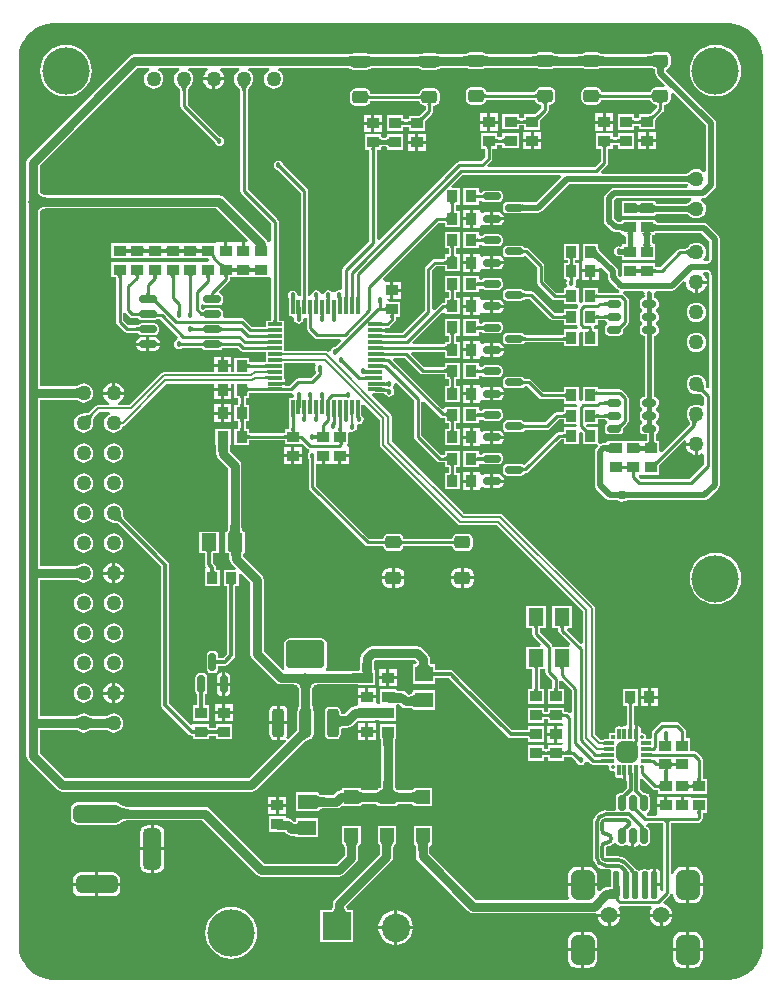
<source format=gtl>
G04*
G04 #@! TF.GenerationSoftware,Altium Limited,Altium Designer,24.3.1 (35)*
G04*
G04 Layer_Physical_Order=1*
G04 Layer_Color=255*
%FSLAX25Y25*%
%MOIN*%
G70*
G04*
G04 #@! TF.SameCoordinates,CBDEA9DE-FB5E-4B32-9C3F-323BEE311ABC*
G04*
G04*
G04 #@! TF.FilePolarity,Positive*
G04*
G01*
G75*
%ADD13C,0.00800*%
%ADD14C,0.01000*%
G04:AMPARAMS|DCode=15|XSize=39.37mil|YSize=94.49mil|CornerRadius=9.84mil|HoleSize=0mil|Usage=FLASHONLY|Rotation=180.000|XOffset=0mil|YOffset=0mil|HoleType=Round|Shape=RoundedRectangle|*
%AMROUNDEDRECTD15*
21,1,0.03937,0.07480,0,0,180.0*
21,1,0.01968,0.09449,0,0,180.0*
1,1,0.01968,-0.00984,0.03740*
1,1,0.01968,0.00984,0.03740*
1,1,0.01968,0.00984,-0.03740*
1,1,0.01968,-0.00984,-0.03740*
%
%ADD15ROUNDEDRECTD15*%
G04:AMPARAMS|DCode=16|XSize=129.92mil|YSize=94.49mil|CornerRadius=14.17mil|HoleSize=0mil|Usage=FLASHONLY|Rotation=180.000|XOffset=0mil|YOffset=0mil|HoleType=Round|Shape=RoundedRectangle|*
%AMROUNDEDRECTD16*
21,1,0.12992,0.06614,0,0,180.0*
21,1,0.10158,0.09449,0,0,180.0*
1,1,0.02835,-0.05079,0.03307*
1,1,0.02835,0.05079,0.03307*
1,1,0.02835,0.05079,-0.03307*
1,1,0.02835,-0.05079,-0.03307*
%
%ADD16ROUNDEDRECTD16*%
%ADD17R,0.05906X0.05118*%
%ADD18R,0.05118X0.05906*%
%ADD19R,0.03700X0.04000*%
G04:AMPARAMS|DCode=20|XSize=23.62mil|YSize=59.06mil|CornerRadius=5.91mil|HoleSize=0mil|Usage=FLASHONLY|Rotation=180.000|XOffset=0mil|YOffset=0mil|HoleType=Round|Shape=RoundedRectangle|*
%AMROUNDEDRECTD20*
21,1,0.02362,0.04724,0,0,180.0*
21,1,0.01181,0.05906,0,0,180.0*
1,1,0.01181,-0.00591,0.02362*
1,1,0.01181,0.00591,0.02362*
1,1,0.01181,0.00591,-0.02362*
1,1,0.01181,-0.00591,-0.02362*
%
%ADD20ROUNDEDRECTD20*%
%ADD21R,0.04000X0.03700*%
G04:AMPARAMS|DCode=22|XSize=53.15mil|YSize=43.31mil|CornerRadius=10.83mil|HoleSize=0mil|Usage=FLASHONLY|Rotation=180.000|XOffset=0mil|YOffset=0mil|HoleType=Round|Shape=RoundedRectangle|*
%AMROUNDEDRECTD22*
21,1,0.05315,0.02165,0,0,180.0*
21,1,0.03150,0.04331,0,0,180.0*
1,1,0.02165,-0.01575,0.01083*
1,1,0.02165,0.01575,0.01083*
1,1,0.02165,0.01575,-0.01083*
1,1,0.02165,-0.01575,-0.01083*
%
%ADD22ROUNDEDRECTD22*%
%ADD23R,0.01200X0.04700*%
G04:AMPARAMS|DCode=24|XSize=47.24mil|YSize=23.62mil|CornerRadius=5.91mil|HoleSize=0mil|Usage=FLASHONLY|Rotation=0.000|XOffset=0mil|YOffset=0mil|HoleType=Round|Shape=RoundedRectangle|*
%AMROUNDEDRECTD24*
21,1,0.04724,0.01181,0,0,0.0*
21,1,0.03543,0.02362,0,0,0.0*
1,1,0.01181,0.01772,-0.00591*
1,1,0.01181,-0.01772,-0.00591*
1,1,0.01181,-0.01772,0.00591*
1,1,0.01181,0.01772,0.00591*
%
%ADD24ROUNDEDRECTD24*%
G04:AMPARAMS|DCode=25|XSize=23.62mil|YSize=59.06mil|CornerRadius=5.91mil|HoleSize=0mil|Usage=FLASHONLY|Rotation=90.000|XOffset=0mil|YOffset=0mil|HoleType=Round|Shape=RoundedRectangle|*
%AMROUNDEDRECTD25*
21,1,0.02362,0.04724,0,0,90.0*
21,1,0.01181,0.05906,0,0,90.0*
1,1,0.01181,0.02362,0.00591*
1,1,0.01181,0.02362,-0.00591*
1,1,0.01181,-0.02362,-0.00591*
1,1,0.01181,-0.02362,0.00591*
%
%ADD25ROUNDEDRECTD25*%
G04:AMPARAMS|DCode=26|XSize=70.87mil|YSize=70.87mil|CornerRadius=17.72mil|HoleSize=0mil|Usage=FLASHONLY|Rotation=90.000|XOffset=0mil|YOffset=0mil|HoleType=Round|Shape=RoundedRectangle|*
%AMROUNDEDRECTD26*
21,1,0.07087,0.03543,0,0,90.0*
21,1,0.03543,0.07087,0,0,90.0*
1,1,0.03543,0.01772,0.01772*
1,1,0.03543,0.01772,-0.01772*
1,1,0.03543,-0.01772,-0.01772*
1,1,0.03543,-0.01772,0.01772*
%
%ADD26ROUNDEDRECTD26*%
G04:AMPARAMS|DCode=27|XSize=11.81mil|YSize=11.81mil|CornerRadius=2.95mil|HoleSize=0mil|Usage=FLASHONLY|Rotation=90.000|XOffset=0mil|YOffset=0mil|HoleType=Round|Shape=RoundedRectangle|*
%AMROUNDEDRECTD27*
21,1,0.01181,0.00591,0,0,90.0*
21,1,0.00591,0.01181,0,0,90.0*
1,1,0.00591,0.00295,0.00295*
1,1,0.00591,0.00295,-0.00295*
1,1,0.00591,-0.00295,-0.00295*
1,1,0.00591,-0.00295,0.00295*
%
%ADD27ROUNDEDRECTD27*%
%ADD28R,0.01181X0.01181*%
G04:AMPARAMS|DCode=29|XSize=35.43mil|YSize=11.81mil|CornerRadius=2.95mil|HoleSize=0mil|Usage=FLASHONLY|Rotation=0.000|XOffset=0mil|YOffset=0mil|HoleType=Round|Shape=RoundedRectangle|*
%AMROUNDEDRECTD29*
21,1,0.03543,0.00591,0,0,0.0*
21,1,0.02953,0.01181,0,0,0.0*
1,1,0.00591,0.01476,-0.00295*
1,1,0.00591,-0.01476,-0.00295*
1,1,0.00591,-0.01476,0.00295*
1,1,0.00591,0.01476,0.00295*
%
%ADD29ROUNDEDRECTD29*%
G04:AMPARAMS|DCode=30|XSize=35.43mil|YSize=11.81mil|CornerRadius=2.95mil|HoleSize=0mil|Usage=FLASHONLY|Rotation=270.000|XOffset=0mil|YOffset=0mil|HoleType=Round|Shape=RoundedRectangle|*
%AMROUNDEDRECTD30*
21,1,0.03543,0.00591,0,0,270.0*
21,1,0.02953,0.01181,0,0,270.0*
1,1,0.00591,-0.00295,-0.01476*
1,1,0.00591,-0.00295,0.01476*
1,1,0.00591,0.00295,0.01476*
1,1,0.00591,0.00295,-0.01476*
%
%ADD30ROUNDEDRECTD30*%
%ADD31R,0.04724X0.04724*%
%ADD32R,0.04700X0.01200*%
G04:AMPARAMS|DCode=33|XSize=23.62mil|YSize=57.09mil|CornerRadius=5.91mil|HoleSize=0mil|Usage=FLASHONLY|Rotation=90.000|XOffset=0mil|YOffset=0mil|HoleType=Round|Shape=RoundedRectangle|*
%AMROUNDEDRECTD33*
21,1,0.02362,0.04528,0,0,90.0*
21,1,0.01181,0.05709,0,0,90.0*
1,1,0.01181,0.02264,0.00591*
1,1,0.01181,0.02264,-0.00591*
1,1,0.01181,-0.02264,-0.00591*
1,1,0.01181,-0.02264,0.00591*
%
%ADD33ROUNDEDRECTD33*%
G04:AMPARAMS|DCode=34|XSize=98.43mil|YSize=78.74mil|CornerRadius=19.68mil|HoleSize=0mil|Usage=FLASHONLY|Rotation=90.000|XOffset=0mil|YOffset=0mil|HoleType=Round|Shape=RoundedRectangle|*
%AMROUNDEDRECTD34*
21,1,0.09843,0.03937,0,0,90.0*
21,1,0.05906,0.07874,0,0,90.0*
1,1,0.03937,0.01968,0.02953*
1,1,0.03937,0.01968,-0.02953*
1,1,0.03937,-0.01968,-0.02953*
1,1,0.03937,-0.01968,0.02953*
%
%ADD34ROUNDEDRECTD34*%
G04:AMPARAMS|DCode=35|XSize=90.55mil|YSize=19.68mil|CornerRadius=4.92mil|HoleSize=0mil|Usage=FLASHONLY|Rotation=90.000|XOffset=0mil|YOffset=0mil|HoleType=Round|Shape=RoundedRectangle|*
%AMROUNDEDRECTD35*
21,1,0.09055,0.00984,0,0,90.0*
21,1,0.08071,0.01968,0,0,90.0*
1,1,0.00984,0.00492,0.04035*
1,1,0.00984,0.00492,-0.04035*
1,1,0.00984,-0.00492,-0.04035*
1,1,0.00984,-0.00492,0.04035*
%
%ADD35ROUNDEDRECTD35*%
G04:AMPARAMS|DCode=36|XSize=25.59mil|YSize=51.18mil|CornerRadius=6.4mil|HoleSize=0mil|Usage=FLASHONLY|Rotation=180.000|XOffset=0mil|YOffset=0mil|HoleType=Round|Shape=RoundedRectangle|*
%AMROUNDEDRECTD36*
21,1,0.02559,0.03839,0,0,180.0*
21,1,0.01280,0.05118,0,0,180.0*
1,1,0.01280,-0.00640,0.01919*
1,1,0.01280,0.00640,0.01919*
1,1,0.01280,0.00640,-0.01919*
1,1,0.01280,-0.00640,-0.01919*
%
%ADD36ROUNDEDRECTD36*%
%ADD61C,0.05000*%
%ADD67C,0.01200*%
%ADD68C,0.03000*%
%ADD69C,0.02000*%
%ADD70C,0.01500*%
%ADD71R,0.09449X0.09449*%
%ADD72C,0.09449*%
%ADD73C,0.15748*%
G04:AMPARAMS|DCode=74|XSize=59.06mil|YSize=137.8mil|CornerRadius=14.76mil|HoleSize=0mil|Usage=FLASHONLY|Rotation=0.000|XOffset=0mil|YOffset=0mil|HoleType=Round|Shape=RoundedRectangle|*
%AMROUNDEDRECTD74*
21,1,0.05906,0.10827,0,0,0.0*
21,1,0.02953,0.13780,0,0,0.0*
1,1,0.02953,0.01476,-0.05413*
1,1,0.02953,-0.01476,-0.05413*
1,1,0.02953,-0.01476,0.05413*
1,1,0.02953,0.01476,0.05413*
%
%ADD74ROUNDEDRECTD74*%
G04:AMPARAMS|DCode=75|XSize=59.06mil|YSize=137.8mil|CornerRadius=14.76mil|HoleSize=0mil|Usage=FLASHONLY|Rotation=270.000|XOffset=0mil|YOffset=0mil|HoleType=Round|Shape=RoundedRectangle|*
%AMROUNDEDRECTD75*
21,1,0.05906,0.10827,0,0,270.0*
21,1,0.02953,0.13780,0,0,270.0*
1,1,0.02953,-0.05413,-0.01476*
1,1,0.02953,-0.05413,0.01476*
1,1,0.02953,0.05413,0.01476*
1,1,0.02953,0.05413,-0.01476*
%
%ADD75ROUNDEDRECTD75*%
G04:AMPARAMS|DCode=76|XSize=59.06mil|YSize=157.48mil|CornerRadius=14.76mil|HoleSize=0mil|Usage=FLASHONLY|Rotation=90.000|XOffset=0mil|YOffset=0mil|HoleType=Round|Shape=RoundedRectangle|*
%AMROUNDEDRECTD76*
21,1,0.05906,0.12795,0,0,90.0*
21,1,0.02953,0.15748,0,0,90.0*
1,1,0.02953,0.06398,0.01476*
1,1,0.02953,0.06398,-0.01476*
1,1,0.02953,-0.06398,-0.01476*
1,1,0.02953,-0.06398,0.01476*
%
%ADD76ROUNDEDRECTD76*%
%ADD77C,0.05512*%
%ADD78C,0.01800*%
%ADD79C,0.03000*%
G36*
X238530Y318696D02*
X240025Y318295D01*
X241456Y317702D01*
X242796Y316928D01*
X244025Y315986D01*
X245120Y314891D01*
X246062Y313663D01*
X246836Y312322D01*
X247429Y310891D01*
X247829Y309396D01*
X248031Y307861D01*
Y307087D01*
Y11811D01*
Y11037D01*
X247829Y9502D01*
X247429Y8006D01*
X246836Y6576D01*
X246062Y5235D01*
X245120Y4007D01*
X244025Y2912D01*
X242796Y1969D01*
X241456Y1195D01*
X240025Y603D01*
X238530Y202D01*
X236995Y0D01*
X11037D01*
X9502Y202D01*
X8006Y603D01*
X6576Y1195D01*
X5235Y1969D01*
X4007Y2912D01*
X2912Y4007D01*
X1969Y5235D01*
X1195Y6576D01*
X603Y8006D01*
X202Y9502D01*
X0Y11037D01*
Y11811D01*
Y307087D01*
Y307861D01*
X202Y309396D01*
X603Y310891D01*
X1195Y312322D01*
X1969Y313663D01*
X2912Y314891D01*
X4007Y315986D01*
X5235Y316928D01*
X6576Y317702D01*
X8006Y318295D01*
X9502Y318696D01*
X11037Y318898D01*
X236995D01*
X238530Y318696D01*
D02*
G37*
%LPC*%
G36*
X215516Y309396D02*
X212366D01*
X211671Y309258D01*
X211470Y309124D01*
X211429Y309107D01*
X211260Y308994D01*
X211091Y308907D01*
X210881Y308823D01*
X210630Y308746D01*
X210339Y308677D01*
X210024Y308622D01*
X209055Y308542D01*
X195598D01*
X194833Y308621D01*
X194511Y308677D01*
X194220Y308746D01*
X193969Y308823D01*
X193759Y308907D01*
X193590Y308994D01*
X193421Y309107D01*
X193380Y309124D01*
X193180Y309258D01*
X192484Y309396D01*
X189335D01*
X188639Y309258D01*
X188439Y309124D01*
X188398Y309107D01*
X188229Y308994D01*
X188060Y308907D01*
X187850Y308823D01*
X187599Y308746D01*
X187308Y308677D01*
X186993Y308622D01*
X186023Y308542D01*
X180181D01*
X179416Y308621D01*
X179094Y308677D01*
X178803Y308746D01*
X178552Y308823D01*
X178342Y308907D01*
X178173Y308994D01*
X178004Y309107D01*
X177963Y309124D01*
X177762Y309258D01*
X177067Y309396D01*
X173917D01*
X173222Y309258D01*
X173021Y309124D01*
X172980Y309107D01*
X172811Y308994D01*
X172642Y308907D01*
X172432Y308823D01*
X172182Y308746D01*
X171890Y308677D01*
X171575Y308622D01*
X170606Y308542D01*
X157149D01*
X156385Y308621D01*
X156062Y308677D01*
X155771Y308746D01*
X155520Y308823D01*
X155310Y308907D01*
X155141Y308994D01*
X154973Y309107D01*
X154931Y309124D01*
X154731Y309258D01*
X154035Y309396D01*
X150886D01*
X150190Y309258D01*
X149990Y309124D01*
X149949Y309107D01*
X149780Y308994D01*
X149611Y308907D01*
X149401Y308823D01*
X149150Y308746D01*
X148859Y308677D01*
X148544Y308622D01*
X147575Y308542D01*
X141068D01*
X140474Y308563D01*
X139850Y308623D01*
X139638Y308657D01*
X139488Y308692D01*
X139426Y308713D01*
X139374Y308743D01*
X139351Y308750D01*
X139180Y308864D01*
X138484Y309003D01*
X135335D01*
X134639Y308864D01*
X134468Y308750D01*
X134445Y308743D01*
X134393Y308713D01*
X134330Y308692D01*
X134214Y308665D01*
X132383Y308542D01*
X118036D01*
X117442Y308563D01*
X116819Y308623D01*
X116606Y308657D01*
X116457Y308692D01*
X116394Y308713D01*
X116342Y308743D01*
X116319Y308750D01*
X116148Y308864D01*
X115453Y309003D01*
X112303D01*
X111608Y308864D01*
X111437Y308750D01*
X111414Y308743D01*
X111361Y308713D01*
X111299Y308692D01*
X111182Y308665D01*
X109351Y308542D01*
X38583D01*
X37724Y308372D01*
X36997Y307885D01*
X3161Y274050D01*
X2675Y273322D01*
X2504Y272464D01*
Y259449D01*
Y195276D01*
Y135827D01*
Y85433D01*
Y74780D01*
X2675Y73922D01*
X3161Y73194D01*
X12981Y63375D01*
X13709Y62888D01*
X14567Y62717D01*
X77626D01*
X78484Y62888D01*
X79212Y63375D01*
X94848Y79011D01*
X94864Y79025D01*
X95535Y79566D01*
X95838Y79777D01*
X96131Y79958D01*
X96408Y80106D01*
X96668Y80222D01*
X96910Y80307D01*
X97168Y80372D01*
X97171Y80374D01*
X97271Y80394D01*
X97414Y80489D01*
X97419Y80492D01*
X97422Y80494D01*
X97829Y80766D01*
X98201Y81323D01*
X98331Y81980D01*
Y89461D01*
X98201Y90118D01*
X98151Y90192D01*
X98107Y90274D01*
X98068Y90381D01*
X98023Y90557D01*
X97983Y90769D01*
X97873Y92389D01*
Y96792D01*
X97944Y97192D01*
X98058Y97534D01*
X98206Y97809D01*
X98387Y98031D01*
X98609Y98212D01*
X98884Y98360D01*
X99226Y98474D01*
X99626Y98545D01*
X112613D01*
X112638Y98544D01*
X112670Y98542D01*
X113430Y98445D01*
X113430Y98238D01*
X114142Y98236D01*
X114146Y98237D01*
X114174Y98237D01*
X114178Y98238D01*
X118830D01*
Y102538D01*
X118830Y102617D01*
X118832Y102626D01*
X118830Y103338D01*
X118623D01*
X118420Y104054D01*
X118373Y104729D01*
Y106369D01*
X118816Y106812D01*
X131846D01*
X132680Y105978D01*
X132657Y105785D01*
X132607Y105535D01*
X132552Y105349D01*
X132501Y105235D01*
X132496Y105227D01*
X131387D01*
Y98709D01*
X138692D01*
Y100611D01*
X138712Y100616D01*
X138833Y100636D01*
X138915Y100643D01*
X143447D01*
X145913Y98177D01*
X145913Y98177D01*
X163040Y81050D01*
X163470Y80763D01*
X163977Y80662D01*
X169582D01*
X169662Y80655D01*
X169780Y80635D01*
X169808Y80628D01*
Y79438D01*
X175208D01*
Y84538D01*
X169808D01*
Y83347D01*
X169780Y83340D01*
X169662Y83320D01*
X169582Y83313D01*
X164526D01*
X147788Y100051D01*
X147788Y100051D01*
X144933Y102906D01*
X144503Y103193D01*
X143996Y103294D01*
X138915D01*
X138833Y103301D01*
X138712Y103321D01*
X138692Y103326D01*
Y105227D01*
X137386D01*
X137381Y105235D01*
X137330Y105349D01*
X137274Y105535D01*
X137227Y105775D01*
X137184Y106244D01*
Y106890D01*
X137013Y107748D01*
X136527Y108476D01*
X134362Y110641D01*
X133634Y111127D01*
X132776Y111298D01*
X117887D01*
X117029Y111127D01*
X116301Y110641D01*
X114544Y108884D01*
X114058Y108156D01*
X113887Y107298D01*
Y104429D01*
X113841Y103778D01*
X113804Y103493D01*
X113773Y103338D01*
X113430D01*
Y103110D01*
X112119Y103031D01*
X102641D01*
X102433Y103386D01*
X102308Y103831D01*
X102703Y104422D01*
X102867Y105248D01*
Y111862D01*
X102703Y112688D01*
X102235Y113389D01*
X101535Y113857D01*
X100709Y114021D01*
X90551D01*
X89725Y113857D01*
X89025Y113389D01*
X88557Y112688D01*
X88392Y111862D01*
Y105248D01*
X88557Y104422D01*
X88612Y104340D01*
X88479Y103662D01*
X88267Y103415D01*
X87928Y103433D01*
X81771Y109590D01*
Y133465D01*
X81600Y134323D01*
X81114Y135051D01*
X74772Y141393D01*
X74780Y141542D01*
X75090Y142213D01*
X75306Y142213D01*
X75308Y142923D01*
X75306Y142932D01*
X75306Y143013D01*
Y148719D01*
X75306Y148798D01*
X75308Y148807D01*
X75306Y149519D01*
X75099D01*
X74455Y149895D01*
X74410Y150051D01*
X74349Y150374D01*
X74290Y151051D01*
Y171457D01*
X74120Y172315D01*
X73633Y173043D01*
X70353Y176323D01*
Y177585D01*
X70353Y177610D01*
X70356Y177642D01*
X70452Y178402D01*
X70660Y178402D01*
X70662Y179114D01*
X70661Y179118D01*
X70661Y179146D01*
X70660Y179150D01*
Y183802D01*
X65560D01*
Y179202D01*
X65560Y179150D01*
X65559Y179146D01*
X65559Y179118D01*
X65558Y179114D01*
X65560Y178402D01*
X65767D01*
X65834Y177630D01*
X65867Y177092D01*
Y175394D01*
X66037Y174536D01*
X66524Y173808D01*
X69804Y170528D01*
Y150952D01*
X69794Y150790D01*
X69747Y150384D01*
X69684Y150051D01*
X69640Y149895D01*
X68996Y149519D01*
X68788Y149519D01*
X68787Y148807D01*
X68788Y148798D01*
X68788Y148719D01*
Y142213D01*
X70036D01*
X70063Y142177D01*
X70119Y142057D01*
X70180Y141866D01*
X70232Y141618D01*
X70281Y141106D01*
Y140468D01*
X70452Y139609D01*
X70938Y138882D01*
X72326Y137494D01*
X72019Y136755D01*
X68317D01*
Y131355D01*
X69509D01*
X69514Y131335D01*
X69534Y131214D01*
X69541Y131132D01*
Y108817D01*
X68152Y107428D01*
X66682D01*
X66600Y107435D01*
X66480Y107455D01*
X66473Y107457D01*
Y108465D01*
X66373Y108968D01*
X66088Y109395D01*
X65661Y109680D01*
X65158Y109780D01*
X63976D01*
X63473Y109680D01*
X63046Y109395D01*
X62761Y108968D01*
X62661Y108465D01*
Y103740D01*
X62761Y103237D01*
X63046Y102810D01*
X63473Y102524D01*
X63976Y102424D01*
X65158D01*
X65661Y102524D01*
X66088Y102810D01*
X66373Y103237D01*
X66473Y103740D01*
Y104748D01*
X66480Y104750D01*
X66600Y104770D01*
X66682Y104777D01*
X68701D01*
X69208Y104878D01*
X69638Y105165D01*
X71804Y107331D01*
X72091Y107761D01*
X72192Y108268D01*
Y131132D01*
X72199Y131214D01*
X72219Y131335D01*
X72224Y131355D01*
X73417D01*
Y135358D01*
X74156Y135664D01*
X77284Y132535D01*
Y108661D01*
X77455Y107803D01*
X77941Y107075D01*
X85815Y99202D01*
X86543Y98715D01*
X87401Y98545D01*
X91634D01*
X92034Y98474D01*
X92376Y98360D01*
X92651Y98212D01*
X92873Y98031D01*
X93054Y97809D01*
X93202Y97534D01*
X93316Y97192D01*
X93387Y96792D01*
Y92014D01*
X93354Y91429D01*
X93280Y90786D01*
X93237Y90557D01*
X93191Y90381D01*
X93152Y90274D01*
X93109Y90192D01*
X93059Y90118D01*
X92928Y89461D01*
Y83846D01*
X92744Y83522D01*
X92447Y83094D01*
X91691Y82198D01*
X89768Y80275D01*
X89147Y80785D01*
X89263Y80959D01*
X89428Y81206D01*
X89582Y81980D01*
Y85220D01*
X87075D01*
Y79957D01*
X87559D01*
X88333Y80111D01*
X88581Y80277D01*
X88754Y80392D01*
X89264Y79771D01*
X76697Y67204D01*
X15496D01*
X6990Y75709D01*
Y83426D01*
X18956D01*
X19220Y83399D01*
X19332Y83380D01*
X19403Y83363D01*
X20040Y82874D01*
X20818Y82552D01*
X21654Y82442D01*
X22489Y82552D01*
X23267Y82874D01*
X23904Y83363D01*
X23975Y83380D01*
X24075Y83397D01*
X24501Y83426D01*
X28956D01*
X29220Y83399D01*
X29332Y83380D01*
X29403Y83363D01*
X30040Y82874D01*
X30818Y82552D01*
X31653Y82442D01*
X32489Y82552D01*
X33267Y82874D01*
X33936Y83387D01*
X34449Y84056D01*
X34771Y84834D01*
X34881Y85669D01*
X34771Y86505D01*
X34449Y87283D01*
X33936Y87951D01*
X33267Y88464D01*
X32489Y88787D01*
X31653Y88897D01*
X30818Y88787D01*
X30040Y88464D01*
X29403Y87976D01*
X29332Y87959D01*
X29232Y87941D01*
X28806Y87912D01*
X24351D01*
X24087Y87939D01*
X23975Y87959D01*
X23904Y87976D01*
X23267Y88464D01*
X22489Y88787D01*
X21654Y88897D01*
X20818Y88787D01*
X20040Y88464D01*
X19403Y87976D01*
X19332Y87959D01*
X19232Y87941D01*
X18806Y87912D01*
X6990D01*
Y133426D01*
X18956D01*
X19220Y133399D01*
X19332Y133380D01*
X19403Y133363D01*
X20040Y132874D01*
X20818Y132552D01*
X21654Y132442D01*
X22489Y132552D01*
X23267Y132874D01*
X23936Y133387D01*
X24449Y134055D01*
X24771Y134834D01*
X24881Y135669D01*
X24771Y136505D01*
X24449Y137283D01*
X23936Y137952D01*
X23267Y138464D01*
X22489Y138787D01*
X21654Y138897D01*
X20818Y138787D01*
X20040Y138464D01*
X19403Y137976D01*
X19332Y137959D01*
X19232Y137941D01*
X18806Y137912D01*
X6990D01*
Y193426D01*
X18956D01*
X19220Y193399D01*
X19332Y193380D01*
X19403Y193363D01*
X20040Y192874D01*
X20818Y192552D01*
X21654Y192442D01*
X22489Y192552D01*
X23267Y192874D01*
X23936Y193387D01*
X24449Y194055D01*
X24771Y194834D01*
X24881Y195669D01*
X24771Y196505D01*
X24449Y197283D01*
X23936Y197951D01*
X23267Y198465D01*
X22489Y198787D01*
X21654Y198897D01*
X20818Y198787D01*
X20040Y198465D01*
X19403Y197976D01*
X19332Y197959D01*
X19232Y197941D01*
X18806Y197912D01*
X6990D01*
Y255453D01*
X7061Y255853D01*
X7175Y256195D01*
X7323Y256470D01*
X7504Y256692D01*
X7726Y256873D01*
X8001Y257021D01*
X8343Y257135D01*
X8743Y257206D01*
X65845Y257206D01*
X76331Y246719D01*
X76025Y245980D01*
X75445D01*
Y243130D01*
X74445D01*
Y245980D01*
X69547D01*
Y243130D01*
X68547D01*
Y245980D01*
X66047D01*
X66047Y245980D01*
X66047Y245980D01*
X65372Y245680D01*
X60450D01*
X60450Y245680D01*
X59952D01*
Y245680D01*
X59650Y245680D01*
X54552D01*
X54552Y245680D01*
X54054D01*
Y245680D01*
X53752Y245680D01*
X48654D01*
Y245680D01*
X48157D01*
Y245680D01*
X42757D01*
Y245680D01*
X42259D01*
Y245680D01*
X37153D01*
X36859Y245680D01*
Y245680D01*
X36361Y245661D01*
Y245661D01*
X30961D01*
Y240561D01*
X36067D01*
X36361Y240561D01*
Y240561D01*
X36859Y240580D01*
Y240580D01*
X42259D01*
Y240580D01*
X42757D01*
Y240580D01*
X48157D01*
Y240580D01*
X48654D01*
Y240580D01*
X53752D01*
X54054Y240580D01*
Y240580D01*
X54552D01*
Y240580D01*
X59650D01*
X59952Y240580D01*
Y240580D01*
X60450D01*
Y240580D01*
X63293D01*
X63570Y240180D01*
X63189Y239380D01*
X60450D01*
Y239380D01*
X59952D01*
Y239380D01*
X54552D01*
Y239380D01*
X54054D01*
Y239380D01*
X48654D01*
Y239380D01*
X48157D01*
Y239380D01*
X42757D01*
Y239380D01*
X42259D01*
Y239380D01*
X37153D01*
X36859Y239380D01*
X36067Y239361D01*
X30961D01*
Y234261D01*
X32431D01*
X32433Y234248D01*
X32438Y234189D01*
Y219488D01*
X32531Y219020D01*
X32796Y218623D01*
X35257Y216162D01*
X35654Y215897D01*
X36122Y215804D01*
X39517D01*
X39598Y215798D01*
X39704Y215783D01*
X39920Y215459D01*
X40347Y215174D01*
X40850Y215074D01*
X45378D01*
X45882Y215174D01*
X46308Y215459D01*
X46594Y215886D01*
X46694Y216390D01*
Y217571D01*
X46594Y218074D01*
X46308Y218501D01*
X45882Y218787D01*
X45378Y218887D01*
X40850D01*
X40347Y218787D01*
X40077Y218606D01*
X40076Y218606D01*
X40075Y218605D01*
X39920Y218501D01*
X39867Y218423D01*
X39867Y218422D01*
X39828Y218372D01*
X39816Y218359D01*
X39796Y218344D01*
X39767Y218327D01*
X39724Y218307D01*
X39666Y218288D01*
X39590Y218269D01*
X39497Y218255D01*
X39455Y218251D01*
X36629D01*
X34885Y219995D01*
Y222315D01*
X35685Y222557D01*
X35749Y222462D01*
X37095Y221115D01*
X37492Y220850D01*
X37961Y220757D01*
X39524D01*
X39609Y220750D01*
X39733Y220733D01*
X39738Y220732D01*
X39920Y220459D01*
X40347Y220174D01*
X40850Y220074D01*
X45378D01*
X45728Y220144D01*
X45736Y220143D01*
X45744Y220147D01*
X45882Y220174D01*
X45958Y220225D01*
X45978Y220236D01*
X45982Y220238D01*
X46014Y220248D01*
X46072Y220261D01*
X46134Y220272D01*
X46563Y220303D01*
X47159D01*
X53103Y214359D01*
X52840Y213491D01*
X52821Y213488D01*
X52291Y213134D01*
X51938Y212605D01*
X51814Y211980D01*
X51938Y211356D01*
X52291Y210827D01*
X52821Y210473D01*
X53445Y210349D01*
X54069Y210473D01*
X54486Y210752D01*
X54551Y210757D01*
X60980D01*
X61065Y210751D01*
X61190Y210733D01*
X61194Y210732D01*
X61377Y210459D01*
X61804Y210174D01*
X62307Y210074D01*
X66835D01*
X67338Y210174D01*
X67765Y210459D01*
X67947Y210731D01*
X68192Y210757D01*
X73058D01*
X74022Y209792D01*
X74419Y209527D01*
X74888Y209434D01*
X82371D01*
Y205976D01*
X77031D01*
X76973Y205981D01*
X76960Y205983D01*
Y207424D01*
X71860D01*
Y202696D01*
X70960D01*
Y204224D01*
X68110D01*
X65260D01*
Y202696D01*
X48425D01*
X47996Y202611D01*
X47632Y202368D01*
X47632Y202368D01*
X36937Y191673D01*
X33241D01*
X33082Y192473D01*
X33419Y192612D01*
X34150Y193173D01*
X34711Y193904D01*
X35063Y194756D01*
X35118Y195169D01*
X28189D01*
X28244Y194756D01*
X28596Y193904D01*
X29157Y193173D01*
X29888Y192612D01*
X30225Y192473D01*
X30066Y191673D01*
X26535D01*
X26535Y191673D01*
X26106Y191587D01*
X25742Y191344D01*
X25742Y191344D01*
X23614Y189216D01*
X23532Y189163D01*
X23417Y189107D01*
X23267Y189052D01*
X23083Y189002D01*
X22866Y188958D01*
X22625Y188925D01*
X22018Y188885D01*
X21756Y188883D01*
X21654Y188897D01*
X20818Y188787D01*
X20040Y188464D01*
X19371Y187952D01*
X18858Y187283D01*
X18536Y186505D01*
X18426Y185669D01*
X18536Y184834D01*
X18858Y184055D01*
X19371Y183387D01*
X20040Y182874D01*
X20818Y182552D01*
X21654Y182442D01*
X22489Y182552D01*
X23267Y182874D01*
X23936Y183387D01*
X24449Y184055D01*
X24771Y184834D01*
X24881Y185669D01*
X24868Y185772D01*
X24870Y186034D01*
X24909Y186641D01*
X24942Y186882D01*
X24986Y187099D01*
X25036Y187283D01*
X25091Y187433D01*
X25148Y187548D01*
X25200Y187630D01*
X27000Y189430D01*
X30279D01*
X30438Y188630D01*
X30040Y188464D01*
X29371Y187952D01*
X28858Y187283D01*
X28536Y186505D01*
X28426Y185669D01*
X28536Y184834D01*
X28858Y184055D01*
X29371Y183387D01*
X30040Y182874D01*
X30818Y182552D01*
X31653Y182442D01*
X32489Y182552D01*
X33267Y182874D01*
X33936Y183387D01*
X34449Y184055D01*
X34654Y184550D01*
X35070Y184633D01*
X35434Y184876D01*
X49387Y198829D01*
X65260D01*
Y197350D01*
X68110D01*
X70960D01*
Y198829D01*
X71860D01*
Y194150D01*
X73179D01*
X73181Y194138D01*
X73186Y194079D01*
Y191751D01*
X73181Y191694D01*
X73178Y191676D01*
X71860D01*
Y186276D01*
X73179D01*
X73181Y186264D01*
X73186Y186205D01*
Y183877D01*
X73181Y183820D01*
X73178Y183802D01*
X71860D01*
Y178402D01*
X76960D01*
Y179872D01*
X76973Y179874D01*
X77031Y179879D01*
X88564D01*
X88620Y179874D01*
X88639Y179871D01*
Y178552D01*
X94039D01*
Y178552D01*
X94658Y178809D01*
X96379Y177087D01*
X96706Y176869D01*
X96801Y176480D01*
X96837Y175994D01*
X96780Y175956D01*
X96426Y175427D01*
X96302Y174802D01*
X96426Y174178D01*
X96705Y173761D01*
X96710Y173696D01*
Y164272D01*
X96803Y163803D01*
X97068Y163407D01*
X115473Y145001D01*
X115870Y144736D01*
X116339Y144643D01*
X121463D01*
X121522Y144638D01*
X121539Y144635D01*
X121648Y144088D01*
X122041Y143498D01*
X122631Y143104D01*
X123327Y142966D01*
X126476D01*
X127172Y143104D01*
X127762Y143498D01*
X128156Y144088D01*
X128264Y144635D01*
X128281Y144638D01*
X128340Y144643D01*
X144495D01*
X144554Y144638D01*
X144570Y144635D01*
X144679Y144088D01*
X145073Y143498D01*
X145663Y143104D01*
X146358Y142966D01*
X149508D01*
X150203Y143104D01*
X150793Y143498D01*
X151187Y144088D01*
X151326Y144783D01*
Y146949D01*
X151187Y147644D01*
X150793Y148234D01*
X150203Y148628D01*
X149508Y148766D01*
X146358D01*
X145663Y148628D01*
X145073Y148234D01*
X144679Y147644D01*
X144570Y147098D01*
X144554Y147095D01*
X144495Y147090D01*
X128340D01*
X128281Y147095D01*
X128264Y147098D01*
X128156Y147644D01*
X127762Y148234D01*
X127172Y148628D01*
X126476Y148766D01*
X123327D01*
X122631Y148628D01*
X122041Y148234D01*
X121648Y147644D01*
X121539Y147098D01*
X121522Y147095D01*
X121463Y147090D01*
X116845D01*
X99157Y164778D01*
Y171952D01*
X101075D01*
Y174802D01*
X102075D01*
Y171952D01*
X106587D01*
Y174802D01*
X107087D01*
Y175302D01*
X110087D01*
Y177652D01*
X109868D01*
X109789Y177702D01*
X109425Y178452D01*
X109504Y178552D01*
X109787D01*
Y182411D01*
X110507Y182862D01*
X110587Y182865D01*
X111155Y182752D01*
X111779Y182876D01*
X112309Y183230D01*
X112662Y183759D01*
X112786Y184383D01*
X112725Y184692D01*
X113239Y185329D01*
X113341Y185386D01*
X113386Y185377D01*
X114010Y185501D01*
X114539Y185854D01*
X114893Y186384D01*
X115017Y187008D01*
X114893Y187632D01*
X114539Y188161D01*
X114280Y188335D01*
Y188626D01*
X114282Y188634D01*
X114280Y188643D01*
Y188652D01*
X114282Y188660D01*
X114280Y188665D01*
Y191830D01*
X115019Y192136D01*
X120396Y186760D01*
Y178483D01*
X120396Y178483D01*
X120481Y178054D01*
X120724Y177690D01*
X146451Y151963D01*
X146451Y151963D01*
X146815Y151720D01*
X147244Y151634D01*
X147244Y151634D01*
X159378D01*
X188080Y122932D01*
Y112333D01*
X187341Y112027D01*
X182821Y116547D01*
X183152Y117347D01*
X184428D01*
Y124653D01*
X177910D01*
Y117347D01*
X179938D01*
X179941Y117329D01*
X179946Y117272D01*
Y116469D01*
X180039Y116000D01*
X180304Y115603D01*
X183955Y111953D01*
X183623Y111153D01*
X177970D01*
X177902Y111492D01*
X177637Y111889D01*
X173731Y115794D01*
Y117272D01*
X173736Y117329D01*
X173739Y117347D01*
X175767D01*
Y124653D01*
X169249D01*
Y117347D01*
X171276D01*
X171279Y117329D01*
X171284Y117272D01*
Y115287D01*
X171378Y114819D01*
X171643Y114422D01*
X174173Y111892D01*
X173867Y111153D01*
X169249D01*
Y103847D01*
X171276D01*
X171279Y103829D01*
X171284Y103772D01*
Y97210D01*
X171279Y97151D01*
X171277Y97138D01*
X169808D01*
Y92038D01*
X175208D01*
Y97138D01*
X173739D01*
X173737Y97151D01*
X173731Y97210D01*
Y103772D01*
X173736Y103829D01*
X173739Y103847D01*
X175548D01*
Y102630D01*
X175641Y102162D01*
X175907Y101765D01*
X177784Y99887D01*
Y97210D01*
X177779Y97151D01*
X177777Y97138D01*
X176308D01*
Y92038D01*
X181708D01*
Y97138D01*
X180239D01*
X180236Y97151D01*
X180231Y97210D01*
Y99584D01*
X181031Y99915D01*
X184378Y96569D01*
Y89264D01*
X183639Y88958D01*
X183443Y89153D01*
X183047Y89418D01*
X182578Y89511D01*
X181780D01*
X181721Y89516D01*
X181708Y89519D01*
Y90838D01*
X176308D01*
Y89519D01*
X176290Y89516D01*
X176233Y89511D01*
X175280D01*
X175221Y89516D01*
X175208Y89519D01*
Y90838D01*
X169808D01*
Y85738D01*
X175208D01*
Y87057D01*
X175221Y87059D01*
X175280Y87064D01*
X176233D01*
X176290Y87059D01*
X176308Y87056D01*
Y85738D01*
X181044D01*
X181539Y85086D01*
X181453Y84838D01*
X179508D01*
Y81988D01*
Y79138D01*
X181453D01*
X181539Y78890D01*
X181044Y78238D01*
X176308D01*
Y76919D01*
X176295Y76916D01*
X176236Y76911D01*
X175280D01*
X175221Y76916D01*
X175208Y76919D01*
Y78238D01*
X169808D01*
Y73138D01*
X175208D01*
Y74457D01*
X175221Y74459D01*
X175280Y74464D01*
X176236D01*
X176295Y74459D01*
X176308Y74457D01*
Y73138D01*
X181708D01*
Y74456D01*
X181726Y74459D01*
X181783Y74464D01*
X184219D01*
X185807Y72876D01*
X185845Y72831D01*
X185851Y72823D01*
X185894Y72604D01*
X186248Y72075D01*
X186777Y71721D01*
X187402Y71597D01*
X188026Y71721D01*
X188555Y72075D01*
X188909Y72604D01*
X188941Y72765D01*
X189809Y73028D01*
X190655Y72182D01*
X191051Y71917D01*
X191520Y71824D01*
X194719D01*
X194897Y71819D01*
X194995Y71811D01*
X195366Y71737D01*
X196415D01*
X196714Y71374D01*
Y70784D01*
X196791Y70395D01*
X197011Y70066D01*
X197340Y69846D01*
X197728Y69769D01*
X198319D01*
X198682Y69471D01*
Y68421D01*
X198759Y68033D01*
X198979Y67704D01*
X199309Y67484D01*
X199697Y67406D01*
X200287D01*
X200676Y67484D01*
X200716Y67511D01*
X200731Y67487D01*
X201160Y67201D01*
X201461Y67141D01*
Y69898D01*
X202461D01*
Y66829D01*
X202790Y66391D01*
Y64012D01*
X201379Y62602D01*
X201136Y62239D01*
X201136Y62239D01*
X200344D01*
X199861Y62142D01*
X199451Y61868D01*
X199177Y61458D01*
X199080Y60974D01*
Y57136D01*
X198387Y56520D01*
X195710D01*
Y56532D01*
X194623Y56389D01*
X193611Y55970D01*
X193341Y55763D01*
X192734Y55298D01*
X192734Y55297D01*
X192734D01*
X192038Y54390D01*
X191600Y53333D01*
X191451Y52199D01*
X191465D01*
Y41183D01*
X191452D01*
X191596Y40091D01*
X192018Y39072D01*
X192689Y38198D01*
D01*
X192695Y38191D01*
X192695Y38191D01*
X192695Y38191D01*
X193571Y37519D01*
X194591Y37097D01*
X195685Y36953D01*
Y36966D01*
X195685Y36966D01*
X197151D01*
X197596Y36197D01*
X197592Y36165D01*
X197505Y35728D01*
Y31063D01*
X197455Y31042D01*
X197275Y30991D01*
X197037Y30947D01*
X196594Y30909D01*
X195923D01*
X195064Y30738D01*
X194337Y30252D01*
X193694Y29609D01*
X192955Y29915D01*
Y31193D01*
X187992D01*
Y31693D01*
D01*
Y31193D01*
X183029D01*
Y28740D01*
X183132Y27965D01*
X183318Y27515D01*
X182914Y26715D01*
X152442D01*
X136889Y42268D01*
Y43793D01*
X136897Y44028D01*
X136941Y44429D01*
X137001Y44765D01*
X137020Y44839D01*
X137634Y45288D01*
X137842Y45288D01*
X137844Y46000D01*
X137842Y46009D01*
X137842Y46088D01*
Y51413D01*
X131717D01*
Y46088D01*
X131717Y46009D01*
X131716Y46000D01*
X131717Y45288D01*
X131925D01*
X132336Y44658D01*
X132403Y43821D01*
Y41339D01*
X132573Y40480D01*
X133060Y39753D01*
X149926Y22885D01*
X150654Y22399D01*
X151513Y22229D01*
X191729D01*
X192347Y22352D01*
X192636Y22153D01*
X196850D01*
X200573D01*
X200510Y22634D01*
X200131Y23548D01*
X199846Y23920D01*
X200297Y24645D01*
X200316Y24642D01*
X210724D01*
X211118Y23842D01*
X210893Y23548D01*
X210514Y22634D01*
X210451Y22153D01*
X214173D01*
Y21654D01*
D01*
Y22153D01*
X217896D01*
X217832Y22634D01*
X217454Y23548D01*
X216852Y24332D01*
X216067Y24934D01*
X215296Y25254D01*
X214962Y26052D01*
X217007Y28097D01*
X217272Y28493D01*
X217286Y28561D01*
X218096Y28534D01*
X218171Y27965D01*
X218470Y27243D01*
X218946Y26623D01*
X219566Y26147D01*
X220288Y25848D01*
X221063Y25746D01*
X222532D01*
Y31693D01*
Y37640D01*
X221063D01*
X220288Y37538D01*
X219566Y37239D01*
X218946Y36763D01*
X218470Y36143D01*
X218171Y35421D01*
X218165Y35378D01*
X217365Y35430D01*
Y52170D01*
X217375Y52227D01*
X217389Y52269D01*
X217398Y52284D01*
X217399Y52286D01*
X217401Y52288D01*
X217416Y52296D01*
X217458Y52310D01*
X217515Y52320D01*
X226186D01*
X226654Y52413D01*
X227051Y52678D01*
X227637Y53264D01*
X227902Y53661D01*
X227995Y54129D01*
Y55646D01*
X228000Y55704D01*
X228002Y55717D01*
X229472D01*
Y60817D01*
X224260D01*
Y61117D01*
X221760D01*
Y58267D01*
X220760D01*
Y61117D01*
X216248D01*
Y58267D01*
X215748D01*
Y57767D01*
X212748D01*
Y55417D01*
X212387Y54767D01*
X209800D01*
X209490Y55169D01*
X209507Y55310D01*
X209725Y56059D01*
X209998Y56242D01*
X210272Y56652D01*
X210368Y57136D01*
Y60974D01*
X210272Y61458D01*
X209998Y61868D01*
X209588Y62142D01*
X209104Y62239D01*
X208313D01*
X208308Y62243D01*
X208068Y62602D01*
X207037Y63633D01*
Y66959D01*
X207776Y67265D01*
X211339Y63702D01*
X211736Y63437D01*
X212204Y63344D01*
X212973D01*
X213030Y63339D01*
X213048Y63336D01*
Y62017D01*
X218448D01*
Y62017D01*
X218560D01*
Y62017D01*
X223960D01*
Y62017D01*
X224072D01*
Y62017D01*
X229472D01*
Y67117D01*
X228002D01*
X228000Y67130D01*
X227995Y67189D01*
Y73430D01*
X227902Y73898D01*
X227637Y74295D01*
X226051Y75881D01*
X225654Y76146D01*
X225186Y76239D01*
X223960D01*
Y80716D01*
X222491D01*
X222488Y80729D01*
X222483Y80787D01*
Y82874D01*
X222390Y83342D01*
X222125Y83739D01*
X220255Y85609D01*
X219858Y85874D01*
X219390Y85968D01*
X214567D01*
X214099Y85874D01*
X213702Y85609D01*
X211340Y83247D01*
X211074Y82850D01*
X210981Y82382D01*
Y80988D01*
X210524Y80263D01*
X209474D01*
X209176Y80626D01*
Y81217D01*
X209099Y81605D01*
X208879Y81934D01*
X208550Y82154D01*
X208161Y82231D01*
X207571D01*
X207514Y82278D01*
Y83579D01*
X207413Y84084D01*
X207127Y84513D01*
X206698Y84799D01*
X206398Y84859D01*
Y82102D01*
X205398D01*
Y85067D01*
X205153Y85268D01*
Y91421D01*
X205158Y91480D01*
X205160Y91493D01*
X206487D01*
Y96893D01*
X201387D01*
Y91493D01*
X202698D01*
X202700Y91480D01*
X202706Y91421D01*
Y85320D01*
X202256Y84593D01*
X201665D01*
X201277Y84516D01*
X200976Y84315D01*
X200676Y84516D01*
X200287Y84593D01*
X199697D01*
X199309Y84516D01*
X198979Y84296D01*
X198759Y83967D01*
X198682Y83579D01*
Y82212D01*
X196733D01*
Y80263D01*
X195366D01*
X195163Y80222D01*
X195162Y80222D01*
X195160Y80222D01*
X194978Y80186D01*
X194899Y80133D01*
X194898Y80133D01*
X194880Y80122D01*
X194875Y80120D01*
X194765Y80096D01*
X194719Y80089D01*
X194504Y80074D01*
X193968D01*
X192123Y81919D01*
Y123959D01*
X192123Y123959D01*
X192038Y124388D01*
X191795Y124752D01*
X191795Y124752D01*
X161398Y155149D01*
X161034Y155392D01*
X160605Y155477D01*
X160605Y155477D01*
X148471D01*
X124350Y179598D01*
Y187776D01*
X124265Y188205D01*
X124021Y188569D01*
X124021Y188569D01*
X117751Y194839D01*
X118057Y195578D01*
X121215D01*
X121224Y195576D01*
X121936Y195578D01*
X122422Y194979D01*
X122468Y194909D01*
X122998Y194556D01*
X123622Y194432D01*
X124246Y194556D01*
X124776Y194909D01*
X125129Y195439D01*
X125253Y196063D01*
X125129Y196687D01*
X124776Y197216D01*
Y197665D01*
X125129Y198195D01*
X125226Y198684D01*
X125642Y198915D01*
X126031Y199010D01*
X131847Y193194D01*
Y181102D01*
X131940Y180634D01*
X132206Y180237D01*
X139489Y172954D01*
X139886Y172688D01*
X140354Y172595D01*
X141918D01*
X141977Y172590D01*
X141989Y172588D01*
Y171119D01*
X143308D01*
X143311Y171101D01*
X143316Y171044D01*
Y169114D01*
X143311Y169057D01*
X143308Y169039D01*
X141989D01*
Y163639D01*
X147089D01*
Y169039D01*
X145771D01*
X145768Y169057D01*
X145763Y169114D01*
Y171044D01*
X145768Y171101D01*
X145771Y171119D01*
X147089D01*
Y176519D01*
X141989D01*
Y175050D01*
X141977Y175048D01*
X141918Y175042D01*
X140861D01*
X134294Y181609D01*
Y192765D01*
X135094Y193097D01*
X140473Y187717D01*
X140870Y187452D01*
X141339Y187359D01*
X141918D01*
X141977Y187354D01*
X141989Y187352D01*
Y185686D01*
X143308D01*
X143311Y185668D01*
X143316Y185611D01*
Y183681D01*
X143311Y183624D01*
X143308Y183606D01*
X141989D01*
Y178206D01*
X147089D01*
Y183606D01*
X145771D01*
X145768Y183624D01*
X145763Y183681D01*
Y185611D01*
X145768Y185668D01*
X145771Y185686D01*
X147089D01*
Y191086D01*
X141989D01*
Y190794D01*
X141189Y190462D01*
X124925Y206726D01*
X125231Y207466D01*
X128600D01*
X133781Y202285D01*
X134177Y202019D01*
X134646Y201926D01*
X141918D01*
X141977Y201921D01*
X141989Y201919D01*
Y200253D01*
X143308D01*
X143311Y200235D01*
X143316Y200178D01*
Y198248D01*
X143311Y198191D01*
X143308Y198172D01*
X141989D01*
Y192772D01*
X147089D01*
Y198172D01*
X145771D01*
X145768Y198191D01*
X145763Y198248D01*
Y200178D01*
X145768Y200235D01*
X145771Y200253D01*
X147089D01*
Y205653D01*
X141989D01*
Y204380D01*
X141977Y204378D01*
X141918Y204373D01*
X135152D01*
X130831Y208695D01*
X131137Y209434D01*
X141918D01*
X141977Y209429D01*
X141989Y209427D01*
Y207339D01*
X147089D01*
Y212739D01*
X145771D01*
X145768Y212757D01*
X145763Y212814D01*
Y214764D01*
X145768Y214821D01*
X145771Y214839D01*
X147089D01*
Y220239D01*
X141989D01*
Y214839D01*
X143308D01*
X143311Y214821D01*
X143316Y214764D01*
Y212814D01*
X143311Y212757D01*
X143308Y212739D01*
X141989D01*
Y211888D01*
X141977Y211886D01*
X141918Y211881D01*
X131586D01*
X131280Y212620D01*
X141250Y222591D01*
X141989Y222285D01*
Y221897D01*
X147089D01*
Y227296D01*
X145771D01*
X145768Y227315D01*
X145763Y227372D01*
Y229302D01*
X145768Y229359D01*
X145771Y229377D01*
X147089D01*
Y234777D01*
X141989D01*
Y229377D01*
X143308D01*
X143311Y229359D01*
X143316Y229302D01*
Y227372D01*
X143311Y227315D01*
X143308Y227296D01*
X141989D01*
Y225827D01*
X141977Y225825D01*
X141918Y225820D01*
X141526D01*
X141057Y225727D01*
X140660Y225462D01*
X138638Y223439D01*
X137838Y223770D01*
Y236501D01*
X139286Y237950D01*
X141918D01*
X141977Y237945D01*
X141989Y237943D01*
Y236473D01*
X147089D01*
Y241873D01*
X145771D01*
X145768Y241891D01*
X145763Y241948D01*
Y243879D01*
X145768Y243935D01*
X145771Y243953D01*
X147089D01*
Y249354D01*
X141989D01*
Y243953D01*
X143308D01*
X143311Y243935D01*
X143316Y243879D01*
Y241948D01*
X143311Y241891D01*
X143308Y241873D01*
X141989D01*
Y240404D01*
X141977Y240402D01*
X141918Y240397D01*
X138779D01*
X138311Y240304D01*
X137914Y240038D01*
X135749Y237873D01*
X135484Y237476D01*
X135391Y237008D01*
Y223243D01*
X127966Y215818D01*
X122236D01*
Y216063D01*
X118886D01*
Y217063D01*
X122236D01*
Y217308D01*
X122862D01*
X123330Y217401D01*
X123727Y217666D01*
X125275Y219214D01*
X125540Y219611D01*
X125633Y220079D01*
Y221000D01*
X125638Y221059D01*
X125640Y221072D01*
X127109D01*
Y226172D01*
X123352D01*
X122845Y226972D01*
X122892Y227072D01*
X123909D01*
Y229922D01*
Y232772D01*
X122208D01*
X122130Y232772D01*
X121374Y233536D01*
X121375Y233818D01*
X139877Y252320D01*
X141918D01*
X141977Y252315D01*
X141989Y252313D01*
Y251040D01*
X147089D01*
Y256440D01*
X145771D01*
X145768Y256458D01*
X145763Y256515D01*
Y258445D01*
X145768Y258502D01*
X145771Y258521D01*
X147089D01*
Y263920D01*
X144468D01*
X144162Y264660D01*
X147964Y268461D01*
X180627D01*
X180958Y267661D01*
X172510Y259214D01*
X168820D01*
X168440Y259227D01*
X168115Y259256D01*
X168056Y259265D01*
X168023Y259286D01*
X167520Y259387D01*
X162795D01*
X162292Y259286D01*
X161865Y259001D01*
X161580Y258574D01*
X161479Y258071D01*
Y256890D01*
X161580Y256386D01*
X161865Y255959D01*
X162292Y255674D01*
X162795Y255574D01*
X167520D01*
X167986Y255667D01*
X169288Y255747D01*
X173228D01*
X173892Y255879D01*
X174454Y256255D01*
X183556Y265357D01*
X222453D01*
X222505Y265352D01*
X222682Y265323D01*
X222846Y265283D01*
X222997Y265234D01*
X223087Y265196D01*
X223202Y264893D01*
X222762Y264262D01*
X222547Y264137D01*
X198624D01*
X198624Y264137D01*
X197960Y264004D01*
X197398Y263629D01*
X195625Y261856D01*
X195249Y261293D01*
X195117Y260630D01*
Y253150D01*
X195249Y252486D01*
X195625Y251924D01*
X197834Y249715D01*
X198396Y249339D01*
X199059Y249207D01*
X200419D01*
X200558Y249197D01*
X200676Y249180D01*
X201202Y248598D01*
X201202Y248391D01*
X201911Y248389D01*
X201915Y248388D01*
X202423Y247836D01*
Y245740D01*
X202413Y245624D01*
X202386Y245458D01*
X202354Y245338D01*
X202334Y245290D01*
X201202D01*
Y244993D01*
X201035Y244828D01*
X200402Y244465D01*
X200000Y244545D01*
X199376Y244421D01*
X198846Y244067D01*
X198493Y243538D01*
X198369Y242913D01*
X198493Y242289D01*
X198846Y241760D01*
X199376Y241406D01*
X200000Y241282D01*
X200436Y241369D01*
X201202Y241215D01*
Y240191D01*
X205902D01*
X206602Y240191D01*
X207402Y240191D01*
X212102D01*
Y244491D01*
X212102Y244570D01*
X212103Y244579D01*
X212102Y245291D01*
X211894D01*
X211220Y245594D01*
X211189Y245709D01*
X211150Y245948D01*
X211135Y246118D01*
Y247563D01*
X211150Y247733D01*
X211189Y247972D01*
X211238Y248156D01*
X211289Y248282D01*
X211331Y248353D01*
X211355Y248378D01*
X211359Y248381D01*
X211362Y248382D01*
X211443Y248391D01*
X212102D01*
Y248931D01*
X212124Y248941D01*
X212271Y248982D01*
X212465Y249018D01*
X212891Y249054D01*
X227628D01*
X230268Y246414D01*
Y240480D01*
X230228Y240251D01*
X230164Y240059D01*
X230086Y239914D01*
X229994Y239803D01*
X229883Y239711D01*
X229737Y239633D01*
X229546Y239569D01*
X229317Y239529D01*
X228482D01*
X228213Y240232D01*
X228199Y240329D01*
X228697Y240977D01*
X229019Y241755D01*
X229129Y242590D01*
X229019Y243426D01*
X228697Y244204D01*
X228184Y244873D01*
X227515Y245386D01*
X226737Y245708D01*
X225902Y245818D01*
X225066Y245708D01*
X224288Y245386D01*
X223619Y244873D01*
X223565Y244802D01*
X223167Y244428D01*
X222972Y244270D01*
X222783Y244133D01*
X222606Y244022D01*
X222444Y243936D01*
X222297Y243875D01*
X222166Y243834D01*
X222061Y243814D01*
X220543D01*
X220075Y243721D01*
X219678Y243456D01*
X213886Y237664D01*
X212173D01*
X212114Y237669D01*
X212102Y237671D01*
Y238990D01*
X207402D01*
X206702Y238990D01*
Y238991D01*
X206602D01*
Y238990D01*
X201202D01*
Y234665D01*
X200402Y234333D01*
X199765Y234970D01*
Y236230D01*
X199633Y236893D01*
X199257Y237456D01*
X199257Y237456D01*
X194455Y242257D01*
X193799Y243007D01*
X193526Y243369D01*
X193312Y243694D01*
X193163Y243970D01*
X193102Y244120D01*
Y245441D01*
X188002D01*
Y240116D01*
X187702Y239440D01*
X187702Y239440D01*
X187702Y239440D01*
Y236941D01*
X190552D01*
X193402D01*
Y237363D01*
X194141Y237670D01*
X196298Y235512D01*
Y234252D01*
X196430Y233589D01*
X196806Y233026D01*
X199562Y230271D01*
X199562Y230270D01*
X200002Y229976D01*
X199966Y229450D01*
X199869Y229176D01*
X193173D01*
X193114Y229181D01*
X193102Y229184D01*
Y230653D01*
X188002D01*
Y226167D01*
X187779Y225938D01*
X187579Y225836D01*
X186802Y226280D01*
Y230653D01*
X186022D01*
X185621Y231453D01*
X185759Y231659D01*
X185883Y232283D01*
X185759Y232908D01*
X185737Y232941D01*
X186165Y233740D01*
X186802D01*
Y239141D01*
X185483D01*
X185480Y239159D01*
X185475Y239216D01*
Y239966D01*
X185480Y240022D01*
X185483Y240040D01*
X186802D01*
Y245441D01*
X181702D01*
Y240040D01*
X183020D01*
X183023Y240022D01*
X183028Y239966D01*
Y239216D01*
X183023Y239159D01*
X183020Y239141D01*
X181702D01*
Y233740D01*
X182339D01*
X182767Y232941D01*
X182745Y232908D01*
X182621Y232283D01*
X182745Y231659D01*
X182883Y231453D01*
X182482Y230653D01*
X181702D01*
Y229184D01*
X181689Y229181D01*
X181630Y229176D01*
X179247D01*
X175239Y233184D01*
Y238189D01*
X175146Y238657D01*
X174881Y239054D01*
X170157Y243778D01*
X169760Y244044D01*
X169291Y244137D01*
X168846D01*
X168761Y244143D01*
X168637Y244161D01*
X168632Y244162D01*
X168450Y244434D01*
X168023Y244720D01*
X167520Y244820D01*
X162795D01*
X162292Y244720D01*
X161865Y244434D01*
X161580Y244007D01*
X161479Y243504D01*
Y242323D01*
X161580Y241819D01*
X161865Y241392D01*
X162292Y241107D01*
X162795Y241007D01*
X167520D01*
X168023Y241107D01*
X168450Y241392D01*
X169280Y241194D01*
X172792Y237682D01*
Y232677D01*
X172885Y232209D01*
X173151Y231812D01*
X177875Y227088D01*
X178272Y226822D01*
X178740Y226729D01*
X181630D01*
X181689Y226724D01*
X181702Y226722D01*
Y225253D01*
X186164D01*
X186473Y224623D01*
X186505Y224468D01*
X186066Y223791D01*
X181702D01*
Y222321D01*
X181689Y222319D01*
X181630Y222314D01*
X178629D01*
X171731Y229212D01*
X171334Y229477D01*
X170866Y229570D01*
X168846D01*
X168761Y229576D01*
X168637Y229594D01*
X168632Y229595D01*
X168450Y229867D01*
X168023Y230153D01*
X167520Y230253D01*
X162795D01*
X162292Y230153D01*
X161865Y229867D01*
X161580Y229441D01*
X161479Y228937D01*
Y227756D01*
X161580Y227252D01*
X161865Y226825D01*
X162292Y226540D01*
X162795Y226440D01*
X167520D01*
X168023Y226540D01*
X168450Y226825D01*
X168632Y227097D01*
X168877Y227123D01*
X170359D01*
X177257Y220225D01*
X177654Y219960D01*
X178122Y219867D01*
X181630D01*
X181689Y219862D01*
X181702Y219860D01*
Y218390D01*
X186210D01*
X186271Y218084D01*
X186536Y217687D01*
X186550Y217673D01*
X186219Y216873D01*
X181702D01*
Y215010D01*
X181689Y215008D01*
X181630Y215003D01*
X168846D01*
X168761Y215009D01*
X168637Y215027D01*
X168632Y215028D01*
X168450Y215300D01*
X168023Y215586D01*
X167520Y215686D01*
X162795D01*
X162292Y215586D01*
X161865Y215300D01*
X161580Y214874D01*
X161479Y214370D01*
Y213189D01*
X161580Y212685D01*
X161865Y212259D01*
X162292Y211973D01*
X162795Y211873D01*
X167520D01*
X168023Y211973D01*
X168450Y212259D01*
X168632Y212530D01*
X168877Y212556D01*
X181630D01*
X181689Y212551D01*
X181702Y212549D01*
Y211473D01*
X186802D01*
Y215837D01*
X187602Y216296D01*
X188002Y216061D01*
Y211473D01*
X193102D01*
Y216873D01*
X191882D01*
X191709Y217643D01*
X191730Y217744D01*
X192165Y218390D01*
X193102D01*
Y219860D01*
X193114Y219862D01*
X193173Y219867D01*
X195327D01*
X195412Y219861D01*
X195536Y219843D01*
X195541Y219842D01*
X195723Y219570D01*
X196038Y219359D01*
X196099Y218925D01*
X196038Y218491D01*
X195723Y218281D01*
X195438Y217854D01*
X195338Y217350D01*
Y216169D01*
X195438Y215666D01*
X195723Y215239D01*
X196150Y214954D01*
X196653Y214854D01*
X200197D01*
X200700Y214954D01*
X201127Y215239D01*
X201413Y215666D01*
X201513Y216169D01*
Y216880D01*
X201547Y216928D01*
X201781Y217204D01*
X202953Y218376D01*
X203218Y218773D01*
X203311Y219241D01*
Y226795D01*
X203218Y227263D01*
X202953Y227660D01*
X201795Y228818D01*
X201578Y228963D01*
X201770Y229763D01*
X208106D01*
X208649Y228963D01*
X208605Y228740D01*
X208729Y228116D01*
X208739Y228101D01*
X208543Y227328D01*
X208465D01*
X207961Y227227D01*
X207534Y226942D01*
X207249Y226515D01*
X207149Y226012D01*
Y224831D01*
X207249Y224327D01*
X207534Y223900D01*
X207849Y223690D01*
X207910Y223256D01*
X207849Y222822D01*
X207534Y222611D01*
X207249Y222185D01*
X207149Y221681D01*
Y220500D01*
X207249Y219996D01*
X207534Y219570D01*
X207849Y219359D01*
X207910Y218925D01*
X207849Y218491D01*
X207534Y218281D01*
X207249Y217854D01*
X207149Y217350D01*
Y216169D01*
X207249Y215666D01*
X207534Y215239D01*
X207961Y214954D01*
X208465Y214854D01*
X208675D01*
X208688Y214820D01*
X208720Y214700D01*
X208748Y214534D01*
X208758Y214418D01*
Y194862D01*
X208748Y194745D01*
X208720Y194580D01*
X208688Y194460D01*
X208675Y194426D01*
X208465D01*
X207961Y194326D01*
X207534Y194041D01*
X207249Y193614D01*
X207149Y193110D01*
Y191929D01*
X207249Y191426D01*
X207534Y190999D01*
X207849Y190788D01*
X207910Y190354D01*
X207849Y189920D01*
X207534Y189710D01*
X207249Y189283D01*
X207149Y188779D01*
Y187598D01*
X207249Y187095D01*
X207534Y186668D01*
X207849Y186458D01*
X207910Y186024D01*
X207849Y185589D01*
X207534Y185379D01*
X207249Y184952D01*
X207149Y184449D01*
Y183268D01*
X207249Y182764D01*
X207534Y182337D01*
X207961Y182052D01*
X208465Y181952D01*
X209348D01*
X209353Y181939D01*
X209385Y181817D01*
X209413Y181647D01*
X209423Y181526D01*
Y180240D01*
X209413Y180124D01*
X209386Y179958D01*
X209353Y179838D01*
X209334Y179790D01*
X208449D01*
X208202Y179791D01*
Y179791D01*
X207649D01*
Y179790D01*
X202249D01*
Y179791D01*
X201696D01*
Y179790D01*
X197096D01*
X197017Y179791D01*
X197008Y179792D01*
X196296Y179791D01*
Y179583D01*
X195759Y179005D01*
X195458Y178974D01*
X194872D01*
X194209Y178842D01*
X193810Y178575D01*
X193226Y178910D01*
X193102Y179040D01*
X193102Y179490D01*
Y184196D01*
X189794D01*
X189726Y184244D01*
X189450Y184478D01*
X189239Y184689D01*
X189570Y185489D01*
X193101D01*
Y186958D01*
X193114Y186960D01*
X193173Y186966D01*
X195327D01*
X195412Y186959D01*
X195536Y186942D01*
X195541Y186941D01*
X195723Y186668D01*
X196038Y186458D01*
X196099Y186024D01*
X196038Y185589D01*
X195723Y185379D01*
X195438Y184952D01*
X195338Y184449D01*
Y183268D01*
X195438Y182764D01*
X195723Y182337D01*
X196150Y182052D01*
X196653Y181952D01*
X200197D01*
X200700Y182052D01*
X201127Y182337D01*
X201413Y182764D01*
X201513Y183268D01*
Y183978D01*
X201547Y184027D01*
X201781Y184302D01*
X202953Y185474D01*
X203218Y185871D01*
X203311Y186339D01*
Y193893D01*
X203218Y194362D01*
X202953Y194758D01*
X201177Y196534D01*
X200780Y196800D01*
X200311Y196893D01*
X193173D01*
X193114Y196898D01*
X193102Y196900D01*
Y197582D01*
X188002D01*
Y193228D01*
X187597Y192979D01*
X186802Y193429D01*
Y197582D01*
X181702D01*
Y196113D01*
X181689Y196110D01*
X181630Y196105D01*
X174916D01*
X170944Y200078D01*
X170547Y200343D01*
X170079Y200436D01*
X168846D01*
X168761Y200442D01*
X168637Y200460D01*
X168632Y200461D01*
X168450Y200734D01*
X168023Y201019D01*
X167520Y201119D01*
X162795D01*
X162292Y201019D01*
X161865Y200734D01*
X161580Y200307D01*
X161479Y199803D01*
Y198622D01*
X161580Y198118D01*
X161865Y197692D01*
X162292Y197406D01*
X162795Y197306D01*
X167520D01*
X168023Y197406D01*
X168450Y197692D01*
X168632Y197963D01*
X168877Y197989D01*
X169572D01*
X173544Y194017D01*
X173941Y193752D01*
X174409Y193658D01*
X181630D01*
X181689Y193653D01*
X181702Y193651D01*
Y192182D01*
X185761D01*
X186174Y191456D01*
X185844Y190889D01*
X181701D01*
Y189420D01*
X181688Y189418D01*
X181630Y189412D01*
X179528D01*
X179059Y189319D01*
X178662Y189054D01*
X175478Y185869D01*
X168846D01*
X168761Y185875D01*
X168637Y185893D01*
X168632Y185894D01*
X168450Y186167D01*
X168023Y186452D01*
X167520Y186552D01*
X162795D01*
X162292Y186452D01*
X161865Y186167D01*
X161580Y185740D01*
X161479Y185236D01*
Y184055D01*
X161580Y183552D01*
X161865Y183125D01*
X162292Y182840D01*
X162795Y182739D01*
X167520D01*
X168023Y182840D01*
X168450Y183125D01*
X168632Y183396D01*
X168877Y183422D01*
X175984D01*
X176453Y183515D01*
X176849Y183781D01*
X180034Y186966D01*
X181630D01*
X181688Y186960D01*
X181701Y186958D01*
Y185489D01*
X185918D01*
X186053Y184689D01*
X185481Y184196D01*
X181702D01*
Y182727D01*
X181689Y182725D01*
X181630Y182720D01*
X180175D01*
X179707Y182626D01*
X179310Y182361D01*
X168540Y171591D01*
X168450Y171600D01*
X168023Y171885D01*
X167520Y171985D01*
X162795D01*
X162292Y171885D01*
X161865Y171600D01*
X161580Y171173D01*
X161479Y170669D01*
Y169488D01*
X161580Y168985D01*
X161865Y168558D01*
X162292Y168272D01*
X162795Y168172D01*
X167520D01*
X168023Y168272D01*
X168450Y168558D01*
X168735Y168985D01*
X168740Y169010D01*
X168912D01*
X169381Y169103D01*
X169778Y169368D01*
X180682Y180273D01*
X181630D01*
X181689Y180267D01*
X181702Y180265D01*
Y178796D01*
X186802D01*
Y182397D01*
X187559Y182722D01*
X188002Y182342D01*
Y178796D01*
X192403D01*
X192404Y178796D01*
X192404D01*
X192845Y178796D01*
X193230Y178049D01*
X192475Y177295D01*
X192099Y176732D01*
X191967Y176069D01*
Y164961D01*
X192099Y164297D01*
X192475Y163735D01*
X195827Y160383D01*
X196389Y160007D01*
X197053Y159875D01*
X197053Y159875D01*
X199624D01*
X200131Y159536D01*
X200990Y159366D01*
X201848Y159536D01*
X202330Y159858D01*
X202656Y159875D01*
X228547D01*
X229211Y160007D01*
X229773Y160383D01*
X233227Y163837D01*
X233227Y163837D01*
X233603Y164400D01*
X233735Y165063D01*
X233735Y165063D01*
Y237795D01*
Y247132D01*
X233603Y247796D01*
X233227Y248358D01*
X229572Y252013D01*
X229010Y252389D01*
X228346Y252521D01*
X212930D01*
X212759Y252536D01*
X212520Y252575D01*
X212401Y252607D01*
X212102Y253283D01*
X212102Y253491D01*
X211390Y253492D01*
X211381Y253491D01*
X211302Y253490D01*
X207402D01*
X206702Y253490D01*
X205902Y253490D01*
X202002D01*
X201922Y253491D01*
X201914Y253492D01*
X201202Y253491D01*
Y253283D01*
X200665Y252705D01*
X200363Y252674D01*
X199777D01*
X198584Y253868D01*
Y259912D01*
X199342Y260670D01*
X224090D01*
X224275Y259937D01*
X224267Y259870D01*
X223619Y259373D01*
X223566Y259303D01*
X223499Y259241D01*
X223386Y259152D01*
X223266Y259074D01*
X223136Y259006D01*
X222997Y258947D01*
X222846Y258898D01*
X222682Y258858D01*
X222505Y258829D01*
X222453Y258824D01*
X212929D01*
X212759Y258839D01*
X212520Y258878D01*
X212405Y258909D01*
X212102Y259583D01*
X212102Y259791D01*
X211390Y259792D01*
X211381Y259791D01*
X211302Y259790D01*
X207422D01*
X207414Y259792D01*
X206702Y259790D01*
X206602D01*
X205890Y259792D01*
X205881Y259790D01*
X201202D01*
Y254691D01*
X205881D01*
X205890Y254689D01*
X206602Y254691D01*
X206702D01*
X207414Y254689D01*
X207422Y254691D01*
X211302D01*
X211381Y254691D01*
X211390Y254689D01*
X212102Y254691D01*
Y254898D01*
X212718Y255342D01*
X212893Y255357D01*
X222453D01*
X222505Y255352D01*
X222682Y255323D01*
X222846Y255283D01*
X222997Y255234D01*
X223136Y255175D01*
X223266Y255107D01*
X223386Y255029D01*
X223499Y254940D01*
X223566Y254878D01*
X223619Y254808D01*
X224288Y254295D01*
X225066Y253973D01*
X225902Y253863D01*
X226737Y253973D01*
X227515Y254295D01*
X228184Y254808D01*
X228697Y255477D01*
X229019Y256255D01*
X229129Y257090D01*
X229019Y257926D01*
X228697Y258704D01*
X228184Y259373D01*
X227536Y259870D01*
X227528Y259937D01*
X227713Y260670D01*
X228151D01*
X228815Y260802D01*
X229377Y261177D01*
X231934Y263735D01*
X232310Y264297D01*
X232442Y264961D01*
Y285630D01*
X232310Y286293D01*
X231934Y286856D01*
X215887Y302903D01*
X216124Y303717D01*
X216211Y303734D01*
X216801Y304128D01*
X217195Y304718D01*
X217333Y305413D01*
Y307579D01*
X217195Y308274D01*
X216801Y308864D01*
X216211Y309258D01*
X215516Y309396D01*
D02*
G37*
G36*
X232283Y311765D02*
X230603Y311600D01*
X228987Y311109D01*
X227497Y310313D01*
X226191Y309242D01*
X225120Y307936D01*
X224324Y306447D01*
X223833Y304830D01*
X223668Y303150D01*
X223833Y301469D01*
X224324Y299853D01*
X225120Y298363D01*
X226191Y297058D01*
X227497Y295986D01*
X228987Y295190D01*
X230603Y294700D01*
X232283Y294534D01*
X233964Y294700D01*
X235580Y295190D01*
X237070Y295986D01*
X238375Y297058D01*
X239447Y298363D01*
X240243Y299853D01*
X240733Y301469D01*
X240899Y303150D01*
X240733Y304830D01*
X240243Y306447D01*
X239447Y307936D01*
X238375Y309242D01*
X237070Y310313D01*
X235580Y311109D01*
X233964Y311600D01*
X232283Y311765D01*
D02*
G37*
G36*
X15748D02*
X14067Y311600D01*
X12451Y311109D01*
X10961Y310313D01*
X9656Y309242D01*
X8585Y307936D01*
X7788Y306447D01*
X7298Y304830D01*
X7132Y303150D01*
X7298Y301469D01*
X7788Y299853D01*
X8585Y298363D01*
X9656Y297058D01*
X10961Y295986D01*
X12451Y295190D01*
X14067Y294700D01*
X15748Y294534D01*
X17429Y294700D01*
X19045Y295190D01*
X20535Y295986D01*
X21840Y297058D01*
X22912Y298363D01*
X23708Y299853D01*
X24198Y301469D01*
X24363Y303150D01*
X24198Y304830D01*
X23708Y306447D01*
X22912Y307936D01*
X21840Y309242D01*
X20535Y310313D01*
X19045Y311109D01*
X17429Y311600D01*
X15748Y311765D01*
D02*
G37*
G36*
X153389Y263920D02*
X148289D01*
Y258521D01*
X153389D01*
Y259471D01*
X153527Y259576D01*
X154385Y259700D01*
X154811Y259414D01*
X155315Y259314D01*
X160039D01*
X160543Y259414D01*
X160970Y259700D01*
X161255Y260126D01*
X161355Y260630D01*
Y261811D01*
X161255Y262315D01*
X160970Y262741D01*
X160543Y263027D01*
X160039Y263127D01*
X155315D01*
X154811Y263027D01*
X154385Y262741D01*
X154203Y262470D01*
X154189Y262468D01*
X153389Y262976D01*
Y263920D01*
D02*
G37*
G36*
X160039Y255952D02*
X158177D01*
Y254240D01*
X161661D01*
Y254331D01*
X161538Y254951D01*
X161186Y255477D01*
X160660Y255829D01*
X160039Y255952D01*
D02*
G37*
G36*
X150339Y256740D02*
X147989D01*
Y254240D01*
X150339D01*
Y256740D01*
D02*
G37*
G36*
X161661Y253240D02*
X158177D01*
Y251528D01*
X160039D01*
X160660Y251651D01*
X161186Y252003D01*
X161538Y252529D01*
X161661Y253150D01*
Y253240D01*
D02*
G37*
G36*
X153689Y256740D02*
X151339D01*
Y253740D01*
Y250740D01*
X153689D01*
Y251389D01*
X154489Y251788D01*
X154694Y251651D01*
X155315Y251528D01*
X157177D01*
Y253740D01*
Y255952D01*
X155315D01*
X154694Y255829D01*
X154489Y255692D01*
X153689Y256091D01*
Y256740D01*
D02*
G37*
G36*
X150339Y253240D02*
X147989D01*
Y250740D01*
X150339D01*
Y253240D01*
D02*
G37*
G36*
X153389Y249354D02*
X148289D01*
Y243953D01*
X153389D01*
Y244904D01*
X153527Y245009D01*
X154385Y245133D01*
X154811Y244847D01*
X155315Y244747D01*
X160039D01*
X160543Y244847D01*
X160970Y245133D01*
X161255Y245560D01*
X161355Y246063D01*
Y247244D01*
X161255Y247748D01*
X160970Y248175D01*
X160543Y248460D01*
X160039Y248560D01*
X155315D01*
X154811Y248460D01*
X154385Y248175D01*
X154203Y247903D01*
X154189Y247901D01*
X153389Y248409D01*
Y249354D01*
D02*
G37*
G36*
X160039Y241386D02*
X158177D01*
Y239673D01*
X161661D01*
Y239764D01*
X161538Y240384D01*
X161186Y240911D01*
X160660Y241262D01*
X160039Y241386D01*
D02*
G37*
G36*
X150339Y242173D02*
X147989D01*
Y239673D01*
X150339D01*
Y242173D01*
D02*
G37*
G36*
X161661Y238673D02*
X158177D01*
Y236961D01*
X160039D01*
X160660Y237084D01*
X161186Y237436D01*
X161538Y237962D01*
X161661Y238583D01*
Y238673D01*
D02*
G37*
G36*
X153689Y242173D02*
X151339D01*
Y239173D01*
Y236173D01*
X153689D01*
Y236822D01*
X154489Y237221D01*
X154694Y237084D01*
X155315Y236961D01*
X157177D01*
Y239173D01*
Y241386D01*
X155315D01*
X154694Y241262D01*
X154489Y241125D01*
X153689Y241524D01*
Y242173D01*
D02*
G37*
G36*
X150339Y238673D02*
X147989D01*
Y236173D01*
X150339D01*
Y238673D01*
D02*
G37*
G36*
X193402Y235941D02*
X191052D01*
Y233440D01*
X193402D01*
Y235941D01*
D02*
G37*
G36*
X190052D02*
X187702D01*
Y233440D01*
X190052D01*
Y235941D01*
D02*
G37*
G36*
X124909Y232772D02*
Y230422D01*
X127409D01*
Y232772D01*
X124909D01*
D02*
G37*
G36*
X153389Y234777D02*
X148289D01*
Y229377D01*
X153389D01*
Y230337D01*
X153527Y230442D01*
X154385Y230566D01*
X154811Y230280D01*
X155315Y230180D01*
X160039D01*
X160543Y230280D01*
X160970Y230566D01*
X161255Y230993D01*
X161355Y231496D01*
Y232677D01*
X161255Y233181D01*
X160970Y233608D01*
X160543Y233893D01*
X160039Y233993D01*
X155315D01*
X154811Y233893D01*
X154385Y233608D01*
X154203Y233336D01*
X154189Y233334D01*
X153389Y233842D01*
Y234777D01*
D02*
G37*
G36*
X127409Y229422D02*
X124909D01*
Y227072D01*
X127409D01*
Y229422D01*
D02*
G37*
G36*
X160039Y226819D02*
X158177D01*
Y225106D01*
X161661D01*
Y225197D01*
X161538Y225817D01*
X161186Y226344D01*
X160660Y226695D01*
X160039Y226819D01*
D02*
G37*
G36*
X150339Y227596D02*
X147989D01*
Y225097D01*
X150339D01*
Y227596D01*
D02*
G37*
G36*
X161661Y224106D02*
X158177D01*
Y222394D01*
X160039D01*
X160660Y222517D01*
X161186Y222869D01*
X161538Y223395D01*
X161661Y224016D01*
Y224106D01*
D02*
G37*
G36*
X153689Y227596D02*
X151339D01*
Y224597D01*
Y221597D01*
X153689D01*
Y222255D01*
X154489Y222655D01*
X154694Y222517D01*
X155315Y222394D01*
X157177D01*
Y224606D01*
Y226819D01*
X155315D01*
X154694Y226695D01*
X154489Y226558D01*
X153689Y226957D01*
Y227596D01*
D02*
G37*
G36*
X150339Y224096D02*
X147989D01*
Y221597D01*
X150339D01*
Y224096D01*
D02*
G37*
G36*
X153389Y220239D02*
X148289D01*
Y214839D01*
X153389D01*
Y215770D01*
X153527Y215875D01*
X154385Y215999D01*
X154811Y215714D01*
X155315Y215613D01*
X160039D01*
X160543Y215714D01*
X160970Y215999D01*
X161255Y216426D01*
X161355Y216929D01*
Y218110D01*
X161255Y218614D01*
X160970Y219041D01*
X160543Y219326D01*
X160039Y219426D01*
X155315D01*
X154811Y219326D01*
X154385Y219041D01*
X154203Y218769D01*
X154189Y218767D01*
X153389Y219276D01*
Y220239D01*
D02*
G37*
G36*
X45378Y214193D02*
X43614D01*
Y212480D01*
X47000D01*
Y212571D01*
X46876Y213192D01*
X46525Y213718D01*
X45999Y214069D01*
X45378Y214193D01*
D02*
G37*
G36*
X42614D02*
X40850D01*
X40230Y214069D01*
X39704Y213718D01*
X39352Y213192D01*
X39229Y212571D01*
Y212480D01*
X42614D01*
Y214193D01*
D02*
G37*
G36*
X160039Y212252D02*
X158177D01*
Y210539D01*
X161661D01*
Y210630D01*
X161538Y211250D01*
X161186Y211777D01*
X160660Y212128D01*
X160039Y212252D01*
D02*
G37*
G36*
X150339Y213039D02*
X147989D01*
Y210539D01*
X150339D01*
Y213039D01*
D02*
G37*
G36*
X47000Y211480D02*
X43614D01*
Y209768D01*
X45378D01*
X45999Y209892D01*
X46525Y210243D01*
X46876Y210769D01*
X47000Y211390D01*
Y211480D01*
D02*
G37*
G36*
X42614D02*
X39229D01*
Y211390D01*
X39352Y210769D01*
X39704Y210243D01*
X40230Y209892D01*
X40850Y209768D01*
X42614D01*
Y211480D01*
D02*
G37*
G36*
X161661Y209539D02*
X158177D01*
Y207827D01*
X160039D01*
X160660Y207951D01*
X161186Y208302D01*
X161538Y208828D01*
X161661Y209449D01*
Y209539D01*
D02*
G37*
G36*
X153689Y213039D02*
X151339D01*
Y210039D01*
Y207039D01*
X153689D01*
Y207688D01*
X154489Y208087D01*
X154694Y207951D01*
X155315Y207827D01*
X157177D01*
Y210039D01*
Y212252D01*
X155315D01*
X154694Y212128D01*
X154489Y211991D01*
X153689Y212390D01*
Y213039D01*
D02*
G37*
G36*
X150339Y209539D02*
X147989D01*
Y207039D01*
X150339D01*
Y209539D01*
D02*
G37*
G36*
X70960Y207724D02*
X68610D01*
Y205224D01*
X70960D01*
Y207724D01*
D02*
G37*
G36*
X67610D02*
X65260D01*
Y205224D01*
X67610D01*
Y207724D01*
D02*
G37*
G36*
X153389Y205653D02*
X148289D01*
Y200253D01*
X153389D01*
Y201203D01*
X153527Y201308D01*
X154385Y201432D01*
X154811Y201147D01*
X155315Y201046D01*
X160039D01*
X160543Y201147D01*
X160970Y201432D01*
X161255Y201859D01*
X161355Y202362D01*
Y203543D01*
X161255Y204047D01*
X160970Y204474D01*
X160543Y204759D01*
X160039Y204859D01*
X155315D01*
X154811Y204759D01*
X154385Y204474D01*
X154203Y204202D01*
X154189Y204201D01*
X153389Y204709D01*
Y205653D01*
D02*
G37*
G36*
X32153Y199134D02*
Y196169D01*
X35118D01*
X35063Y196583D01*
X34711Y197434D01*
X34150Y198166D01*
X33419Y198726D01*
X32567Y199079D01*
X32153Y199134D01*
D02*
G37*
G36*
X31154D02*
X30740Y199079D01*
X29888Y198726D01*
X29157Y198166D01*
X28596Y197434D01*
X28244Y196583D01*
X28189Y196169D01*
X31154D01*
Y199134D01*
D02*
G37*
G36*
X160039Y197685D02*
X158177D01*
Y195973D01*
X161661D01*
Y196063D01*
X161538Y196684D01*
X161186Y197210D01*
X160660Y197561D01*
X160039Y197685D01*
D02*
G37*
G36*
X150339Y198472D02*
X147989D01*
Y195972D01*
X150339D01*
Y198472D01*
D02*
G37*
G36*
X70960Y196350D02*
X68610D01*
Y193850D01*
X70960D01*
Y196350D01*
D02*
G37*
G36*
X67610D02*
X65260D01*
Y193850D01*
X67610D01*
Y196350D01*
D02*
G37*
G36*
X161661Y194973D02*
X158177D01*
Y193260D01*
X160039D01*
X160660Y193384D01*
X161186Y193735D01*
X161538Y194261D01*
X161661Y194882D01*
Y194973D01*
D02*
G37*
G36*
X153689Y198472D02*
X151339D01*
Y195472D01*
Y192473D01*
X153689D01*
Y193122D01*
X154489Y193521D01*
X154694Y193384D01*
X155315Y193260D01*
X157177D01*
Y195473D01*
Y197685D01*
X155315D01*
X154694Y197561D01*
X154489Y197424D01*
X153689Y197823D01*
Y198472D01*
D02*
G37*
G36*
X150339Y194972D02*
X147989D01*
Y192473D01*
X150339D01*
Y194972D01*
D02*
G37*
G36*
X70960Y191976D02*
X68610D01*
Y189476D01*
X70960D01*
Y191976D01*
D02*
G37*
G36*
X67610D02*
X65260D01*
Y189476D01*
X67610D01*
Y191976D01*
D02*
G37*
G36*
X153389Y191086D02*
X148289D01*
Y185686D01*
X153389D01*
Y186636D01*
X153527Y186741D01*
X154385Y186865D01*
X154811Y186580D01*
X155315Y186479D01*
X160039D01*
X160543Y186580D01*
X160970Y186865D01*
X161255Y187292D01*
X161355Y187795D01*
Y188976D01*
X161255Y189480D01*
X160970Y189907D01*
X160543Y190192D01*
X160039Y190292D01*
X155315D01*
X154811Y190192D01*
X154385Y189907D01*
X154203Y189635D01*
X154189Y189634D01*
X153389Y190142D01*
Y191086D01*
D02*
G37*
G36*
X70960Y188476D02*
X68610D01*
Y185976D01*
X70960D01*
Y188476D01*
D02*
G37*
G36*
X67610D02*
X65260D01*
Y185976D01*
X67610D01*
Y188476D01*
D02*
G37*
G36*
X160039Y183118D02*
X158177D01*
Y181405D01*
X161661D01*
Y181496D01*
X161538Y182117D01*
X161186Y182643D01*
X160660Y182994D01*
X160039Y183118D01*
D02*
G37*
G36*
X150339Y183905D02*
X147989D01*
Y181405D01*
X150339D01*
Y183905D01*
D02*
G37*
G36*
X161661Y180405D02*
X158177D01*
Y178693D01*
X160039D01*
X160660Y178817D01*
X161186Y179168D01*
X161538Y179694D01*
X161661Y180315D01*
Y180405D01*
D02*
G37*
G36*
X153689Y183905D02*
X151339D01*
Y180905D01*
Y177905D01*
X153689D01*
Y178555D01*
X154489Y178954D01*
X154694Y178817D01*
X155315Y178693D01*
X157177D01*
Y180905D01*
Y183118D01*
X155315D01*
X154694Y182994D01*
X154489Y182857D01*
X153689Y183256D01*
Y183905D01*
D02*
G37*
G36*
X150339Y180405D02*
X147989D01*
Y177905D01*
X150339D01*
Y180405D01*
D02*
G37*
G36*
X94339Y177652D02*
X91839D01*
Y175302D01*
X94339D01*
Y177652D01*
D02*
G37*
G36*
X90839D02*
X88339D01*
Y175302D01*
X90839D01*
Y177652D01*
D02*
G37*
G36*
X31653Y178897D02*
X30818Y178787D01*
X30040Y178464D01*
X29371Y177952D01*
X28858Y177283D01*
X28536Y176505D01*
X28426Y175669D01*
X28536Y174834D01*
X28858Y174056D01*
X29371Y173387D01*
X30040Y172874D01*
X30818Y172552D01*
X31653Y172442D01*
X32489Y172552D01*
X33267Y172874D01*
X33936Y173387D01*
X34449Y174056D01*
X34771Y174834D01*
X34881Y175669D01*
X34771Y176505D01*
X34449Y177283D01*
X33936Y177952D01*
X33267Y178464D01*
X32489Y178787D01*
X31653Y178897D01*
D02*
G37*
G36*
X21654D02*
X20818Y178787D01*
X20040Y178464D01*
X19371Y177952D01*
X18858Y177283D01*
X18536Y176505D01*
X18426Y175669D01*
X18536Y174834D01*
X18858Y174056D01*
X19371Y173387D01*
X20040Y172874D01*
X20818Y172552D01*
X21654Y172442D01*
X22489Y172552D01*
X23267Y172874D01*
X23936Y173387D01*
X24449Y174056D01*
X24771Y174834D01*
X24881Y175669D01*
X24771Y176505D01*
X24449Y177283D01*
X23936Y177952D01*
X23267Y178464D01*
X22489Y178787D01*
X21654Y178897D01*
D02*
G37*
G36*
X110087Y174302D02*
X107587D01*
Y171952D01*
X110087D01*
Y174302D01*
D02*
G37*
G36*
X94339Y174302D02*
X91839D01*
Y171952D01*
X94339D01*
Y174302D01*
D02*
G37*
G36*
X90839D02*
X88339D01*
Y171952D01*
X90839D01*
Y174302D01*
D02*
G37*
G36*
X153389Y176519D02*
X148289D01*
Y171119D01*
X153389D01*
Y172070D01*
X153527Y172174D01*
X154385Y172298D01*
X154811Y172013D01*
X155315Y171913D01*
X160039D01*
X160543Y172013D01*
X160970Y172298D01*
X161255Y172725D01*
X161355Y173228D01*
Y174409D01*
X161255Y174913D01*
X160970Y175340D01*
X160543Y175625D01*
X160039Y175725D01*
X155315D01*
X154811Y175625D01*
X154385Y175340D01*
X154203Y175068D01*
X154189Y175067D01*
X153389Y175575D01*
Y176519D01*
D02*
G37*
G36*
X160039Y168551D02*
X158177D01*
Y166839D01*
X161661D01*
Y166929D01*
X161538Y167550D01*
X161186Y168076D01*
X160660Y168427D01*
X160039Y168551D01*
D02*
G37*
G36*
X150339Y169339D02*
X147989D01*
Y166839D01*
X150339D01*
Y169339D01*
D02*
G37*
G36*
X161661Y165839D02*
X158177D01*
Y164126D01*
X160039D01*
X160660Y164250D01*
X161186Y164601D01*
X161538Y165127D01*
X161661Y165748D01*
Y165839D01*
D02*
G37*
G36*
X153689Y169339D02*
X151339D01*
Y166339D01*
Y163339D01*
X153689D01*
Y163988D01*
X154489Y164387D01*
X154694Y164250D01*
X155315Y164126D01*
X157177D01*
Y166339D01*
Y168551D01*
X155315D01*
X154694Y168427D01*
X154489Y168290D01*
X153689Y168690D01*
Y169339D01*
D02*
G37*
G36*
X150339Y165839D02*
X147989D01*
Y163339D01*
X150339D01*
Y165839D01*
D02*
G37*
G36*
X31653Y168897D02*
X30818Y168787D01*
X30040Y168465D01*
X29371Y167952D01*
X28858Y167283D01*
X28536Y166505D01*
X28426Y165669D01*
X28536Y164834D01*
X28858Y164056D01*
X29371Y163387D01*
X30040Y162874D01*
X30818Y162552D01*
X31653Y162442D01*
X32489Y162552D01*
X33267Y162874D01*
X33936Y163387D01*
X34449Y164056D01*
X34771Y164834D01*
X34881Y165669D01*
X34771Y166505D01*
X34449Y167283D01*
X33936Y167952D01*
X33267Y168465D01*
X32489Y168787D01*
X31653Y168897D01*
D02*
G37*
G36*
X21654D02*
X20818Y168787D01*
X20040Y168465D01*
X19371Y167952D01*
X18858Y167283D01*
X18536Y166505D01*
X18426Y165669D01*
X18536Y164834D01*
X18858Y164056D01*
X19371Y163387D01*
X20040Y162874D01*
X20818Y162552D01*
X21654Y162442D01*
X22489Y162552D01*
X23267Y162874D01*
X23936Y163387D01*
X24449Y164056D01*
X24771Y164834D01*
X24881Y165669D01*
X24771Y166505D01*
X24449Y167283D01*
X23936Y167952D01*
X23267Y168465D01*
X22489Y168787D01*
X21654Y168897D01*
D02*
G37*
G36*
Y158897D02*
X20818Y158787D01*
X20040Y158465D01*
X19371Y157951D01*
X18858Y157283D01*
X18536Y156505D01*
X18426Y155669D01*
X18536Y154834D01*
X18858Y154056D01*
X19371Y153387D01*
X20040Y152874D01*
X20818Y152552D01*
X21654Y152442D01*
X22489Y152552D01*
X23267Y152874D01*
X23936Y153387D01*
X24449Y154056D01*
X24771Y154834D01*
X24881Y155669D01*
X24771Y156505D01*
X24449Y157283D01*
X23936Y157951D01*
X23267Y158465D01*
X22489Y158787D01*
X21654Y158897D01*
D02*
G37*
G36*
X31653Y148897D02*
X30818Y148787D01*
X30040Y148465D01*
X29371Y147951D01*
X28858Y147283D01*
X28536Y146505D01*
X28426Y145669D01*
X28536Y144834D01*
X28858Y144055D01*
X29371Y143387D01*
X30040Y142874D01*
X30818Y142552D01*
X31653Y142442D01*
X32489Y142552D01*
X33267Y142874D01*
X33936Y143387D01*
X34449Y144055D01*
X34771Y144834D01*
X34881Y145669D01*
X34771Y146505D01*
X34449Y147283D01*
X33936Y147951D01*
X33267Y148465D01*
X32489Y148787D01*
X31653Y148897D01*
D02*
G37*
G36*
X21654D02*
X20818Y148787D01*
X20040Y148465D01*
X19371Y147951D01*
X18858Y147283D01*
X18536Y146505D01*
X18426Y145669D01*
X18536Y144834D01*
X18858Y144055D01*
X19371Y143387D01*
X20040Y142874D01*
X20818Y142552D01*
X21654Y142442D01*
X22489Y142552D01*
X23267Y142874D01*
X23936Y143387D01*
X24449Y144055D01*
X24771Y144834D01*
X24881Y145669D01*
X24771Y146505D01*
X24449Y147283D01*
X23936Y147951D01*
X23267Y148465D01*
X22489Y148787D01*
X21654Y148897D01*
D02*
G37*
G36*
X32153Y139134D02*
Y136169D01*
X35118D01*
X35063Y136583D01*
X34711Y137434D01*
X34150Y138165D01*
X33419Y138726D01*
X32567Y139079D01*
X32153Y139134D01*
D02*
G37*
G36*
X31154D02*
X30740Y139079D01*
X29888Y138726D01*
X29157Y138165D01*
X28596Y137434D01*
X28244Y136583D01*
X28189Y136169D01*
X31154D01*
Y139134D01*
D02*
G37*
G36*
X149508Y137261D02*
X148433D01*
Y134555D01*
X151631D01*
Y135138D01*
X151470Y135950D01*
X151009Y136639D01*
X150320Y137100D01*
X149508Y137261D01*
D02*
G37*
G36*
X147433D02*
X146358D01*
X145546Y137100D01*
X144857Y136639D01*
X144396Y135950D01*
X144235Y135138D01*
Y134555D01*
X147433D01*
Y137261D01*
D02*
G37*
G36*
X126476D02*
X125402D01*
Y134555D01*
X128600D01*
Y135138D01*
X128438Y135950D01*
X127978Y136639D01*
X127289Y137100D01*
X126476Y137261D01*
D02*
G37*
G36*
X124402D02*
X123327D01*
X122514Y137100D01*
X121825Y136639D01*
X121365Y135950D01*
X121203Y135138D01*
Y134555D01*
X124402D01*
Y137261D01*
D02*
G37*
G36*
X35118Y135169D02*
X32153D01*
Y132205D01*
X32567Y132259D01*
X33419Y132612D01*
X34150Y133173D01*
X34711Y133904D01*
X35063Y134756D01*
X35118Y135169D01*
D02*
G37*
G36*
X31154D02*
X28189D01*
X28244Y134756D01*
X28596Y133904D01*
X29157Y133173D01*
X29888Y132612D01*
X30740Y132259D01*
X31154Y132205D01*
Y135169D01*
D02*
G37*
G36*
X66645Y149519D02*
X60127D01*
Y142213D01*
X62028D01*
X62033Y142193D01*
X62053Y142072D01*
X62060Y141990D01*
Y138583D01*
X62161Y138075D01*
X62449Y137645D01*
X62539Y137555D01*
X62208Y136755D01*
X62016D01*
Y131355D01*
X67116D01*
Y136755D01*
X65926D01*
X65919Y136783D01*
X65899Y136901D01*
X65892Y136981D01*
Y137402D01*
X65791Y137909D01*
X65504Y138339D01*
X64711Y139132D01*
Y141990D01*
X64718Y142072D01*
X64738Y142193D01*
X64744Y142213D01*
X66645D01*
Y149519D01*
D02*
G37*
G36*
X151631Y133555D02*
X148433D01*
Y130849D01*
X149508D01*
X150320Y131011D01*
X151009Y131471D01*
X151470Y132160D01*
X151631Y132973D01*
Y133555D01*
D02*
G37*
G36*
X147433D02*
X144235D01*
Y132973D01*
X144396Y132160D01*
X144857Y131471D01*
X145546Y131011D01*
X146358Y130849D01*
X147433D01*
Y133555D01*
D02*
G37*
G36*
X128600D02*
X125402D01*
Y130849D01*
X126476D01*
X127289Y131011D01*
X127978Y131471D01*
X128438Y132160D01*
X128600Y132973D01*
Y133555D01*
D02*
G37*
G36*
X124402D02*
X121203D01*
Y132973D01*
X121365Y132160D01*
X121825Y131471D01*
X122514Y131011D01*
X123327Y130849D01*
X124402D01*
Y133555D01*
D02*
G37*
G36*
X232283Y142474D02*
X230603Y142308D01*
X228987Y141818D01*
X227497Y141022D01*
X226191Y139950D01*
X225120Y138645D01*
X224324Y137155D01*
X223833Y135539D01*
X223668Y133858D01*
X223833Y132177D01*
X224324Y130561D01*
X225120Y129072D01*
X226191Y127766D01*
X227497Y126695D01*
X228987Y125899D01*
X230603Y125408D01*
X232283Y125243D01*
X233964Y125408D01*
X235580Y125899D01*
X237070Y126695D01*
X238375Y127766D01*
X239447Y129072D01*
X240243Y130561D01*
X240733Y132177D01*
X240899Y133858D01*
X240733Y135539D01*
X240243Y137155D01*
X239447Y138645D01*
X238375Y139950D01*
X237070Y141022D01*
X235580Y141818D01*
X233964Y142308D01*
X232283Y142474D01*
D02*
G37*
G36*
X31653Y128897D02*
X30818Y128787D01*
X30040Y128464D01*
X29371Y127952D01*
X28858Y127283D01*
X28536Y126505D01*
X28426Y125669D01*
X28536Y124834D01*
X28858Y124056D01*
X29371Y123387D01*
X30040Y122874D01*
X30818Y122552D01*
X31653Y122442D01*
X32489Y122552D01*
X33267Y122874D01*
X33936Y123387D01*
X34449Y124056D01*
X34771Y124834D01*
X34881Y125669D01*
X34771Y126505D01*
X34449Y127283D01*
X33936Y127952D01*
X33267Y128464D01*
X32489Y128787D01*
X31653Y128897D01*
D02*
G37*
G36*
X21654D02*
X20818Y128787D01*
X20040Y128464D01*
X19371Y127952D01*
X18858Y127283D01*
X18536Y126505D01*
X18426Y125669D01*
X18536Y124834D01*
X18858Y124056D01*
X19371Y123387D01*
X20040Y122874D01*
X20818Y122552D01*
X21654Y122442D01*
X22489Y122552D01*
X23267Y122874D01*
X23936Y123387D01*
X24449Y124056D01*
X24771Y124834D01*
X24881Y125669D01*
X24771Y126505D01*
X24449Y127283D01*
X23936Y127952D01*
X23267Y128464D01*
X22489Y128787D01*
X21654Y128897D01*
D02*
G37*
G36*
X31653Y118897D02*
X30818Y118787D01*
X30040Y118465D01*
X29371Y117952D01*
X28858Y117283D01*
X28536Y116505D01*
X28426Y115669D01*
X28536Y114834D01*
X28858Y114056D01*
X29371Y113387D01*
X30040Y112874D01*
X30818Y112552D01*
X31653Y112442D01*
X32489Y112552D01*
X33267Y112874D01*
X33936Y113387D01*
X34449Y114056D01*
X34771Y114834D01*
X34881Y115669D01*
X34771Y116505D01*
X34449Y117283D01*
X33936Y117952D01*
X33267Y118465D01*
X32489Y118787D01*
X31653Y118897D01*
D02*
G37*
G36*
X21654D02*
X20818Y118787D01*
X20040Y118465D01*
X19371Y117952D01*
X18858Y117283D01*
X18536Y116505D01*
X18426Y115669D01*
X18536Y114834D01*
X18858Y114056D01*
X19371Y113387D01*
X20040Y112874D01*
X20818Y112552D01*
X21654Y112442D01*
X22489Y112552D01*
X23267Y112874D01*
X23936Y113387D01*
X24449Y114056D01*
X24771Y114834D01*
X24881Y115669D01*
X24771Y116505D01*
X24449Y117283D01*
X23936Y117952D01*
X23267Y118465D01*
X22489Y118787D01*
X21654Y118897D01*
D02*
G37*
G36*
X31653Y108897D02*
X30818Y108787D01*
X30040Y108465D01*
X29371Y107951D01*
X28858Y107283D01*
X28536Y106505D01*
X28426Y105669D01*
X28536Y104834D01*
X28858Y104056D01*
X29371Y103387D01*
X30040Y102874D01*
X30818Y102552D01*
X31653Y102442D01*
X32489Y102552D01*
X33267Y102874D01*
X33936Y103387D01*
X34449Y104056D01*
X34771Y104834D01*
X34881Y105669D01*
X34771Y106505D01*
X34449Y107283D01*
X33936Y107951D01*
X33267Y108465D01*
X32489Y108787D01*
X31653Y108897D01*
D02*
G37*
G36*
X21654D02*
X20818Y108787D01*
X20040Y108465D01*
X19371Y107951D01*
X18858Y107283D01*
X18536Y106505D01*
X18426Y105669D01*
X18536Y104834D01*
X18858Y104056D01*
X19371Y103387D01*
X20040Y102874D01*
X20818Y102552D01*
X21654Y102442D01*
X22489Y102552D01*
X23267Y102874D01*
X23936Y103387D01*
X24449Y104056D01*
X24771Y104834D01*
X24881Y105669D01*
X24771Y106505D01*
X24449Y107283D01*
X23936Y107951D01*
X23267Y108465D01*
X22489Y108787D01*
X21654Y108897D01*
D02*
G37*
G36*
X126130Y103638D02*
X123630D01*
Y101288D01*
X126130D01*
Y103638D01*
D02*
G37*
G36*
X122630D02*
X120130D01*
Y101288D01*
X122630D01*
Y103638D01*
D02*
G37*
G36*
X68898Y102606D02*
X68807D01*
Y99122D01*
X70519D01*
Y100984D01*
X70396Y101605D01*
X70044Y102131D01*
X69518Y102482D01*
X68898Y102606D01*
D02*
G37*
G36*
X67807D02*
X67716D01*
X67096Y102482D01*
X66570Y102131D01*
X66218Y101605D01*
X66095Y100984D01*
Y99122D01*
X67807D01*
Y102606D01*
D02*
G37*
G36*
X126130Y100288D02*
X123630D01*
Y97938D01*
X126130D01*
Y100288D01*
D02*
G37*
G36*
X122630D02*
X120130D01*
Y97938D01*
X122630D01*
Y100288D01*
D02*
G37*
G36*
X32153Y99134D02*
Y96169D01*
X35118D01*
X35063Y96583D01*
X34711Y97434D01*
X34150Y98166D01*
X33419Y98726D01*
X32567Y99079D01*
X32153Y99134D01*
D02*
G37*
G36*
X31154D02*
X30740Y99079D01*
X29888Y98726D01*
X29157Y98166D01*
X28596Y97434D01*
X28244Y96583D01*
X28189Y96169D01*
X31154D01*
Y99134D01*
D02*
G37*
G36*
X119130Y97338D02*
X116630D01*
Y94988D01*
X119130D01*
Y97338D01*
D02*
G37*
G36*
X115630D02*
X113130D01*
Y94988D01*
X115630D01*
Y97338D01*
D02*
G37*
G36*
X213087Y97193D02*
X210737D01*
Y94693D01*
X213087D01*
Y97193D01*
D02*
G37*
G36*
X209737D02*
X207387D01*
Y94693D01*
X209737D01*
Y97193D01*
D02*
G37*
G36*
X70519Y98122D02*
X68807D01*
Y94638D01*
X68898D01*
X69518Y94762D01*
X70044Y95113D01*
X70396Y95639D01*
X70519Y96260D01*
Y98122D01*
D02*
G37*
G36*
X67807D02*
X66095D01*
Y96260D01*
X66218Y95639D01*
X66570Y95113D01*
X67096Y94762D01*
X67716Y94638D01*
X67807D01*
Y98122D01*
D02*
G37*
G36*
X21654Y98897D02*
X20818Y98787D01*
X20040Y98465D01*
X19371Y97952D01*
X18858Y97283D01*
X18536Y96505D01*
X18426Y95669D01*
X18536Y94834D01*
X18858Y94055D01*
X19371Y93387D01*
X20040Y92874D01*
X20818Y92552D01*
X21654Y92442D01*
X22489Y92552D01*
X23267Y92874D01*
X23936Y93387D01*
X24449Y94055D01*
X24771Y94834D01*
X24881Y95669D01*
X24771Y96505D01*
X24449Y97283D01*
X23936Y97952D01*
X23267Y98465D01*
X22489Y98787D01*
X21654Y98897D01*
D02*
G37*
G36*
X35118Y95169D02*
X32153D01*
Y92205D01*
X32567Y92259D01*
X33419Y92612D01*
X34150Y93173D01*
X34711Y93904D01*
X35063Y94756D01*
X35118Y95169D01*
D02*
G37*
G36*
X31154D02*
X28189D01*
X28244Y94756D01*
X28596Y93904D01*
X29157Y93173D01*
X29888Y92612D01*
X30740Y92259D01*
X31154Y92205D01*
Y95169D01*
D02*
G37*
G36*
X125118Y97040D02*
X125109Y97038D01*
X125030Y97038D01*
X120430D01*
Y92425D01*
X120430Y91938D01*
X120389Y91895D01*
X119872Y91885D01*
X119646Y92012D01*
X119130Y92611D01*
Y93988D01*
X116130D01*
X113130D01*
X113130Y91870D01*
X112918Y91498D01*
X112502Y91223D01*
X112011D01*
X111153Y91052D01*
X110425Y90566D01*
X108484Y88624D01*
X108132Y88677D01*
X107846Y88746D01*
X107632Y88825D01*
X107493Y88902D01*
X107419Y88964D01*
X107388Y89004D01*
X107387Y89009D01*
Y89461D01*
X107256Y90118D01*
X106884Y90675D01*
X106326Y91047D01*
X105669Y91178D01*
X103701D01*
X103044Y91047D01*
X102487Y90675D01*
X102114Y90118D01*
X101984Y89461D01*
Y81980D01*
X102114Y81323D01*
X102487Y80766D01*
X103044Y80394D01*
X103701Y80263D01*
X105669D01*
X106326Y80394D01*
X106884Y80766D01*
X107256Y81323D01*
X107387Y81980D01*
Y83721D01*
X107388Y83725D01*
X107419Y83766D01*
X107493Y83828D01*
X107632Y83904D01*
X107846Y83983D01*
X108132Y84052D01*
X108488Y84106D01*
X108688Y84122D01*
X109396D01*
X110255Y84292D01*
X110982Y84779D01*
X112659Y86455D01*
X113430Y86525D01*
X114142Y86523D01*
X114145Y86524D01*
X114171Y86524D01*
X114175Y86525D01*
X118030D01*
X118082Y86525D01*
X118086Y86524D01*
X118114Y86524D01*
X118118Y86523D01*
X118830Y86525D01*
Y86733D01*
X119602Y86799D01*
X119645Y86802D01*
X120430Y86525D01*
X121142Y86523D01*
X121146Y86524D01*
X121174Y86524D01*
X121178Y86525D01*
X125830D01*
Y91095D01*
X125830Y91625D01*
X126518Y91895D01*
X126882D01*
X127449Y91327D01*
X128177Y90841D01*
X129035Y90670D01*
X130069D01*
X130568Y90643D01*
X130739Y90623D01*
X131387Y90255D01*
X131387Y90048D01*
X132099Y90046D01*
X132107Y90048D01*
X132187Y90048D01*
X138692D01*
Y96566D01*
X132187D01*
X132107Y96566D01*
X132099Y96568D01*
X131387Y96566D01*
Y96359D01*
X131292Y95598D01*
X131290Y95596D01*
X131196Y95512D01*
X131036Y95417D01*
X130798Y95324D01*
X130483Y95243D01*
X130092Y95180D01*
X129953Y95168D01*
X129397Y95724D01*
X128669Y96210D01*
X127811Y96381D01*
X126970D01*
X126509Y96410D01*
X126459Y96417D01*
X125830Y96830D01*
X125830Y97038D01*
X125118Y97040D01*
D02*
G37*
G36*
X213087Y93693D02*
X210737D01*
Y91193D01*
X213087D01*
Y93693D01*
D02*
G37*
G36*
X209737D02*
X207387D01*
Y91193D01*
X209737D01*
Y93693D01*
D02*
G37*
G36*
X71400Y91925D02*
X68900D01*
Y89575D01*
X71400D01*
Y91925D01*
D02*
G37*
G36*
X67900D02*
X65400D01*
Y89575D01*
X67900D01*
Y91925D01*
D02*
G37*
G36*
X61417Y102300D02*
X60236D01*
X59733Y102200D01*
X59306Y101915D01*
X59021Y101488D01*
X58920Y100984D01*
Y96260D01*
X59021Y95756D01*
X59306Y95329D01*
X59381Y95279D01*
X59396Y95267D01*
X59401Y95259D01*
X59418Y95222D01*
X59440Y95159D01*
X59463Y95069D01*
X59482Y94963D01*
X59501Y94740D01*
Y91848D01*
X59494Y91766D01*
X59474Y91645D01*
X59469Y91625D01*
X58219D01*
Y86525D01*
X63619D01*
Y91625D01*
X62185D01*
X62179Y91645D01*
X62159Y91766D01*
X62152Y91848D01*
Y94750D01*
X62155Y94823D01*
X62170Y94954D01*
X62190Y95069D01*
X62213Y95159D01*
X62235Y95222D01*
X62253Y95259D01*
X62257Y95267D01*
X62273Y95279D01*
X62348Y95329D01*
X62633Y95756D01*
X62733Y96260D01*
Y100984D01*
X62633Y101488D01*
X62348Y101915D01*
X61921Y102200D01*
X61417Y102300D01*
D02*
G37*
G36*
X71400Y88575D02*
X68900D01*
Y86225D01*
X71400D01*
Y88575D01*
D02*
G37*
G36*
X67900D02*
X65400D01*
Y86225D01*
X67900D01*
Y88575D01*
D02*
G37*
G36*
X87559Y91484D02*
X87075D01*
Y86221D01*
X89582D01*
Y89461D01*
X89428Y90235D01*
X88990Y90891D01*
X88333Y91330D01*
X87559Y91484D01*
D02*
G37*
G36*
X86075D02*
X85591D01*
X84816Y91330D01*
X84160Y90891D01*
X83721Y90235D01*
X83567Y89461D01*
Y86221D01*
X86075D01*
Y91484D01*
D02*
G37*
G36*
X119130Y85625D02*
X116630D01*
Y83275D01*
X119130D01*
Y85625D01*
D02*
G37*
G36*
X115630D02*
X113130D01*
Y83275D01*
X115630D01*
Y85625D01*
D02*
G37*
G36*
X178508Y84838D02*
X176008D01*
Y82488D01*
X178508D01*
Y84838D01*
D02*
G37*
G36*
X31653Y158897D02*
X30818Y158787D01*
X30040Y158465D01*
X29371Y157951D01*
X28858Y157283D01*
X28536Y156505D01*
X28426Y155669D01*
X28536Y154834D01*
X28858Y154056D01*
X29371Y153387D01*
X30040Y152874D01*
X30818Y152552D01*
X31653Y152442D01*
X31752Y152455D01*
X31964Y152452D01*
X32221Y152436D01*
X32456Y152407D01*
X32669Y152368D01*
X32859Y152319D01*
X33026Y152260D01*
X33173Y152195D01*
X33299Y152123D01*
X33390Y152059D01*
X47493Y137955D01*
Y91732D01*
X47594Y91225D01*
X47882Y90795D01*
X56839Y81838D01*
X57269Y81551D01*
X57776Y81450D01*
X58042D01*
X58110Y81444D01*
X58219Y81427D01*
Y80225D01*
X63619D01*
Y81415D01*
X63647Y81423D01*
X63766Y81443D01*
X63846Y81450D01*
X65474D01*
X65554Y81443D01*
X65672Y81423D01*
X65700Y81415D01*
Y80225D01*
X71100D01*
Y85325D01*
X65700D01*
Y84135D01*
X65672Y84127D01*
X65553Y84108D01*
X65474Y84101D01*
X63846D01*
X63766Y84108D01*
X63647Y84127D01*
X63619Y84135D01*
Y85325D01*
X58219D01*
Y85251D01*
X57480Y84945D01*
X50144Y92281D01*
Y138504D01*
X50043Y139011D01*
X49756Y139441D01*
X35264Y153933D01*
X35199Y154024D01*
X35128Y154150D01*
X35062Y154296D01*
X35004Y154464D01*
X34955Y154654D01*
X34918Y154856D01*
X34871Y155368D01*
X34868Y155571D01*
X34881Y155669D01*
X34771Y156505D01*
X34449Y157283D01*
X33936Y157951D01*
X33267Y158465D01*
X32489Y158787D01*
X31653Y158897D01*
D02*
G37*
G36*
X86075Y85220D02*
X83567D01*
Y81980D01*
X83721Y81206D01*
X84160Y80550D01*
X84816Y80111D01*
X85591Y79957D01*
X86075D01*
Y85220D01*
D02*
G37*
G36*
X119130Y82275D02*
X116630D01*
Y79925D01*
X119130D01*
Y82275D01*
D02*
G37*
G36*
X115630D02*
X113130D01*
Y79925D01*
X115630D01*
Y82275D01*
D02*
G37*
G36*
X178508Y81488D02*
X176008D01*
Y79138D01*
X178508D01*
Y81488D01*
D02*
G37*
G36*
X125830Y85325D02*
X120430D01*
Y81025D01*
X120430Y80946D01*
X120428Y80937D01*
X120430Y80225D01*
X120637D01*
X120840Y79509D01*
X120887Y78834D01*
Y65478D01*
X120874Y65287D01*
X120824Y64884D01*
X120757Y64555D01*
X120680Y64303D01*
X120603Y64134D01*
X120541Y64046D01*
X120513Y64021D01*
X120513Y64021D01*
X120443Y64011D01*
X119793D01*
Y63439D01*
X119740Y63412D01*
X119557Y63348D01*
X119290Y63286D01*
X118956Y63235D01*
X118344Y63192D01*
X115359D01*
X115246Y63196D01*
X114838Y63234D01*
X114574Y63274D01*
X113993Y63804D01*
X113993Y64011D01*
X113281Y64013D01*
X113273Y64011D01*
X113193Y64011D01*
X107869D01*
Y63267D01*
X107480D01*
X106622Y63096D01*
X105894Y62610D01*
X105008Y61723D01*
X101372D01*
X101205Y61734D01*
X100799Y61782D01*
X100467Y61845D01*
X100291Y61896D01*
X99932Y62547D01*
X99932Y62755D01*
X99220Y62757D01*
X99212Y62755D01*
X99132Y62755D01*
X92627D01*
Y56237D01*
X99132D01*
X99212Y56237D01*
X99220Y56235D01*
X99932Y56237D01*
Y56444D01*
X100326Y57081D01*
X100462Y57119D01*
X100786Y57179D01*
X101459Y57237D01*
X105937D01*
X106795Y57408D01*
X107136Y57635D01*
X107869Y57887D01*
X107869Y57887D01*
X107869Y57887D01*
X113193D01*
X113273Y57887D01*
X113281Y57885D01*
X113993Y57887D01*
Y58094D01*
X114574Y58623D01*
X114830Y58662D01*
X115442Y58706D01*
X118427D01*
X118540Y58702D01*
X118948Y58664D01*
X119212Y58623D01*
X119793Y58094D01*
X119793Y57887D01*
X120505Y57885D01*
X120514Y57887D01*
X120593Y57887D01*
X125117D01*
X125197Y57887D01*
X125205Y57885D01*
X125917Y57887D01*
Y58094D01*
X126498Y58623D01*
X126754Y58662D01*
X127366Y58706D01*
X129059D01*
X129134Y58721D01*
X129209Y58706D01*
X130351D01*
X130464Y58702D01*
X130872Y58664D01*
X131137Y58623D01*
X131717Y58094D01*
X131717Y57887D01*
X132429Y57885D01*
X132438Y57887D01*
X132517Y57887D01*
X137842D01*
Y64011D01*
X132517D01*
X132438Y64011D01*
X132429Y64013D01*
X131717Y64011D01*
Y63804D01*
X131137Y63274D01*
X130880Y63235D01*
X130269Y63192D01*
X129510D01*
X129134Y63267D01*
X128758Y63192D01*
X127284D01*
X127170Y63196D01*
X126763Y63234D01*
X126420Y63286D01*
X126153Y63348D01*
X125970Y63412D01*
X125917Y63439D01*
Y64011D01*
X125516D01*
X125475Y64186D01*
X125432Y64457D01*
X125373Y65382D01*
Y79134D01*
X125400Y79518D01*
X125623Y80225D01*
X125830Y80225D01*
X125832Y80937D01*
X125830Y80946D01*
X125830Y81025D01*
Y85325D01*
D02*
G37*
G36*
X89280Y61165D02*
X86779D01*
Y58815D01*
X89280D01*
Y61165D01*
D02*
G37*
G36*
X85780D02*
X83280D01*
Y58815D01*
X85780D01*
Y61165D01*
D02*
G37*
G36*
X215248Y61117D02*
X212748D01*
Y58767D01*
X215248D01*
Y61117D01*
D02*
G37*
G36*
X89280Y57815D02*
X86779D01*
Y55465D01*
X89280D01*
Y57815D01*
D02*
G37*
G36*
X85780D02*
X83280D01*
Y55465D01*
X85780D01*
Y57815D01*
D02*
G37*
G36*
X88980Y54565D02*
X83579D01*
Y49465D01*
X86413D01*
X86629Y49422D01*
X88744D01*
X89359Y48808D01*
X90087Y48321D01*
X90945Y48151D01*
X91746D01*
X91973Y48136D01*
X92627Y47783D01*
X92627Y47575D01*
X93339Y47574D01*
X93347Y47575D01*
X93427Y47575D01*
X99932D01*
Y54093D01*
X92627D01*
Y52856D01*
X92601Y52838D01*
X92487Y52786D01*
X92302Y52729D01*
X92062Y52681D01*
X91849Y52661D01*
X91259Y53251D01*
X90532Y53737D01*
X89673Y53908D01*
X88980D01*
Y54565D01*
D02*
G37*
G36*
X45965Y51639D02*
X44988D01*
Y44201D01*
X48489D01*
Y49114D01*
X48297Y50080D01*
X47750Y50899D01*
X46931Y51447D01*
X45965Y51639D01*
D02*
G37*
G36*
X43988D02*
X43012D01*
X42046Y51447D01*
X41226Y50899D01*
X40679Y50080D01*
X40487Y49114D01*
Y44201D01*
X43988D01*
Y51639D01*
D02*
G37*
G36*
X48489Y43201D02*
X44988D01*
Y35763D01*
X45965D01*
X46931Y35955D01*
X47750Y36502D01*
X48297Y37321D01*
X48489Y38287D01*
Y43201D01*
D02*
G37*
G36*
X43988D02*
X40487D01*
Y38287D01*
X40679Y37321D01*
X41226Y36502D01*
X42046Y35955D01*
X43012Y35763D01*
X43988D01*
Y43201D01*
D02*
G37*
G36*
X32382Y59207D02*
X19587D01*
X18737Y59038D01*
X18018Y58557D01*
X17537Y57837D01*
X17368Y56988D01*
Y54035D01*
X17537Y53186D01*
X18018Y52466D01*
X18737Y51985D01*
X19587Y51816D01*
X32382D01*
X33231Y51985D01*
X33476Y52149D01*
X33537Y52177D01*
X33793Y52361D01*
X33918Y52445D01*
X34152Y52591D01*
X34461Y52757D01*
X34776Y52900D01*
X35100Y53021D01*
X35432Y53120D01*
X35773Y53198D01*
X36123Y53253D01*
X36292Y53269D01*
X61116D01*
X79357Y35028D01*
X80085Y34542D01*
X80943Y34371D01*
X106693D01*
X107551Y34542D01*
X108279Y35028D01*
X112517Y39266D01*
X113003Y39994D01*
X113174Y40852D01*
Y43922D01*
X113178Y44035D01*
X113216Y44443D01*
X113256Y44707D01*
X113786Y45288D01*
X113993Y45288D01*
X113995Y46000D01*
X113993Y46009D01*
X113993Y46088D01*
Y51413D01*
X107869D01*
Y46088D01*
X107869Y46009D01*
X107867Y46000D01*
X107869Y45288D01*
X108076D01*
X108605Y44707D01*
X108644Y44451D01*
X108688Y43840D01*
Y41781D01*
X105764Y38857D01*
X81872D01*
X63631Y57098D01*
X62904Y57584D01*
X62045Y57755D01*
X36292D01*
X36123Y57771D01*
X35773Y57826D01*
X35432Y57903D01*
X35100Y58003D01*
X34776Y58124D01*
X34460Y58267D01*
X34152Y58433D01*
X33918Y58579D01*
X33793Y58663D01*
X33537Y58847D01*
X33476Y58874D01*
X33231Y59038D01*
X32382Y59207D01*
D02*
G37*
G36*
X31398Y35891D02*
X26484D01*
Y32390D01*
X33922D01*
Y33366D01*
X33730Y34332D01*
X33183Y35151D01*
X32364Y35699D01*
X31398Y35891D01*
D02*
G37*
G36*
X25484D02*
X20571D01*
X19605Y35699D01*
X18786Y35151D01*
X18238Y34332D01*
X18046Y33366D01*
Y32390D01*
X25484D01*
Y35891D01*
D02*
G37*
G36*
X225000Y37640D02*
X223532D01*
Y32193D01*
X227994D01*
Y34646D01*
X227892Y35421D01*
X227593Y36143D01*
X227117Y36763D01*
X226497Y37239D01*
X225775Y37538D01*
X225000Y37640D01*
D02*
G37*
G36*
X189961D02*
X188492D01*
Y32193D01*
X192955D01*
Y34646D01*
X192853Y35421D01*
X192554Y36143D01*
X192078Y36763D01*
X191458Y37239D01*
X190736Y37538D01*
X189961Y37640D01*
D02*
G37*
G36*
X187492D02*
X186024D01*
X185249Y37538D01*
X184527Y37239D01*
X183906Y36763D01*
X183431Y36143D01*
X183132Y35421D01*
X183029Y34646D01*
Y32193D01*
X187492D01*
Y37640D01*
D02*
G37*
G36*
X33922Y31390D02*
X26484D01*
Y27889D01*
X31398D01*
X32364Y28081D01*
X33183Y28628D01*
X33730Y29447D01*
X33922Y30413D01*
Y31390D01*
D02*
G37*
G36*
X25484D02*
X18046D01*
Y30413D01*
X18238Y29447D01*
X18786Y28628D01*
X19605Y28081D01*
X20571Y27889D01*
X25484D01*
Y31390D01*
D02*
G37*
G36*
X227994Y31193D02*
X223532D01*
Y25746D01*
X225000D01*
X225775Y25848D01*
X226497Y26147D01*
X227117Y26623D01*
X227593Y27243D01*
X227892Y27965D01*
X227994Y28740D01*
Y31193D01*
D02*
G37*
G36*
X126164Y23208D02*
Y18000D01*
X131372D01*
X131241Y18994D01*
X130664Y20387D01*
X129747Y21583D01*
X128551Y22500D01*
X127158Y23077D01*
X126164Y23208D01*
D02*
G37*
G36*
X125164D02*
X124170Y23077D01*
X122777Y22500D01*
X121581Y21583D01*
X120664Y20387D01*
X120087Y18994D01*
X119956Y18000D01*
X125164D01*
Y23208D01*
D02*
G37*
G36*
X217896Y21154D02*
X214673D01*
Y17931D01*
X215154Y17994D01*
X216067Y18373D01*
X216852Y18975D01*
X217454Y19759D01*
X217832Y20673D01*
X217896Y21154D01*
D02*
G37*
G36*
X200573D02*
X197350D01*
Y17931D01*
X197831Y17994D01*
X198745Y18373D01*
X199529Y18975D01*
X200131Y19759D01*
X200510Y20673D01*
X200573Y21154D01*
D02*
G37*
G36*
X213673D02*
X210451D01*
X210514Y20673D01*
X210893Y19759D01*
X211494Y18975D01*
X212279Y18373D01*
X213193Y17994D01*
X213673Y17931D01*
Y21154D01*
D02*
G37*
G36*
X196350D02*
X193128D01*
X193191Y20673D01*
X193570Y19759D01*
X194172Y18975D01*
X194956Y18373D01*
X195870Y17994D01*
X196350Y17931D01*
Y21154D01*
D02*
G37*
G36*
X125917Y51413D02*
X119793D01*
Y46088D01*
X119793Y46009D01*
X119791Y46000D01*
X119793Y45288D01*
X120000D01*
X120331Y44625D01*
X120382Y43882D01*
Y42059D01*
X105377Y27053D01*
X104891Y26326D01*
X104720Y25467D01*
Y24759D01*
X104703Y24553D01*
X104649Y24194D01*
X104579Y23906D01*
X104499Y23691D01*
X104421Y23550D01*
X104357Y23474D01*
X104313Y23442D01*
X104273Y23426D01*
X104256Y23424D01*
X100555D01*
Y12576D01*
X111403D01*
Y23424D01*
X109670D01*
X109653Y23426D01*
X109613Y23442D01*
X109569Y23474D01*
X109505Y23550D01*
X109427Y23691D01*
X109347Y23906D01*
X109277Y24194D01*
X109223Y24553D01*
X109223Y24554D01*
X124212Y39543D01*
X124698Y40271D01*
X124869Y41129D01*
Y43840D01*
X124880Y44015D01*
X124928Y44420D01*
X124993Y44751D01*
X125051Y44949D01*
X125710Y45288D01*
X125917Y45288D01*
X125919Y46000D01*
X125917Y46009D01*
X125917Y46088D01*
Y51413D01*
D02*
G37*
G36*
X131372Y17000D02*
X126164D01*
Y11792D01*
X127158Y11923D01*
X128551Y12500D01*
X129747Y13417D01*
X130664Y14613D01*
X131241Y16006D01*
X131372Y17000D01*
D02*
G37*
G36*
X125164D02*
X119956D01*
X120087Y16006D01*
X120664Y14613D01*
X121581Y13417D01*
X122777Y12500D01*
X124170Y11923D01*
X125164Y11792D01*
Y17000D01*
D02*
G37*
G36*
X225000Y15986D02*
X223532D01*
Y10539D01*
X227994D01*
Y12992D01*
X227892Y13767D01*
X227593Y14489D01*
X227117Y15109D01*
X226497Y15585D01*
X225775Y15884D01*
X225000Y15986D01*
D02*
G37*
G36*
X189961D02*
X188492D01*
Y10539D01*
X192955D01*
Y12992D01*
X192853Y13767D01*
X192554Y14489D01*
X192078Y15109D01*
X191458Y15585D01*
X190736Y15884D01*
X189961Y15986D01*
D02*
G37*
G36*
X222532D02*
X221063D01*
X220288Y15884D01*
X219566Y15585D01*
X218946Y15109D01*
X218470Y14489D01*
X218171Y13767D01*
X218069Y12992D01*
Y10539D01*
X222532D01*
Y15986D01*
D02*
G37*
G36*
X187492D02*
X186024D01*
X185249Y15884D01*
X184527Y15585D01*
X183906Y15109D01*
X183431Y14489D01*
X183132Y13767D01*
X183029Y12992D01*
Y10539D01*
X187492D01*
Y15986D01*
D02*
G37*
G36*
X70866Y24363D02*
X69185Y24198D01*
X67569Y23708D01*
X66080Y22912D01*
X64774Y21840D01*
X63703Y20535D01*
X62906Y19045D01*
X62416Y17429D01*
X62251Y15748D01*
X62416Y14067D01*
X62906Y12451D01*
X63703Y10961D01*
X64774Y9656D01*
X66080Y8585D01*
X67569Y7788D01*
X69185Y7298D01*
X70866Y7132D01*
X72547Y7298D01*
X74163Y7788D01*
X75653Y8585D01*
X76958Y9656D01*
X78030Y10961D01*
X78826Y12451D01*
X79316Y14067D01*
X79482Y15748D01*
X79316Y17429D01*
X78826Y19045D01*
X78030Y20535D01*
X76958Y21840D01*
X75653Y22912D01*
X74163Y23708D01*
X72547Y24198D01*
X70866Y24363D01*
D02*
G37*
G36*
X227994Y9539D02*
X223532D01*
Y4092D01*
X225000D01*
X225775Y4194D01*
X226497Y4494D01*
X227117Y4969D01*
X227593Y5590D01*
X227892Y6312D01*
X227994Y7087D01*
Y9539D01*
D02*
G37*
G36*
X222532D02*
X218069D01*
Y7087D01*
X218171Y6312D01*
X218470Y5590D01*
X218946Y4969D01*
X219566Y4494D01*
X220288Y4194D01*
X221063Y4092D01*
X222532D01*
Y9539D01*
D02*
G37*
G36*
X192955D02*
X188492D01*
Y4092D01*
X189961D01*
X190736Y4194D01*
X191458Y4494D01*
X192078Y4969D01*
X192554Y5590D01*
X192853Y6312D01*
X192955Y7087D01*
Y9539D01*
D02*
G37*
G36*
X187492D02*
X183029D01*
Y7087D01*
X183132Y6312D01*
X183431Y5590D01*
X183906Y4969D01*
X184527Y4494D01*
X185249Y4194D01*
X186024Y4092D01*
X187492D01*
Y9539D01*
D02*
G37*
%LPD*%
G36*
X211826Y304478D02*
X211718Y304539D01*
X211559Y304594D01*
X211350Y304642D01*
X211091Y304684D01*
X210423Y304748D01*
X209047Y304796D01*
X208488Y304799D01*
X208315Y307799D01*
X208815Y307806D01*
X210115Y307914D01*
X210483Y307978D01*
X210817Y308056D01*
X211119Y308149D01*
X211388Y308257D01*
X211623Y308378D01*
X211826Y308514D01*
Y304478D01*
D02*
G37*
G36*
X193227Y308378D02*
X193463Y308257D01*
X193731Y308149D01*
X194033Y308056D01*
X194368Y307978D01*
X194735Y307914D01*
X195569Y307828D01*
X196036Y307806D01*
X196535Y307799D01*
X196362Y304799D01*
X195804Y304796D01*
X193500Y304642D01*
X193292Y304594D01*
X193133Y304539D01*
X193024Y304478D01*
Y308514D01*
X193227Y308378D01*
D02*
G37*
G36*
X188795Y304478D02*
X188686Y304539D01*
X188527Y304594D01*
X188319Y304642D01*
X188060Y304684D01*
X187392Y304748D01*
X186015Y304796D01*
X185456Y304799D01*
X185284Y307799D01*
X185783Y307806D01*
X187084Y307914D01*
X187451Y307978D01*
X187786Y308056D01*
X188087Y308149D01*
X188356Y308257D01*
X188592Y308378D01*
X188795Y308514D01*
Y304478D01*
D02*
G37*
G36*
X177810Y308378D02*
X178045Y308257D01*
X178314Y308149D01*
X178616Y308056D01*
X178950Y307978D01*
X179318Y307914D01*
X180152Y307828D01*
X180618Y307806D01*
X181118Y307799D01*
X180945Y304799D01*
X180386Y304796D01*
X178083Y304642D01*
X177874Y304594D01*
X177716Y304539D01*
X177607Y304478D01*
Y308514D01*
X177810Y308378D01*
D02*
G37*
G36*
X173377Y304478D02*
X173269Y304539D01*
X173110Y304594D01*
X172901Y304642D01*
X172642Y304684D01*
X171975Y304748D01*
X170598Y304796D01*
X170039Y304799D01*
X169866Y307799D01*
X170366Y307806D01*
X171666Y307914D01*
X172034Y307978D01*
X172369Y308056D01*
X172670Y308149D01*
X172939Y308257D01*
X173175Y308378D01*
X173377Y308514D01*
Y304478D01*
D02*
G37*
G36*
X154778Y308378D02*
X155014Y308257D01*
X155283Y308149D01*
X155584Y308056D01*
X155919Y307978D01*
X156286Y307914D01*
X157121Y307828D01*
X157587Y307806D01*
X158086Y307799D01*
X157914Y304799D01*
X157355Y304796D01*
X155052Y304642D01*
X154843Y304594D01*
X154684Y304539D01*
X154575Y304478D01*
Y308514D01*
X154778Y308378D01*
D02*
G37*
G36*
X150346Y304478D02*
X150237Y304539D01*
X150078Y304594D01*
X149870Y304642D01*
X149611Y304684D01*
X148943Y304748D01*
X147566Y304796D01*
X147008Y304799D01*
X146835Y307799D01*
X147334Y307806D01*
X148635Y307914D01*
X149002Y307978D01*
X149337Y308056D01*
X149639Y308149D01*
X149907Y308257D01*
X150143Y308378D01*
X150346Y308514D01*
Y304478D01*
D02*
G37*
G36*
X139133Y308059D02*
X139292Y308005D01*
X139500Y307957D01*
X139759Y307915D01*
X140427Y307851D01*
X141804Y307802D01*
X142362Y307799D01*
X142535Y304799D01*
X142036Y304792D01*
X140735Y304685D01*
X140368Y304621D01*
X140033Y304542D01*
X139731Y304449D01*
X139463Y304342D01*
X139227Y304220D01*
X139024Y304084D01*
Y308120D01*
X139133Y308059D01*
D02*
G37*
G36*
X134795Y304084D02*
X134592Y304220D01*
X134356Y304342D01*
X134088Y304449D01*
X133786Y304542D01*
X133451Y304621D01*
X133084Y304685D01*
X132250Y304771D01*
X131783Y304792D01*
X131284Y304799D01*
X131456Y307799D01*
X132015Y307802D01*
X134318Y307957D01*
X134527Y308005D01*
X134686Y308059D01*
X134795Y308120D01*
Y304084D01*
D02*
G37*
G36*
X116101Y308059D02*
X116260Y308005D01*
X116469Y307957D01*
X116728Y307915D01*
X117395Y307851D01*
X118772Y307802D01*
X119331Y307799D01*
X119504Y304799D01*
X119004Y304792D01*
X117704Y304685D01*
X117336Y304621D01*
X117002Y304542D01*
X116700Y304449D01*
X116431Y304342D01*
X116195Y304220D01*
X115993Y304084D01*
Y308120D01*
X116101Y308059D01*
D02*
G37*
G36*
X111763Y304084D02*
X111560Y304220D01*
X111325Y304342D01*
X111056Y304449D01*
X110754Y304542D01*
X110420Y304621D01*
X110052Y304685D01*
X109218Y304771D01*
X108752Y304792D01*
X108252Y304799D01*
X108425Y307799D01*
X108984Y307802D01*
X111287Y307957D01*
X111496Y308005D01*
X111654Y308059D01*
X111763Y308120D01*
Y304084D01*
D02*
G37*
G36*
X210377Y304035D02*
X211000Y303975D01*
X211213Y303941D01*
X211362Y303907D01*
X211424Y303885D01*
X211477Y303856D01*
X211500Y303848D01*
X211671Y303734D01*
X212029Y303663D01*
X212060Y303608D01*
X212109Y303476D01*
X212157Y303286D01*
X212194Y303041D01*
X212208Y302878D01*
Y302398D01*
X212340Y301734D01*
X212715Y301172D01*
X215502Y298385D01*
X215171Y297585D01*
X212366D01*
X211671Y297447D01*
X211081Y297053D01*
X210687Y296463D01*
X210578Y295916D01*
X210561Y295914D01*
X210503Y295909D01*
X194348D01*
X194289Y295914D01*
X194272Y295916D01*
X194164Y296463D01*
X193770Y297053D01*
X193180Y297447D01*
X192484Y297585D01*
X189335D01*
X188639Y297447D01*
X188049Y297053D01*
X187655Y296463D01*
X187517Y295768D01*
Y293602D01*
X187655Y292907D01*
X188049Y292317D01*
X188639Y291923D01*
X189335Y291785D01*
X192484D01*
X193180Y291923D01*
X193770Y292317D01*
X194164Y292907D01*
X194272Y293454D01*
X194289Y293456D01*
X194348Y293461D01*
X210503D01*
X210561Y293456D01*
X210578Y293454D01*
X210687Y292907D01*
X211081Y292317D01*
X211671Y291923D01*
X212366Y291785D01*
X212713D01*
X212717Y291739D01*
Y290818D01*
X210874Y288974D01*
X210700Y288813D01*
X210563Y288703D01*
X210479Y288645D01*
X210157D01*
X210149Y288647D01*
X210140Y288645D01*
X206875D01*
Y287255D01*
X206862Y287253D01*
X206803Y287247D01*
X205197D01*
X205138Y287253D01*
X205125Y287255D01*
Y288574D01*
X199725D01*
Y283474D01*
X205125D01*
Y284793D01*
X205138Y284795D01*
X205197Y284801D01*
X206803D01*
X206862Y284795D01*
X206875Y284793D01*
Y283545D01*
X212275D01*
Y286510D01*
X212277Y286519D01*
X212275Y286527D01*
Y286849D01*
X212327Y286925D01*
X212560Y287200D01*
X214806Y289446D01*
X215071Y289843D01*
X215164Y290311D01*
Y291739D01*
X215168Y291785D01*
X215516D01*
X216211Y291923D01*
X216801Y292317D01*
X217195Y292907D01*
X217333Y293602D01*
Y295423D01*
X218133Y295754D01*
X228975Y284912D01*
Y269655D01*
X228217Y269385D01*
X228175Y269379D01*
X227515Y269886D01*
X226737Y270208D01*
X225902Y270318D01*
X225066Y270208D01*
X224288Y269886D01*
X223619Y269373D01*
X223566Y269303D01*
X223499Y269241D01*
X223386Y269152D01*
X223266Y269074D01*
X223136Y269006D01*
X222997Y268947D01*
X222846Y268898D01*
X222682Y268858D01*
X222505Y268829D01*
X222453Y268824D01*
X194434D01*
X194128Y269563D01*
X196141Y271576D01*
X196406Y271973D01*
X196499Y272441D01*
Y277102D01*
X196504Y277161D01*
X196506Y277174D01*
X197976D01*
Y278493D01*
X197988Y278495D01*
X198047Y278501D01*
X199650D01*
X199707Y278496D01*
X199725Y278492D01*
Y277174D01*
X205125D01*
Y282274D01*
X199725D01*
Y280956D01*
X199707Y280953D01*
X199650Y280947D01*
X198047D01*
X197988Y280953D01*
X197976Y280955D01*
Y282274D01*
X192576D01*
Y277174D01*
X194045D01*
X194047Y277161D01*
X194052Y277102D01*
Y272948D01*
X192013Y270909D01*
X156558D01*
X156252Y271648D01*
X157558Y272954D01*
X157823Y273351D01*
X157916Y273819D01*
Y277102D01*
X157922Y277161D01*
X157924Y277174D01*
X159393D01*
Y278493D01*
X159406Y278495D01*
X159465Y278501D01*
X161201D01*
X161258Y278496D01*
X161276Y278492D01*
Y277245D01*
X166676D01*
Y282345D01*
X161276D01*
Y280956D01*
X161258Y280953D01*
X161201Y280947D01*
X159465D01*
X159406Y280953D01*
X159393Y280955D01*
Y282274D01*
X153993D01*
Y277174D01*
X155462D01*
X155464Y277161D01*
X155469Y277102D01*
Y274326D01*
X154021Y272877D01*
X146850D01*
X146382Y272784D01*
X145985Y272519D01*
X120108Y246642D01*
X119369Y246948D01*
Y276709D01*
X119374Y276767D01*
X119376Y276780D01*
X120810D01*
Y277798D01*
X120858Y277818D01*
X120978Y277850D01*
X121143Y277877D01*
X121260Y277887D01*
X122241D01*
X122356Y277877D01*
X122519Y277850D01*
X122637Y277818D01*
X122694Y277795D01*
Y276851D01*
X128094D01*
Y281951D01*
X122694D01*
Y280937D01*
X122637Y280913D01*
X122519Y280882D01*
X122355Y280854D01*
X122241Y280844D01*
X121260D01*
X121143Y280854D01*
X120978Y280882D01*
X120858Y280914D01*
X120810Y280933D01*
Y281880D01*
X115410D01*
Y276780D01*
X116915D01*
X116917Y276767D01*
X116922Y276709D01*
Y246212D01*
X108178Y237468D01*
X107913Y237071D01*
X107820Y236602D01*
Y230407D01*
X107020Y229913D01*
X106693Y229978D01*
X106069Y229854D01*
X105539Y229500D01*
X105366Y229240D01*
X105339Y229230D01*
X104504D01*
X104477Y229240D01*
X104303Y229500D01*
X103774Y229854D01*
X103150Y229978D01*
X102525Y229854D01*
X101996Y229500D01*
X101642Y228971D01*
X101589Y228702D01*
X100773D01*
X100720Y228971D01*
X100366Y229500D01*
X99837Y229854D01*
X99213Y229978D01*
X98588Y229854D01*
X98059Y229500D01*
X97705Y228971D01*
X97627Y228578D01*
X96936Y228061D01*
X96873Y228034D01*
X96487Y228166D01*
Y263004D01*
X96394Y263472D01*
X96129Y263869D01*
X88246Y271752D01*
X88219Y271784D01*
X88121Y272278D01*
X87768Y272807D01*
X87239Y273161D01*
X86614Y273285D01*
X85990Y273161D01*
X85461Y272807D01*
X85107Y272278D01*
X84983Y271654D01*
X85107Y271029D01*
X85461Y270500D01*
X85990Y270146D01*
X86482Y270048D01*
X86531Y270006D01*
X94040Y262497D01*
Y228196D01*
X93711Y228084D01*
X93590Y228127D01*
X92915Y228621D01*
X92846Y228971D01*
X92492Y229500D01*
X91963Y229854D01*
X91339Y229978D01*
X90714Y229854D01*
X90185Y229500D01*
X89831Y228971D01*
X89707Y228346D01*
X89831Y227722D01*
X90027Y227430D01*
Y226784D01*
X90025Y226775D01*
X90027Y226766D01*
Y221387D01*
X91105D01*
X91698Y220587D01*
X91676Y220472D01*
X91800Y219848D01*
X92154Y219319D01*
X92683Y218965D01*
X93307Y218841D01*
X93931Y218965D01*
X94461Y219319D01*
X94814Y219848D01*
X94902Y220287D01*
X95581Y220832D01*
X95624Y220857D01*
X96016Y220727D01*
Y217328D01*
X96109Y216859D01*
X96374Y216462D01*
X98741Y214095D01*
X99138Y213830D01*
X99606Y213737D01*
X107025D01*
X107331Y212998D01*
X105413Y211081D01*
X105381Y211054D01*
X104887Y210956D01*
X104358Y210602D01*
X104005Y210073D01*
X103946Y209776D01*
X103123Y209467D01*
X103108Y209482D01*
X102744Y209725D01*
X102315Y209810D01*
X102315Y209810D01*
X88471D01*
Y215263D01*
Y219831D01*
X86652D01*
X86650Y219844D01*
X86645Y219903D01*
Y252757D01*
X86552Y253226D01*
X86286Y253623D01*
X76342Y263567D01*
Y296570D01*
X76361Y296675D01*
X76402Y296808D01*
X76464Y296959D01*
X76549Y297127D01*
X76660Y297310D01*
X76791Y297500D01*
X77152Y297944D01*
X77267Y298070D01*
X77322Y298111D01*
X77835Y298780D01*
X78157Y299558D01*
X78267Y300394D01*
X78157Y301229D01*
X77835Y302008D01*
X77322Y302676D01*
X76653Y303189D01*
X76491Y303256D01*
X76650Y304056D01*
X83429D01*
X83588Y303256D01*
X83426Y303189D01*
X82757Y302676D01*
X82244Y302008D01*
X81922Y301229D01*
X81812Y300394D01*
X81922Y299558D01*
X82244Y298780D01*
X82757Y298111D01*
X83426Y297599D01*
X84204Y297276D01*
X85039Y297166D01*
X85875Y297276D01*
X86653Y297599D01*
X87322Y298111D01*
X87835Y298780D01*
X88157Y299558D01*
X88267Y300394D01*
X88157Y301229D01*
X87835Y302008D01*
X87322Y302676D01*
X86653Y303189D01*
X86491Y303256D01*
X86650Y304056D01*
X109189D01*
X109954Y303977D01*
X110276Y303921D01*
X110567Y303853D01*
X110818Y303775D01*
X111028Y303692D01*
X111197Y303605D01*
X111366Y303491D01*
X111407Y303474D01*
X111608Y303341D01*
X112303Y303202D01*
X115453D01*
X116148Y303341D01*
X116349Y303474D01*
X116390Y303491D01*
X116559Y303605D01*
X116728Y303692D01*
X116938Y303775D01*
X117188Y303853D01*
X117480Y303921D01*
X117795Y303976D01*
X118764Y304056D01*
X132221D01*
X132986Y303977D01*
X133308Y303921D01*
X133599Y303853D01*
X133850Y303775D01*
X134060Y303692D01*
X134229Y303605D01*
X134398Y303491D01*
X134439Y303474D01*
X134639Y303341D01*
X135335Y303202D01*
X138484D01*
X139180Y303341D01*
X139380Y303474D01*
X139421Y303491D01*
X139590Y303605D01*
X139759Y303692D01*
X139969Y303775D01*
X140220Y303853D01*
X140511Y303921D01*
X140826Y303976D01*
X141795Y304056D01*
X148302D01*
X148897Y304035D01*
X149520Y303975D01*
X149732Y303941D01*
X149882Y303907D01*
X149944Y303885D01*
X149997Y303856D01*
X150019Y303848D01*
X150190Y303734D01*
X150886Y303596D01*
X154035D01*
X154731Y303734D01*
X154902Y303848D01*
X154925Y303856D01*
X154977Y303885D01*
X155040Y303907D01*
X155156Y303934D01*
X156987Y304056D01*
X171334D01*
X171928Y304035D01*
X172551Y303975D01*
X172764Y303941D01*
X172913Y303907D01*
X172976Y303885D01*
X173028Y303856D01*
X173051Y303848D01*
X173222Y303734D01*
X173917Y303596D01*
X177067D01*
X177762Y303734D01*
X177933Y303848D01*
X177956Y303856D01*
X178009Y303885D01*
X178071Y303907D01*
X178188Y303934D01*
X180019Y304056D01*
X186751D01*
X187345Y304035D01*
X187969Y303975D01*
X188181Y303941D01*
X188330Y303907D01*
X188393Y303885D01*
X188445Y303856D01*
X188468Y303848D01*
X188639Y303734D01*
X189335Y303596D01*
X192484D01*
X193180Y303734D01*
X193351Y303848D01*
X193374Y303856D01*
X193426Y303885D01*
X193488Y303907D01*
X193605Y303934D01*
X195436Y304056D01*
X209783D01*
X210377Y304035D01*
D02*
G37*
G36*
X215695Y304395D02*
X215537Y304334D01*
X215397Y304234D01*
X215276Y304092D01*
X215174Y303911D01*
X215090Y303689D01*
X215025Y303427D01*
X214978Y303124D01*
X214950Y302781D01*
X214941Y302398D01*
X212941D01*
X212932Y302781D01*
X212904Y303124D01*
X212857Y303427D01*
X212792Y303689D01*
X212708Y303911D01*
X212606Y304092D01*
X212485Y304234D01*
X212345Y304334D01*
X212187Y304395D01*
X212010Y304415D01*
X215872D01*
X215695Y304395D01*
D02*
G37*
G36*
X73588Y303256D02*
X73426Y303189D01*
X72757Y302676D01*
X72244Y302008D01*
X71922Y301229D01*
X71812Y300394D01*
X71922Y299558D01*
X72244Y298780D01*
X72757Y298111D01*
X72856Y298035D01*
X73082Y297819D01*
X73274Y297617D01*
X73438Y297424D01*
X73576Y297242D01*
X73687Y297072D01*
X73772Y296915D01*
X73834Y296772D01*
X73874Y296644D01*
X73895Y296539D01*
Y263060D01*
X73988Y262592D01*
X74253Y262195D01*
X84198Y252251D01*
Y246462D01*
X83432Y245947D01*
X82940Y246111D01*
X82915Y246239D01*
X82429Y246967D01*
X68360Y261035D01*
X67633Y261521D01*
X66774Y261692D01*
X8743Y261692D01*
X8343Y261762D01*
X8001Y261876D01*
X7726Y262025D01*
X7504Y262206D01*
X7323Y262428D01*
X7175Y262703D01*
X7061Y263045D01*
X6990Y263445D01*
Y271535D01*
X39512Y304056D01*
X43429D01*
X43588Y303256D01*
X43426Y303189D01*
X42757Y302676D01*
X42244Y302008D01*
X41922Y301229D01*
X41812Y300394D01*
X41922Y299558D01*
X42244Y298780D01*
X42757Y298111D01*
X43426Y297599D01*
X44204Y297276D01*
X45039Y297166D01*
X45875Y297276D01*
X46653Y297599D01*
X47322Y298111D01*
X47835Y298780D01*
X48157Y299558D01*
X48267Y300394D01*
X48157Y301229D01*
X47835Y302008D01*
X47322Y302676D01*
X46653Y303189D01*
X46491Y303256D01*
X46650Y304056D01*
X53429D01*
X53588Y303256D01*
X53426Y303189D01*
X52757Y302676D01*
X52244Y302008D01*
X51922Y301229D01*
X51812Y300394D01*
X51922Y299558D01*
X52244Y298780D01*
X52757Y298111D01*
X52856Y298035D01*
X53082Y297819D01*
X53274Y297617D01*
X53438Y297424D01*
X53576Y297242D01*
X53687Y297072D01*
X53772Y296915D01*
X53834Y296772D01*
X53874Y296644D01*
X53895Y296539D01*
Y291339D01*
X53988Y290870D01*
X54253Y290473D01*
X65298Y279429D01*
X65324Y279397D01*
X65422Y278903D01*
X65776Y278374D01*
X66305Y278020D01*
X66929Y277896D01*
X67553Y278020D01*
X68083Y278374D01*
X68436Y278903D01*
X68560Y279528D01*
X68436Y280152D01*
X68083Y280681D01*
X67553Y281035D01*
X67062Y281133D01*
X67012Y281175D01*
X56342Y291845D01*
Y296570D01*
X56361Y296675D01*
X56402Y296808D01*
X56464Y296959D01*
X56549Y297127D01*
X56660Y297310D01*
X56791Y297500D01*
X57152Y297944D01*
X57267Y298070D01*
X57322Y298111D01*
X57835Y298780D01*
X58157Y299558D01*
X58267Y300394D01*
X58157Y301229D01*
X57835Y302008D01*
X57322Y302676D01*
X56653Y303189D01*
X56491Y303256D01*
X56650Y304056D01*
X62749D01*
X63020Y303256D01*
X62543Y302890D01*
X61982Y302159D01*
X61629Y301307D01*
X61575Y300894D01*
X65039D01*
X68504D01*
X68449Y301307D01*
X68097Y302159D01*
X67536Y302890D01*
X67058Y303256D01*
X67330Y304056D01*
X73429D01*
X73588Y303256D01*
D02*
G37*
G36*
X76612Y298412D02*
X76219Y297928D01*
X76060Y297697D01*
X75925Y297473D01*
X75814Y297257D01*
X75728Y297047D01*
X75667Y296845D01*
X75630Y296650D01*
X75618Y296462D01*
X74618Y296429D01*
X74605Y296622D01*
X74567Y296820D01*
X74504Y297022D01*
X74415Y297228D01*
X74300Y297438D01*
X74160Y297652D01*
X73995Y297871D01*
X73804Y298095D01*
X73588Y298322D01*
X73347Y298554D01*
X76845Y298664D01*
X76612Y298412D01*
D02*
G37*
G36*
X56612D02*
X56219Y297928D01*
X56060Y297697D01*
X55925Y297473D01*
X55814Y297257D01*
X55729Y297047D01*
X55667Y296845D01*
X55630Y296650D01*
X55618Y296462D01*
X54618Y296429D01*
X54605Y296622D01*
X54567Y296820D01*
X54504Y297022D01*
X54415Y297228D01*
X54300Y297438D01*
X54160Y297652D01*
X53995Y297871D01*
X53804Y298095D01*
X53588Y298322D01*
X53347Y298554D01*
X56845Y298664D01*
X56612Y298412D01*
D02*
G37*
G36*
X211298Y293685D02*
X211288Y293780D01*
X211258Y293865D01*
X211207Y293940D01*
X211136Y294005D01*
X211045Y294060D01*
X210934Y294105D01*
X210802Y294140D01*
X210650Y294165D01*
X210478Y294180D01*
X210286Y294185D01*
Y295185D01*
X210478Y295190D01*
X210650Y295205D01*
X210802Y295230D01*
X210934Y295265D01*
X211045Y295310D01*
X211136Y295365D01*
X211207Y295430D01*
X211258Y295505D01*
X211288Y295590D01*
X211298Y295685D01*
Y293685D01*
D02*
G37*
G36*
X193562Y295590D02*
X193593Y295505D01*
X193643Y295430D01*
X193714Y295365D01*
X193805Y295310D01*
X193916Y295265D01*
X194048Y295230D01*
X194200Y295205D01*
X194372Y295190D01*
X194564Y295185D01*
Y294185D01*
X194372Y294180D01*
X194200Y294165D01*
X194048Y294140D01*
X193916Y294105D01*
X193805Y294060D01*
X193714Y294005D01*
X193643Y293940D01*
X193593Y293865D01*
X193562Y293780D01*
X193552Y293685D01*
Y295685D01*
X193562Y295590D01*
D02*
G37*
G36*
X214846Y292524D02*
X214761Y292494D01*
X214686Y292443D01*
X214621Y292372D01*
X214566Y292281D01*
X214521Y292170D01*
X214486Y292039D01*
X214461Y291887D01*
X214446Y291715D01*
X214441Y291522D01*
X213441D01*
X213436Y291715D01*
X213421Y291887D01*
X213396Y292039D01*
X213361Y292170D01*
X213316Y292281D01*
X213261Y292372D01*
X213196Y292443D01*
X213121Y292494D01*
X213036Y292524D01*
X212941Y292534D01*
X214941D01*
X214846Y292524D01*
D02*
G37*
G36*
X212270Y287933D02*
X212072Y287728D01*
X211761Y287360D01*
X211648Y287197D01*
X211563Y287049D01*
X211506Y286915D01*
X211478Y286794D01*
Y286688D01*
X211506Y286596D01*
X211563Y286519D01*
X210149Y287933D01*
X210226Y287876D01*
X210318Y287848D01*
X210424D01*
X210545Y287876D01*
X210679Y287933D01*
X210827Y288018D01*
X210990Y288131D01*
X211167Y288272D01*
X211563Y288640D01*
X212270Y287933D01*
D02*
G37*
G36*
X207599Y285024D02*
X207589Y285119D01*
X207558Y285204D01*
X207508Y285279D01*
X207437Y285344D01*
X207346Y285399D01*
X207235Y285444D01*
X207103Y285479D01*
X206951Y285504D01*
X206779Y285519D01*
X206587Y285524D01*
Y286524D01*
X206779Y286529D01*
X206951Y286544D01*
X207103Y286569D01*
X207235Y286604D01*
X207346Y286649D01*
X207437Y286704D01*
X207508Y286769D01*
X207558Y286844D01*
X207589Y286929D01*
X207599Y287024D01*
Y285024D01*
D02*
G37*
G36*
X204411Y286929D02*
X204442Y286844D01*
X204492Y286769D01*
X204563Y286704D01*
X204654Y286649D01*
X204766Y286604D01*
X204897Y286569D01*
X205049Y286544D01*
X205221Y286529D01*
X205413Y286524D01*
Y285524D01*
X205221Y285519D01*
X205049Y285504D01*
X204897Y285479D01*
X204766Y285444D01*
X204654Y285399D01*
X204563Y285344D01*
X204492Y285279D01*
X204442Y285204D01*
X204411Y285119D01*
X204401Y285024D01*
Y287024D01*
X204411Y286929D01*
D02*
G37*
G36*
X66443Y280722D02*
X66635Y280558D01*
X66692Y280518D01*
X66745Y280485D01*
X66794Y280460D01*
X66840Y280441D01*
X66882Y280431D01*
X66920Y280428D01*
X66029Y279537D01*
X66026Y279575D01*
X66015Y279617D01*
X65997Y279662D01*
X65972Y279712D01*
X65939Y279765D01*
X65899Y279821D01*
X65796Y279946D01*
X65734Y280014D01*
X65665Y280085D01*
X66372Y280792D01*
X66443Y280722D01*
D02*
G37*
G36*
X200437Y278724D02*
X200427Y278819D01*
X200397Y278904D01*
X200347Y278979D01*
X200277Y279044D01*
X200187Y279099D01*
X200077Y279144D01*
X199947Y279179D01*
X199797Y279204D01*
X199627Y279219D01*
X199437Y279224D01*
Y280224D01*
X199627Y280229D01*
X199797Y280244D01*
X199947Y280269D01*
X200077Y280304D01*
X200187Y280349D01*
X200277Y280404D01*
X200347Y280469D01*
X200397Y280544D01*
X200427Y280629D01*
X200437Y280724D01*
Y278724D01*
D02*
G37*
G36*
X197262Y280629D02*
X197292Y280544D01*
X197343Y280469D01*
X197414Y280404D01*
X197505Y280349D01*
X197616Y280304D01*
X197748Y280269D01*
X197899Y280244D01*
X198071Y280229D01*
X198264Y280224D01*
Y279224D01*
X198071Y279219D01*
X197899Y279204D01*
X197748Y279179D01*
X197616Y279144D01*
X197505Y279099D01*
X197414Y279044D01*
X197343Y278979D01*
X197292Y278904D01*
X197262Y278819D01*
X197252Y278724D01*
Y280724D01*
X197262Y280629D01*
D02*
G37*
G36*
X161988Y278724D02*
X161978Y278819D01*
X161948Y278904D01*
X161898Y278979D01*
X161828Y279044D01*
X161738Y279099D01*
X161628Y279144D01*
X161498Y279179D01*
X161348Y279204D01*
X161178Y279219D01*
X160988Y279224D01*
Y280224D01*
X161178Y280229D01*
X161348Y280244D01*
X161498Y280269D01*
X161628Y280304D01*
X161738Y280349D01*
X161828Y280404D01*
X161898Y280469D01*
X161948Y280544D01*
X161978Y280629D01*
X161988Y280724D01*
Y278724D01*
D02*
G37*
G36*
X158679Y280629D02*
X158709Y280544D01*
X158760Y280469D01*
X158831Y280404D01*
X158922Y280349D01*
X159033Y280304D01*
X159165Y280269D01*
X159317Y280244D01*
X159489Y280229D01*
X159681Y280224D01*
Y279224D01*
X159489Y279219D01*
X159317Y279204D01*
X159165Y279179D01*
X159033Y279144D01*
X158922Y279099D01*
X158831Y279044D01*
X158760Y278979D01*
X158709Y278904D01*
X158679Y278819D01*
X158669Y278724D01*
Y280724D01*
X158679Y280629D01*
D02*
G37*
G36*
X123406Y277866D02*
X123391Y278008D01*
X123346Y278136D01*
X123271Y278248D01*
X123166Y278346D01*
X123031Y278428D01*
X122866Y278496D01*
X122671Y278548D01*
X122446Y278586D01*
X122191Y278608D01*
X121906Y278616D01*
Y280116D01*
X122191Y280123D01*
X122446Y280146D01*
X122671Y280183D01*
X122866Y280236D01*
X123031Y280303D01*
X123166Y280386D01*
X123271Y280483D01*
X123346Y280596D01*
X123391Y280723D01*
X123406Y280866D01*
Y277866D01*
D02*
G37*
G36*
X120101Y280723D02*
X120147Y280596D01*
X120222Y280483D01*
X120328Y280386D01*
X120464Y280303D01*
X120631Y280236D01*
X120827Y280183D01*
X121054Y280146D01*
X121311Y280123D01*
X121598Y280116D01*
Y278616D01*
X121311Y278608D01*
X121054Y278586D01*
X120827Y278548D01*
X120631Y278496D01*
X120464Y278428D01*
X120328Y278346D01*
X120222Y278248D01*
X120147Y278136D01*
X120101Y278008D01*
X120086Y277866D01*
Y280866D01*
X120101Y280723D01*
D02*
G37*
G36*
X196181Y277888D02*
X196096Y277857D01*
X196021Y277807D01*
X195956Y277736D01*
X195901Y277645D01*
X195856Y277534D01*
X195821Y277402D01*
X195796Y277250D01*
X195781Y277078D01*
X195776Y276886D01*
X194776D01*
X194771Y277078D01*
X194756Y277250D01*
X194731Y277402D01*
X194696Y277534D01*
X194651Y277645D01*
X194596Y277736D01*
X194531Y277807D01*
X194456Y277857D01*
X194371Y277888D01*
X194276Y277898D01*
X196276D01*
X196181Y277888D01*
D02*
G37*
G36*
X157598D02*
X157513Y277857D01*
X157438Y277807D01*
X157373Y277736D01*
X157318Y277645D01*
X157273Y277534D01*
X157238Y277402D01*
X157213Y277250D01*
X157198Y277078D01*
X157193Y276886D01*
X156193D01*
X156188Y277078D01*
X156173Y277250D01*
X156148Y277402D01*
X156113Y277534D01*
X156068Y277645D01*
X156013Y277736D01*
X155948Y277807D01*
X155873Y277857D01*
X155788Y277888D01*
X155693Y277898D01*
X157693D01*
X157598Y277888D01*
D02*
G37*
G36*
X118670Y278815D02*
X118665Y278765D01*
X118657Y278576D01*
X118647Y277504D01*
X119146D01*
X119051Y277494D01*
X118966Y277464D01*
X118891Y277413D01*
X118826Y277342D01*
X118771Y277251D01*
X118726Y277140D01*
X118691Y277008D01*
X118666Y276857D01*
X118651Y276685D01*
X118646Y276492D01*
X117646D01*
X117641Y276685D01*
X117626Y276857D01*
X117601Y277008D01*
X117566Y277140D01*
X117521Y277251D01*
X117466Y277342D01*
X117401Y277413D01*
X117326Y277464D01*
X117241Y277494D01*
X117146Y277504D01*
X117642D01*
X117632Y278008D01*
X117615Y278836D01*
X118676D01*
X118670Y278815D01*
D02*
G37*
G36*
X87517Y271606D02*
X87528Y271564D01*
X87546Y271519D01*
X87572Y271469D01*
X87604Y271416D01*
X87644Y271360D01*
X87747Y271235D01*
X87809Y271167D01*
X87879Y271096D01*
X87172Y270389D01*
X87100Y270459D01*
X86908Y270623D01*
X86851Y270663D01*
X86798Y270696D01*
X86749Y270722D01*
X86703Y270740D01*
X86661Y270750D01*
X86623Y270754D01*
X87514Y271644D01*
X87517Y271606D01*
D02*
G37*
G36*
X224116Y265340D02*
X223964Y265483D01*
X223801Y265611D01*
X223627Y265723D01*
X223442Y265821D01*
X223247Y265903D01*
X223041Y265970D01*
X222825Y266023D01*
X222597Y266060D01*
X222359Y266083D01*
X222110Y266090D01*
Y268091D01*
X222359Y268098D01*
X222597Y268121D01*
X222825Y268158D01*
X223041Y268211D01*
X223247Y268278D01*
X223442Y268360D01*
X223627Y268458D01*
X223801Y268570D01*
X223964Y268698D01*
X224116Y268841D01*
Y265340D01*
D02*
G37*
G36*
X207414Y258256D02*
X207510Y258249D01*
X207890Y258241D01*
Y256241D01*
X207510Y256232D01*
X207414Y256222D01*
Y255402D01*
X207394Y255562D01*
X207334Y255704D01*
X207234Y255830D01*
X207094Y255939D01*
X206914Y256031D01*
X206694Y256106D01*
X206652Y256116D01*
X206610Y256106D01*
X206390Y256031D01*
X206210Y255939D01*
X206070Y255830D01*
X205970Y255704D01*
X205910Y255562D01*
X205890Y255402D01*
Y256225D01*
X205794Y256232D01*
X205414Y256241D01*
Y258241D01*
X205794Y258249D01*
X205890Y258259D01*
Y259079D01*
X205910Y258919D01*
X205970Y258777D01*
X206070Y258651D01*
X206210Y258542D01*
X206390Y258450D01*
X206610Y258375D01*
X206652Y258365D01*
X206694Y258375D01*
X206914Y258450D01*
X207094Y258542D01*
X207234Y258651D01*
X207334Y258777D01*
X207394Y258919D01*
X207414Y259079D01*
Y258256D01*
D02*
G37*
G36*
X145444Y259223D02*
X145359Y259192D01*
X145284Y259142D01*
X145219Y259072D01*
X145164Y258982D01*
X145119Y258873D01*
X145084Y258742D01*
X145059Y258593D01*
X145044Y258422D01*
X145039Y258232D01*
X144039D01*
X144034Y258422D01*
X144019Y258593D01*
X143994Y258742D01*
X143959Y258873D01*
X143914Y258982D01*
X143859Y259072D01*
X143794Y259142D01*
X143719Y259192D01*
X143634Y259223D01*
X143539Y259232D01*
X145539D01*
X145444Y259223D01*
D02*
G37*
G36*
X167804Y258590D02*
X167898Y258567D01*
X168028Y258547D01*
X168396Y258514D01*
X169216Y258486D01*
X169942Y258480D01*
Y256480D01*
X169561Y256479D01*
X167804Y256370D01*
X167745Y256345D01*
Y258616D01*
X167804Y258590D01*
D02*
G37*
G36*
X145044Y256538D02*
X145059Y256368D01*
X145084Y256218D01*
X145119Y256088D01*
X145164Y255978D01*
X145219Y255888D01*
X145284Y255818D01*
X145359Y255768D01*
X145444Y255738D01*
X145539Y255728D01*
X143539D01*
X143634Y255738D01*
X143719Y255768D01*
X143794Y255818D01*
X143859Y255888D01*
X143914Y255978D01*
X143959Y256088D01*
X143994Y256218D01*
X144019Y256368D01*
X144034Y256538D01*
X144039Y256728D01*
X145039D01*
X145044Y256538D01*
D02*
G37*
G36*
X211410Y258891D02*
X211470Y258723D01*
X211570Y258575D01*
X211710Y258446D01*
X211890Y258337D01*
X212110Y258249D01*
X212370Y258179D01*
X212670Y258130D01*
X213010Y258100D01*
X213390Y258090D01*
Y256090D01*
X213010Y256084D01*
X212370Y256029D01*
X212110Y255980D01*
X211890Y255919D01*
X211710Y255843D01*
X211570Y255753D01*
X211470Y255650D01*
X211410Y255533D01*
X211390Y255402D01*
Y259079D01*
X211410Y258891D01*
D02*
G37*
G36*
X224116Y255341D02*
X223964Y255483D01*
X223801Y255610D01*
X223627Y255723D01*
X223442Y255820D01*
X223247Y255903D01*
X223041Y255971D01*
X222825Y256023D01*
X222597Y256061D01*
X222359Y256083D01*
X222110Y256090D01*
Y258090D01*
X222359Y258098D01*
X222597Y258120D01*
X222825Y258158D01*
X223041Y258210D01*
X223247Y258278D01*
X223442Y258361D01*
X223627Y258458D01*
X223801Y258571D01*
X223964Y258698D01*
X224116Y258840D01*
Y255341D01*
D02*
G37*
G36*
X6277Y263379D02*
X6367Y262869D01*
X6517Y262419D01*
X6727Y262029D01*
X6997Y261699D01*
X7327Y261429D01*
X7717Y261219D01*
X8167Y261069D01*
X8677Y260979D01*
X9247Y260949D01*
Y257949D01*
X8677Y257919D01*
X8167Y257829D01*
X7717Y257679D01*
X7327Y257469D01*
X6997Y257199D01*
X6727Y256869D01*
X6517Y256479D01*
X6367Y256029D01*
X6277Y255519D01*
X6247Y254949D01*
X3247Y259449D01*
X6247Y263949D01*
X6277Y263379D01*
D02*
G37*
G36*
X142713Y252543D02*
X142703Y252638D01*
X142673Y252723D01*
X142622Y252798D01*
X142551Y252863D01*
X142460Y252918D01*
X142349Y252963D01*
X142218Y252998D01*
X142066Y253023D01*
X141894Y253038D01*
X141701Y253043D01*
Y254043D01*
X141894Y254048D01*
X142066Y254063D01*
X142218Y254088D01*
X142349Y254123D01*
X142460Y254168D01*
X142551Y254223D01*
X142622Y254288D01*
X142673Y254363D01*
X142703Y254448D01*
X142713Y254543D01*
Y252543D01*
D02*
G37*
G36*
X201914Y249102D02*
X201894Y249262D01*
X201834Y249404D01*
X201734Y249530D01*
X201594Y249639D01*
X201414Y249731D01*
X201194Y249806D01*
X200934Y249865D01*
X200634Y249907D01*
X200294Y249932D01*
X199914Y249940D01*
Y251940D01*
X200294Y251949D01*
X200934Y252016D01*
X201194Y252075D01*
X201414Y252150D01*
X201594Y252242D01*
X201734Y252351D01*
X201834Y252477D01*
X201894Y252619D01*
X201914Y252779D01*
Y249102D01*
D02*
G37*
G36*
X205259Y249099D02*
X205132Y249054D01*
X205019Y248978D01*
X204922Y248873D01*
X204839Y248737D01*
X204772Y248570D01*
X204719Y248374D01*
X204682Y248147D01*
X204659Y247890D01*
X204652Y247603D01*
X203152D01*
X203144Y247890D01*
X203122Y248147D01*
X203084Y248374D01*
X203032Y248570D01*
X202964Y248737D01*
X202882Y248873D01*
X202784Y248978D01*
X202672Y249054D01*
X202544Y249099D01*
X202402Y249114D01*
X205402D01*
X205259Y249099D01*
D02*
G37*
G36*
X211410Y252590D02*
X211470Y252422D01*
X211570Y252273D01*
X211710Y252144D01*
X211890Y252035D01*
X212110Y251946D01*
X212370Y251877D01*
X212670Y251827D01*
X213010Y251797D01*
X213390Y251787D01*
Y249787D01*
X213010Y249781D01*
X212370Y249726D01*
X212110Y249678D01*
X211890Y249616D01*
X211710Y249541D01*
X211570Y249452D01*
X211470Y249349D01*
X211410Y249233D01*
X211390Y249102D01*
X211202Y249082D01*
X211034Y249023D01*
X210886Y248922D01*
X210757Y248782D01*
X210649Y248603D01*
X210560Y248382D01*
X210490Y248123D01*
X210441Y247822D01*
X210412Y247482D01*
X210402Y247102D01*
X208402D01*
X208392Y247482D01*
X208362Y247822D01*
X208313Y248123D01*
X208243Y248382D01*
X208155Y248603D01*
X208046Y248782D01*
X207917Y248922D01*
X207769Y249023D01*
X207601Y249082D01*
X207414Y249102D01*
X211390D01*
Y252779D01*
X211410Y252590D01*
D02*
G37*
G36*
X210412Y246199D02*
X210441Y245859D01*
X210490Y245559D01*
X210560Y245299D01*
X210649Y245078D01*
X210757Y244899D01*
X210886Y244759D01*
X211034Y244658D01*
X211202Y244599D01*
X211390Y244579D01*
X207414D01*
X207601Y244599D01*
X207769Y244658D01*
X207917Y244759D01*
X208046Y244899D01*
X208155Y245078D01*
X208243Y245299D01*
X208313Y245559D01*
X208362Y245859D01*
X208392Y246199D01*
X208402Y246579D01*
X210402D01*
X210412Y246199D01*
D02*
G37*
G36*
X204659Y245791D02*
X204682Y245534D01*
X204719Y245307D01*
X204772Y245111D01*
X204839Y244945D01*
X204922Y244809D01*
X205019Y244703D01*
X205132Y244627D01*
X205259Y244582D01*
X205402Y244566D01*
X202402D01*
X202544Y244582D01*
X202672Y244627D01*
X202784Y244703D01*
X202882Y244809D01*
X202964Y244945D01*
X203032Y245111D01*
X203084Y245307D01*
X203122Y245534D01*
X203144Y245791D01*
X203152Y246078D01*
X204652D01*
X204659Y245791D01*
D02*
G37*
G36*
X145444Y244655D02*
X145359Y244626D01*
X145284Y244576D01*
X145219Y244506D01*
X145164Y244415D01*
X145119Y244305D01*
X145084Y244176D01*
X145059Y244026D01*
X145044Y243856D01*
X145039Y243666D01*
X144039D01*
X144034Y243856D01*
X144019Y244026D01*
X143994Y244176D01*
X143959Y244305D01*
X143914Y244415D01*
X143859Y244506D01*
X143794Y244576D01*
X143719Y244626D01*
X143634Y244655D01*
X143539Y244666D01*
X145539D01*
X145444Y244655D01*
D02*
G37*
G36*
X43469Y242130D02*
X43459Y242225D01*
X43429Y242310D01*
X43379Y242385D01*
X43309Y242450D01*
X43219Y242505D01*
X43109Y242550D01*
X42979Y242585D01*
X42829Y242610D01*
X42659Y242625D01*
X42508Y242629D01*
X42357Y242625D01*
X42187Y242610D01*
X42037Y242585D01*
X41907Y242550D01*
X41797Y242505D01*
X41707Y242450D01*
X41637Y242385D01*
X41587Y242310D01*
X41557Y242225D01*
X41547Y242130D01*
Y244130D01*
X41557Y244035D01*
X41587Y243950D01*
X41637Y243875D01*
X41707Y243810D01*
X41797Y243755D01*
X41907Y243710D01*
X42037Y243675D01*
X42187Y243650D01*
X42357Y243635D01*
X42508Y243631D01*
X42659Y243635D01*
X42829Y243650D01*
X42979Y243675D01*
X43109Y243710D01*
X43219Y243755D01*
X43309Y243810D01*
X43379Y243875D01*
X43429Y243950D01*
X43459Y244035D01*
X43469Y244130D01*
Y242130D01*
D02*
G37*
G36*
X61174D02*
X61163Y242225D01*
X61133Y242310D01*
X61083Y242385D01*
X61012Y242450D01*
X60921Y242505D01*
X60809Y242550D01*
X60678Y242585D01*
X60526Y242610D01*
X60354Y242625D01*
X60201Y242629D01*
X60050Y242625D01*
X59880Y242610D01*
X59730Y242585D01*
X59600Y242550D01*
X59490Y242505D01*
X59400Y242450D01*
X59330Y242385D01*
X59280Y242310D01*
X59250Y242225D01*
X59240Y242130D01*
Y244130D01*
X59250Y244035D01*
X59280Y243950D01*
X59330Y243875D01*
X59400Y243810D01*
X59490Y243755D01*
X59600Y243710D01*
X59730Y243675D01*
X59880Y243650D01*
X60050Y243635D01*
X60201Y243631D01*
X60354Y243635D01*
X60526Y243650D01*
X60678Y243675D01*
X60809Y243710D01*
X60921Y243755D01*
X61012Y243810D01*
X61083Y243875D01*
X61133Y243950D01*
X61163Y244035D01*
X61174Y244130D01*
Y242130D01*
D02*
G37*
G36*
X55276D02*
X55266Y242225D01*
X55235Y242310D01*
X55185Y242385D01*
X55114Y242450D01*
X55023Y242505D01*
X54912Y242550D01*
X54780Y242585D01*
X54628Y242610D01*
X54456Y242625D01*
X54303Y242629D01*
X54152Y242625D01*
X53982Y242610D01*
X53832Y242585D01*
X53702Y242550D01*
X53592Y242505D01*
X53502Y242450D01*
X53432Y242385D01*
X53382Y242310D01*
X53352Y242225D01*
X53342Y242130D01*
Y244130D01*
X53352Y244035D01*
X53382Y243950D01*
X53432Y243875D01*
X53502Y243810D01*
X53592Y243755D01*
X53702Y243710D01*
X53832Y243675D01*
X53982Y243650D01*
X54152Y243635D01*
X54303Y243631D01*
X54456Y243635D01*
X54628Y243650D01*
X54780Y243675D01*
X54912Y243710D01*
X55023Y243755D01*
X55114Y243810D01*
X55185Y243875D01*
X55235Y243950D01*
X55266Y244035D01*
X55276Y244130D01*
Y242130D01*
D02*
G37*
G36*
X37583D02*
X37573Y242225D01*
X37543Y242310D01*
X37492Y242385D01*
X37421Y242450D01*
X37330Y242505D01*
X37219Y242550D01*
X37087Y242585D01*
X36935Y242610D01*
X36763Y242625D01*
X36610Y242629D01*
X36459Y242625D01*
X36289Y242610D01*
X36139Y242585D01*
X36009Y242550D01*
X35899Y242505D01*
X35809Y242450D01*
X35739Y242385D01*
X35689Y242310D01*
X35659Y242225D01*
X35649Y242130D01*
Y244130D01*
X35659Y244035D01*
X35689Y243950D01*
X35739Y243875D01*
X35809Y243810D01*
X35899Y243755D01*
X36009Y243710D01*
X36139Y243675D01*
X36289Y243650D01*
X36459Y243635D01*
X36610Y243631D01*
X36763Y243635D01*
X36935Y243650D01*
X37087Y243675D01*
X37219Y243710D01*
X37330Y243755D01*
X37421Y243810D01*
X37492Y243875D01*
X37543Y243950D01*
X37573Y244035D01*
X37583Y244130D01*
Y242130D01*
D02*
G37*
G36*
X49378D02*
X49368Y242225D01*
X49338Y242310D01*
X49287Y242385D01*
X49216Y242450D01*
X49125Y242505D01*
X49014Y242550D01*
X48882Y242585D01*
X48731Y242610D01*
X48559Y242625D01*
X48406Y242629D01*
X48252Y242625D01*
X48080Y242610D01*
X47929Y242585D01*
X47797Y242550D01*
X47686Y242505D01*
X47595Y242450D01*
X47524Y242385D01*
X47473Y242310D01*
X47443Y242225D01*
X47433Y242130D01*
Y244130D01*
X47443Y244035D01*
X47473Y243950D01*
X47524Y243875D01*
X47595Y243810D01*
X47686Y243755D01*
X47797Y243710D01*
X47929Y243675D01*
X48080Y243650D01*
X48252Y243635D01*
X48406Y243631D01*
X48559Y243635D01*
X48731Y243650D01*
X48882Y243675D01*
X49014Y243710D01*
X49125Y243755D01*
X49216Y243810D01*
X49287Y243875D01*
X49338Y243950D01*
X49368Y244035D01*
X49378Y244130D01*
Y242130D01*
D02*
G37*
G36*
X167944Y243813D02*
X167979Y243729D01*
X168038Y243655D01*
X168120Y243591D01*
X168226Y243537D01*
X168356Y243492D01*
X168509Y243458D01*
X168686Y243433D01*
X168886Y243418D01*
X169110Y243413D01*
Y242413D01*
X168886Y242408D01*
X168509Y242369D01*
X168356Y242335D01*
X168226Y242290D01*
X168120Y242236D01*
X168038Y242172D01*
X167979Y242098D01*
X167944Y242014D01*
X167932Y241920D01*
Y243907D01*
X167944Y243813D01*
D02*
G37*
G36*
X201914Y241356D02*
X201899Y241498D01*
X201854Y241626D01*
X201779Y241739D01*
X201674Y241836D01*
X201539Y241918D01*
X201374Y241986D01*
X201179Y242038D01*
X200954Y242076D01*
X200699Y242098D01*
X200414Y242106D01*
Y243606D01*
X200699Y243614D01*
X200954Y243636D01*
X201179Y243673D01*
X201374Y243726D01*
X201539Y243794D01*
X201674Y243876D01*
X201779Y243973D01*
X201854Y244086D01*
X201899Y244214D01*
X201914Y244356D01*
Y241356D01*
D02*
G37*
G36*
X145044Y241971D02*
X145059Y241801D01*
X145084Y241651D01*
X145119Y241521D01*
X145164Y241411D01*
X145219Y241321D01*
X145284Y241251D01*
X145359Y241201D01*
X145444Y241171D01*
X145539Y241161D01*
X143539D01*
X143634Y241171D01*
X143719Y241201D01*
X143794Y241251D01*
X143859Y241321D01*
X143914Y241411D01*
X143959Y241521D01*
X143994Y241651D01*
X144019Y241801D01*
X144034Y241971D01*
X144039Y242161D01*
X145039D01*
X145044Y241971D01*
D02*
G37*
G36*
X224116Y240841D02*
X223874Y241078D01*
X223407Y241478D01*
X223182Y241640D01*
X222963Y241778D01*
X222749Y241891D01*
X222541Y241978D01*
X222339Y242040D01*
X222143Y242078D01*
X221952Y242091D01*
Y243091D01*
X222143Y243103D01*
X222339Y243141D01*
X222541Y243203D01*
X222749Y243290D01*
X222963Y243403D01*
X223182Y243541D01*
X223407Y243703D01*
X223638Y243891D01*
X224116Y244340D01*
Y240841D01*
D02*
G37*
G36*
X185157Y240742D02*
X185072Y240712D01*
X184997Y240663D01*
X184932Y240593D01*
X184877Y240503D01*
X184832Y240392D01*
X184797Y240263D01*
X184772Y240112D01*
X184757Y239943D01*
X184752Y239753D01*
X183752D01*
X183747Y239943D01*
X183732Y240112D01*
X183707Y240263D01*
X183672Y240392D01*
X183627Y240503D01*
X183572Y240593D01*
X183507Y240663D01*
X183432Y240712D01*
X183347Y240742D01*
X183252Y240753D01*
X185252D01*
X185157Y240742D01*
D02*
G37*
G36*
X192323Y244489D02*
X192328Y244245D01*
X192392Y243971D01*
X192516Y243664D01*
X192700Y243327D01*
X192943Y242957D01*
X193245Y242556D01*
X194029Y241660D01*
X194511Y241165D01*
X193509Y239338D01*
X193048Y239786D01*
X192244Y240477D01*
X191902Y240721D01*
X191599Y240898D01*
X191336Y241007D01*
X191112Y241048D01*
X190929Y241021D01*
X190785Y240927D01*
X190681Y240764D01*
X192378Y244700D01*
X192323Y244489D01*
D02*
G37*
G36*
X184757Y239239D02*
X184772Y239069D01*
X184797Y238918D01*
X184832Y238789D01*
X184877Y238679D01*
X184932Y238589D01*
X184997Y238519D01*
X185072Y238469D01*
X185157Y238439D01*
X185252Y238428D01*
X183252D01*
X183347Y238439D01*
X183432Y238469D01*
X183507Y238519D01*
X183572Y238589D01*
X183627Y238679D01*
X183672Y238789D01*
X183707Y238918D01*
X183732Y239069D01*
X183747Y239239D01*
X183752Y239428D01*
X184752D01*
X184757Y239239D01*
D02*
G37*
G36*
X142713Y238173D02*
X142703Y238268D01*
X142673Y238353D01*
X142622Y238428D01*
X142551Y238493D01*
X142460Y238548D01*
X142349Y238593D01*
X142218Y238628D01*
X142066Y238653D01*
X141894Y238668D01*
X141701Y238673D01*
Y239673D01*
X141894Y239678D01*
X142066Y239693D01*
X142218Y239718D01*
X142349Y239753D01*
X142460Y239798D01*
X142551Y239853D01*
X142622Y239918D01*
X142673Y239993D01*
X142703Y240078D01*
X142713Y240173D01*
Y238173D01*
D02*
G37*
G36*
X78866Y235830D02*
X78856Y235925D01*
X78826Y236010D01*
X78775Y236085D01*
X78705Y236150D01*
X78614Y236205D01*
X78502Y236250D01*
X78371Y236285D01*
X78219Y236310D01*
X78047Y236325D01*
X77894Y236329D01*
X77743Y236325D01*
X77573Y236310D01*
X77423Y236285D01*
X77293Y236250D01*
X77183Y236205D01*
X77093Y236150D01*
X77023Y236085D01*
X76973Y236010D01*
X76943Y235925D01*
X76933Y235830D01*
Y237830D01*
X76943Y237735D01*
X76973Y237650D01*
X77023Y237575D01*
X77093Y237510D01*
X77183Y237455D01*
X77293Y237410D01*
X77423Y237375D01*
X77573Y237350D01*
X77743Y237335D01*
X77894Y237331D01*
X78047Y237335D01*
X78219Y237350D01*
X78371Y237375D01*
X78502Y237410D01*
X78614Y237455D01*
X78705Y237510D01*
X78775Y237575D01*
X78826Y237650D01*
X78856Y237735D01*
X78866Y237830D01*
Y235830D01*
D02*
G37*
G36*
X72969D02*
X72959Y235925D01*
X72928Y236010D01*
X72878Y236085D01*
X72807Y236150D01*
X72716Y236205D01*
X72605Y236250D01*
X72473Y236285D01*
X72321Y236310D01*
X72149Y236325D01*
X71996Y236329D01*
X71845Y236325D01*
X71675Y236310D01*
X71525Y236285D01*
X71395Y236250D01*
X71285Y236205D01*
X71195Y236150D01*
X71125Y236085D01*
X71075Y236010D01*
X71045Y235925D01*
X71035Y235830D01*
Y237830D01*
X71045Y237735D01*
X71075Y237650D01*
X71125Y237575D01*
X71195Y237510D01*
X71285Y237455D01*
X71395Y237410D01*
X71525Y237375D01*
X71675Y237350D01*
X71845Y237335D01*
X71996Y237331D01*
X72149Y237335D01*
X72321Y237350D01*
X72473Y237375D01*
X72605Y237410D01*
X72716Y237455D01*
X72807Y237510D01*
X72878Y237575D01*
X72928Y237650D01*
X72959Y237735D01*
X72969Y237830D01*
Y235830D01*
D02*
G37*
G36*
X67265Y239176D02*
X67634Y238863D01*
X67797Y238748D01*
X67946Y238662D01*
X68080Y238605D01*
X68200Y238575D01*
X68306Y238574D01*
X68397Y238601D01*
X68473Y238656D01*
X67071Y237254D01*
X67127Y237331D01*
X67154Y237422D01*
X67152Y237527D01*
X67123Y237647D01*
X67065Y237781D01*
X66979Y237930D01*
X66865Y238093D01*
X66722Y238270D01*
X66352Y238668D01*
X67059Y239375D01*
X67265Y239176D01*
D02*
G37*
G36*
X207414Y235440D02*
X207404Y235536D01*
X207374Y235620D01*
X207324Y235696D01*
X207254Y235760D01*
X207164Y235816D01*
X207054Y235860D01*
X206924Y235895D01*
X206774Y235921D01*
X206650Y235931D01*
X206525Y235921D01*
X206374Y235895D01*
X206242Y235860D01*
X206131Y235816D01*
X206040Y235760D01*
X205969Y235696D01*
X205918Y235620D01*
X205888Y235536D01*
X205878Y235440D01*
Y237440D01*
X205888Y237346D01*
X205918Y237261D01*
X205969Y237186D01*
X206040Y237121D01*
X206131Y237066D01*
X206242Y237020D01*
X206374Y236985D01*
X206525Y236961D01*
X206650Y236950D01*
X206774Y236961D01*
X206924Y236985D01*
X207054Y237020D01*
X207164Y237066D01*
X207254Y237121D01*
X207324Y237186D01*
X207374Y237261D01*
X207404Y237346D01*
X207414Y237440D01*
Y235440D01*
D02*
G37*
G36*
X211388Y237346D02*
X211418Y237261D01*
X211469Y237186D01*
X211540Y237121D01*
X211631Y237066D01*
X211742Y237020D01*
X211874Y236985D01*
X212025Y236961D01*
X212197Y236946D01*
X212390Y236941D01*
Y235941D01*
X212197Y235935D01*
X212025Y235921D01*
X211874Y235895D01*
X211742Y235860D01*
X211631Y235816D01*
X211540Y235760D01*
X211469Y235696D01*
X211418Y235620D01*
X211388Y235536D01*
X211378Y235440D01*
Y237440D01*
X211388Y237346D01*
D02*
G37*
G36*
X233002Y237795D02*
X231002Y234795D01*
X230982Y235175D01*
X230922Y235515D01*
X230822Y235815D01*
X230682Y236075D01*
X230502Y236295D01*
X230282Y236475D01*
X230022Y236615D01*
X229722Y236715D01*
X229382Y236775D01*
X229002Y236795D01*
Y238795D01*
X229382Y238815D01*
X229722Y238875D01*
X230022Y238975D01*
X230282Y239115D01*
X230502Y239295D01*
X230682Y239515D01*
X230822Y239775D01*
X230922Y240075D01*
X230982Y240415D01*
X231002Y240795D01*
X233002Y237795D01*
D02*
G37*
G36*
X84198Y233931D02*
Y219903D01*
X84193Y219844D01*
X84190Y219831D01*
X82371D01*
Y217787D01*
X77743D01*
X75203Y220327D01*
X74806Y220592D01*
X74338Y220685D01*
X68805D01*
X68151Y221390D01*
Y222571D01*
X68050Y223074D01*
X67765Y223501D01*
X67338Y223786D01*
X66835Y223887D01*
X62307D01*
X61804Y223786D01*
X61377Y223501D01*
X61307Y223494D01*
X60672Y224129D01*
Y225074D01*
X61060Y225286D01*
X61472Y225395D01*
X61804Y225174D01*
X62307Y225074D01*
X66835D01*
X67338Y225174D01*
X67765Y225459D01*
X68050Y225886D01*
X68151Y226390D01*
Y227571D01*
X68050Y228074D01*
X67765Y228501D01*
X67338Y228786D01*
X67124Y228829D01*
X66796Y229633D01*
X70058Y232895D01*
X70323Y233292D01*
X70416Y233760D01*
Y234209D01*
X70422Y234267D01*
X70424Y234280D01*
X71445D01*
X71747Y234280D01*
Y234280D01*
X72245D01*
Y234280D01*
X77342D01*
X77645Y234280D01*
Y234280D01*
X78142D01*
Y234280D01*
X83542D01*
X84198Y233931D01*
D02*
G37*
G36*
X40340Y234996D02*
X40281Y234970D01*
X40229Y234927D01*
X40184Y234867D01*
X40146Y234790D01*
X40115Y234695D01*
X40090Y234584D01*
X40073Y234455D01*
X40062Y234309D01*
X40059Y234146D01*
X39059D01*
X39056Y234309D01*
X39028Y234584D01*
X39004Y234695D01*
X38972Y234790D01*
X38934Y234867D01*
X38889Y234927D01*
X38837Y234970D01*
X38778Y234996D01*
X38712Y235004D01*
X40406D01*
X40340Y234996D01*
D02*
G37*
G36*
X70098Y234994D02*
X70013Y234964D01*
X69938Y234913D01*
X69873Y234842D01*
X69818Y234751D01*
X69773Y234640D01*
X69738Y234508D01*
X69713Y234357D01*
X69698Y234185D01*
X69693Y233992D01*
X68693D01*
X68688Y234185D01*
X68673Y234357D01*
X68648Y234508D01*
X68613Y234640D01*
X68568Y234751D01*
X68513Y234842D01*
X68448Y234913D01*
X68373Y234964D01*
X68288Y234994D01*
X68193Y235004D01*
X70193D01*
X70098Y234994D01*
D02*
G37*
G36*
X64055D02*
X63970Y234964D01*
X63895Y234913D01*
X63830Y234842D01*
X63775Y234751D01*
X63730Y234640D01*
X63695Y234508D01*
X63670Y234357D01*
X63655Y234185D01*
X63650Y233992D01*
X62650D01*
X62645Y234185D01*
X62630Y234357D01*
X62605Y234508D01*
X62570Y234640D01*
X62525Y234751D01*
X62470Y234842D01*
X62405Y234913D01*
X62330Y234964D01*
X62245Y234994D01*
X62150Y235004D01*
X64150D01*
X64055Y234994D01*
D02*
G37*
G36*
X58157D02*
X58072Y234964D01*
X57997Y234913D01*
X57932Y234842D01*
X57877Y234751D01*
X57832Y234640D01*
X57797Y234508D01*
X57772Y234357D01*
X57757Y234185D01*
X57752Y233992D01*
X56752D01*
X56747Y234185D01*
X56732Y234357D01*
X56707Y234508D01*
X56672Y234640D01*
X56627Y234751D01*
X56572Y234842D01*
X56507Y234913D01*
X56432Y234964D01*
X56347Y234994D01*
X56252Y235004D01*
X58252D01*
X58157Y234994D01*
D02*
G37*
G36*
X52259D02*
X52174Y234964D01*
X52099Y234913D01*
X52034Y234842D01*
X51979Y234751D01*
X51934Y234640D01*
X51899Y234508D01*
X51874Y234357D01*
X51859Y234185D01*
X51854Y233992D01*
X50854D01*
X50849Y234185D01*
X50834Y234357D01*
X50809Y234508D01*
X50774Y234640D01*
X50729Y234751D01*
X50674Y234842D01*
X50609Y234913D01*
X50534Y234964D01*
X50449Y234994D01*
X50354Y235004D01*
X52354D01*
X52259Y234994D01*
D02*
G37*
G36*
X46362D02*
X46277Y234964D01*
X46202Y234913D01*
X46137Y234842D01*
X46082Y234751D01*
X46037Y234640D01*
X46002Y234508D01*
X45977Y234357D01*
X45962Y234185D01*
X45957Y233992D01*
X44957D01*
X44952Y234185D01*
X44937Y234357D01*
X44912Y234508D01*
X44877Y234640D01*
X44832Y234751D01*
X44777Y234842D01*
X44712Y234913D01*
X44637Y234964D01*
X44552Y234994D01*
X44457Y235004D01*
X46457D01*
X46362Y234994D01*
D02*
G37*
G36*
X34566Y234975D02*
X34481Y234944D01*
X34406Y234894D01*
X34341Y234823D01*
X34286Y234732D01*
X34241Y234620D01*
X34206Y234489D01*
X34181Y234337D01*
X34166Y234165D01*
X34161Y233973D01*
X33161D01*
X33156Y234165D01*
X33141Y234337D01*
X33116Y234489D01*
X33081Y234620D01*
X33036Y234732D01*
X32981Y234823D01*
X32916Y234894D01*
X32841Y234944D01*
X32756Y234975D01*
X32661Y234985D01*
X34661D01*
X34566Y234975D01*
D02*
G37*
G36*
X185157Y234454D02*
X185072Y234424D01*
X184997Y234373D01*
X184932Y234303D01*
X184877Y234211D01*
X184832Y234100D01*
X184797Y233969D01*
X184772Y233817D01*
X184757Y233645D01*
X184753Y233492D01*
X184753Y233472D01*
X184773Y233220D01*
X184784Y233151D01*
X184799Y233091D01*
X184816Y233038D01*
X184835Y232993D01*
X184857Y232956D01*
X184882Y232926D01*
X183622D01*
X183647Y232956D01*
X183669Y232993D01*
X183688Y233038D01*
X183705Y233091D01*
X183720Y233151D01*
X183731Y233220D01*
X183747Y233380D01*
X183751Y233472D01*
X183751Y233492D01*
X183747Y233645D01*
X183732Y233817D01*
X183707Y233969D01*
X183672Y234100D01*
X183627Y234211D01*
X183572Y234303D01*
X183507Y234373D01*
X183432Y234424D01*
X183347Y234454D01*
X183252Y234465D01*
X185252D01*
X185157Y234454D01*
D02*
G37*
G36*
X229546Y236022D02*
X229737Y235958D01*
X229883Y235879D01*
X229994Y235788D01*
X230086Y235677D01*
X230164Y235531D01*
X230228Y235339D01*
X230268Y235110D01*
Y197707D01*
X230170Y197537D01*
X229980Y197376D01*
X229468Y197216D01*
X229210Y197420D01*
X229197Y197476D01*
X229162Y197698D01*
X229118Y198257D01*
X229116Y198490D01*
X229129Y198591D01*
X229019Y199426D01*
X228697Y200204D01*
X228184Y200873D01*
X227515Y201386D01*
X226737Y201708D01*
X225902Y201818D01*
X225066Y201708D01*
X224288Y201386D01*
X223619Y200873D01*
X223106Y200204D01*
X222784Y199426D01*
X222674Y198591D01*
X222784Y197755D01*
X223106Y196977D01*
X223619Y196308D01*
X224288Y195795D01*
X225066Y195473D01*
X225902Y195363D01*
X225991Y195375D01*
X226535Y195358D01*
X226785Y195332D01*
X227016Y195295D01*
X227220Y195248D01*
X227395Y195194D01*
X227543Y195134D01*
X227664Y195070D01*
X227752Y195010D01*
X228478Y194284D01*
Y191655D01*
X227678Y191261D01*
X227515Y191386D01*
X226737Y191708D01*
X225902Y191818D01*
X225066Y191708D01*
X224288Y191386D01*
X223619Y190873D01*
X223106Y190204D01*
X222784Y189426D01*
X222674Y188591D01*
X222784Y187755D01*
X223106Y186977D01*
X223311Y186710D01*
X223312Y186705D01*
X223350Y186659D01*
X223375Y186604D01*
X223492Y186448D01*
X223583Y186308D01*
X223662Y186164D01*
X223731Y186017D01*
X223789Y185866D01*
X223836Y185710D01*
X223873Y185549D01*
X223881Y185500D01*
X214341Y175960D01*
X213602Y176266D01*
Y179790D01*
X212469D01*
X212450Y179838D01*
X212418Y179958D01*
X212390Y180124D01*
X212380Y180240D01*
Y181550D01*
X212391Y181684D01*
X212420Y181874D01*
X212455Y182019D01*
X212463Y182043D01*
X212511Y182052D01*
X212938Y182337D01*
X213224Y182764D01*
X213324Y183268D01*
Y184449D01*
X213224Y184952D01*
X212938Y185379D01*
X212624Y185589D01*
X212562Y186024D01*
X212624Y186458D01*
X212938Y186668D01*
X213224Y187095D01*
X213324Y187598D01*
Y188779D01*
X213224Y189283D01*
X212938Y189710D01*
X212624Y189920D01*
X212562Y190354D01*
X212624Y190788D01*
X212938Y190999D01*
X213224Y191426D01*
X213324Y191929D01*
Y193110D01*
X213224Y193614D01*
X212938Y194041D01*
X212511Y194326D01*
X212008Y194426D01*
X211798D01*
X211784Y194460D01*
X211752Y194580D01*
X211725Y194745D01*
X211715Y194862D01*
Y214418D01*
X211725Y214534D01*
X211752Y214700D01*
X211784Y214820D01*
X211798Y214854D01*
X212008D01*
X212511Y214954D01*
X212938Y215239D01*
X213224Y215666D01*
X213324Y216169D01*
Y217350D01*
X213224Y217854D01*
X212938Y218281D01*
X212624Y218491D01*
X212562Y218925D01*
X212624Y219359D01*
X212938Y219570D01*
X213224Y219996D01*
X213324Y220500D01*
Y221681D01*
X213224Y222185D01*
X212938Y222611D01*
X212624Y222822D01*
X212562Y223256D01*
X212624Y223690D01*
X212938Y223900D01*
X213224Y224327D01*
X213324Y224831D01*
Y226012D01*
X213224Y226515D01*
X212938Y226942D01*
X212511Y227227D01*
X212008Y227328D01*
X211930D01*
X211733Y228101D01*
X211743Y228116D01*
X211868Y228740D01*
X211823Y228963D01*
X212366Y229763D01*
X217717D01*
X218380Y229895D01*
X218942Y230270D01*
X221610Y232939D01*
X222313Y232617D01*
X222374Y232571D01*
X222492Y231677D01*
X222844Y230825D01*
X223405Y230094D01*
X224136Y229533D01*
X224988Y229181D01*
X225402Y229126D01*
Y232591D01*
X225902D01*
Y233090D01*
X229366D01*
X229311Y233504D01*
X228959Y234356D01*
X228398Y235087D01*
X228169Y235262D01*
X228441Y236062D01*
X229317D01*
X229546Y236022D01*
D02*
G37*
G36*
X145444Y230079D02*
X145359Y230049D01*
X145284Y229999D01*
X145219Y229929D01*
X145164Y229839D01*
X145119Y229729D01*
X145084Y229599D01*
X145059Y229449D01*
X145044Y229279D01*
X145039Y229089D01*
X144039D01*
X144034Y229279D01*
X144019Y229449D01*
X143994Y229599D01*
X143959Y229729D01*
X143914Y229839D01*
X143859Y229929D01*
X143794Y229999D01*
X143719Y230049D01*
X143634Y230079D01*
X143539Y230089D01*
X145539D01*
X145444Y230079D01*
D02*
G37*
G36*
X65076Y228950D02*
X65090Y228782D01*
X65114Y228633D01*
X65147Y228505D01*
X65190Y228396D01*
X65243Y228307D01*
X65305Y228238D01*
X65376Y228188D01*
X65457Y228159D01*
X65548Y228149D01*
X63594D01*
X63684Y228159D01*
X63766Y228188D01*
X63837Y228238D01*
X63899Y228307D01*
X63952Y228396D01*
X63994Y228505D01*
X64028Y228633D01*
X64052Y228782D01*
X64066Y228950D01*
X64071Y229138D01*
X65071D01*
X65076Y228950D01*
D02*
G37*
G36*
X43619Y228969D02*
X43634Y228796D01*
X43659Y228645D01*
X43694Y228513D01*
X43739Y228402D01*
X43794Y228311D01*
X43859Y228240D01*
X43934Y228189D01*
X44019Y228159D01*
X44114Y228149D01*
X42114D01*
X42209Y228159D01*
X42294Y228189D01*
X42369Y228240D01*
X42434Y228311D01*
X42489Y228402D01*
X42534Y228513D01*
X42569Y228645D01*
X42594Y228796D01*
X42609Y228969D01*
X42614Y229161D01*
X43614D01*
X43619Y228969D01*
D02*
G37*
G36*
X103644Y227700D02*
X103775Y227700D01*
X103750Y227670D01*
X103728Y227633D01*
X103708Y227588D01*
X103691Y227535D01*
X103677Y227475D01*
X103665Y227406D01*
X103660Y227356D01*
X103696Y226815D01*
X103710Y226785D01*
X103726Y226775D01*
X102550D01*
X102568Y226785D01*
X102584Y226815D01*
X102598Y226865D01*
X102610Y226935D01*
X102620Y227025D01*
X102633Y227282D01*
X102623Y227414D01*
X102612Y227483D01*
X102597Y227543D01*
X102581Y227596D01*
X102562Y227641D01*
X102540Y227678D01*
X102515Y227708D01*
X102643Y227707D01*
X102644Y227775D01*
X103644D01*
X103644Y227700D01*
D02*
G37*
G36*
X99707D02*
X99838Y227700D01*
X99813Y227670D01*
X99791Y227633D01*
X99771Y227588D01*
X99754Y227535D01*
X99740Y227475D01*
X99728Y227406D01*
X99723Y227356D01*
X99759Y226815D01*
X99773Y226785D01*
X99789Y226775D01*
X98613D01*
X98631Y226785D01*
X98647Y226815D01*
X98661Y226865D01*
X98673Y226935D01*
X98683Y227025D01*
X98696Y227282D01*
X98686Y227414D01*
X98675Y227483D01*
X98660Y227543D01*
X98644Y227596D01*
X98625Y227641D01*
X98603Y227678D01*
X98578Y227708D01*
X98706Y227707D01*
X98707Y227775D01*
X99707D01*
X99707Y227700D01*
D02*
G37*
G36*
X91833D02*
X91964Y227700D01*
X91939Y227670D01*
X91917Y227633D01*
X91897Y227588D01*
X91880Y227535D01*
X91866Y227475D01*
X91854Y227406D01*
X91849Y227356D01*
X91885Y226815D01*
X91899Y226785D01*
X91915Y226775D01*
X90739D01*
X90757Y226785D01*
X90773Y226815D01*
X90787Y226865D01*
X90799Y226935D01*
X90809Y227025D01*
X90822Y227282D01*
X90812Y227414D01*
X90801Y227483D01*
X90786Y227543D01*
X90770Y227596D01*
X90751Y227641D01*
X90729Y227678D01*
X90704Y227708D01*
X90832Y227707D01*
X90833Y227775D01*
X91833D01*
X91833Y227700D01*
D02*
G37*
G36*
X167944Y229246D02*
X167979Y229162D01*
X168038Y229088D01*
X168120Y229024D01*
X168226Y228970D01*
X168356Y228925D01*
X168509Y228891D01*
X168686Y228866D01*
X168886Y228851D01*
X169110Y228847D01*
Y227847D01*
X168886Y227841D01*
X168509Y227802D01*
X168356Y227767D01*
X168226Y227723D01*
X168120Y227669D01*
X168038Y227605D01*
X167979Y227531D01*
X167944Y227447D01*
X167932Y227353D01*
Y229340D01*
X167944Y229246D01*
D02*
G37*
G36*
X192388Y228858D02*
X192418Y228773D01*
X192469Y228698D01*
X192540Y228633D01*
X192631Y228578D01*
X192742Y228533D01*
X192874Y228498D01*
X193025Y228473D01*
X193197Y228458D01*
X193390Y228453D01*
Y227453D01*
X193197Y227448D01*
X193025Y227433D01*
X192874Y227408D01*
X192742Y227373D01*
X192631Y227328D01*
X192540Y227273D01*
X192469Y227208D01*
X192418Y227133D01*
X192388Y227048D01*
X192378Y226953D01*
Y228953D01*
X192388Y228858D01*
D02*
G37*
G36*
X182426Y226953D02*
X182415Y227048D01*
X182385Y227133D01*
X182334Y227208D01*
X182264Y227273D01*
X182173Y227328D01*
X182061Y227373D01*
X181930Y227408D01*
X181778Y227433D01*
X181606Y227448D01*
X181414Y227453D01*
Y228453D01*
X181606Y228458D01*
X181778Y228473D01*
X181930Y228498D01*
X182061Y228533D01*
X182173Y228578D01*
X182264Y228633D01*
X182334Y228698D01*
X182385Y228773D01*
X182415Y228858D01*
X182426Y228953D01*
Y226953D01*
D02*
G37*
G36*
X113481Y227585D02*
X113523Y226865D01*
X113537Y226815D01*
X113552Y226785D01*
X113568Y226775D01*
X112392D01*
X112409Y226785D01*
X112424Y226815D01*
X112437Y226865D01*
X112449Y226935D01*
X112458Y227025D01*
X112477Y227415D01*
X112480Y227775D01*
X113480D01*
X113481Y227585D01*
D02*
G37*
G36*
X111513D02*
X111555Y226865D01*
X111568Y226815D01*
X111583Y226785D01*
X111600Y226775D01*
X110424D01*
X110441Y226785D01*
X110456Y226815D01*
X110469Y226865D01*
X110480Y226935D01*
X110490Y227025D01*
X110508Y227415D01*
X110512Y227775D01*
X111512D01*
X111513Y227585D01*
D02*
G37*
G36*
X109544D02*
X109586Y226865D01*
X109600Y226815D01*
X109615Y226785D01*
X109631Y226775D01*
X108455D01*
X108472Y226785D01*
X108487Y226815D01*
X108500Y226865D01*
X108512Y226935D01*
X108521Y227025D01*
X108540Y227415D01*
X108543Y227775D01*
X109543D01*
X109544Y227585D01*
D02*
G37*
G36*
X107489Y227917D02*
X107486Y227883D01*
X107479Y227671D01*
X107478Y227556D01*
X107505Y227135D01*
X107522Y227025D01*
X107543Y226935D01*
X107567Y226865D01*
X107595Y226815D01*
X107627Y226785D01*
X107663Y226775D01*
X106487D01*
X106485Y226934D01*
X106475Y226933D01*
X106473Y227032D01*
X106459Y227205D01*
X106446Y227279D01*
X106430Y227343D01*
X106410Y227400D01*
X106387Y227447D01*
X106360Y227486D01*
X106330Y227517D01*
X106296Y227539D01*
X106477Y227598D01*
X106475Y227775D01*
X107012D01*
X107492Y227933D01*
X107489Y227917D01*
D02*
G37*
G36*
X95765Y227585D02*
X95807Y226865D01*
X95820Y226815D01*
X95835Y226785D01*
X95852Y226775D01*
X94676D01*
X94692Y226785D01*
X94708Y226815D01*
X94721Y226865D01*
X94732Y226935D01*
X94742Y227025D01*
X94760Y227415D01*
X94764Y227775D01*
X95764D01*
X95765Y227585D01*
D02*
G37*
G36*
X210994Y227814D02*
X211016Y227557D01*
X211054Y227331D01*
X211106Y227134D01*
X211174Y226968D01*
X211256Y226832D01*
X211354Y226726D01*
X211466Y226650D01*
X211594Y226605D01*
X211736Y226590D01*
X208736D01*
X208879Y226605D01*
X209006Y226650D01*
X209119Y226726D01*
X209216Y226832D01*
X209299Y226968D01*
X209366Y227134D01*
X209419Y227331D01*
X209456Y227557D01*
X209479Y227814D01*
X209486Y228102D01*
X210986D01*
X210994Y227814D01*
D02*
G37*
G36*
X145044Y227395D02*
X145059Y227224D01*
X145084Y227075D01*
X145119Y226944D01*
X145164Y226835D01*
X145219Y226745D01*
X145284Y226675D01*
X145359Y226624D01*
X145444Y226594D01*
X145539Y226585D01*
X143539D01*
X143634Y226594D01*
X143719Y226624D01*
X143794Y226675D01*
X143859Y226745D01*
X143914Y226835D01*
X143959Y226944D01*
X143994Y227075D01*
X144019Y227224D01*
X144034Y227395D01*
X144039Y227585D01*
X145039D01*
X145044Y227395D01*
D02*
G37*
G36*
X121078Y226099D02*
X121056Y226062D01*
X121036Y226017D01*
X121019Y225964D01*
X121005Y225904D01*
X120993Y225835D01*
X120978Y225675D01*
X120974Y225583D01*
X120972Y225483D01*
X119972D01*
X119971Y225583D01*
X119952Y225835D01*
X119940Y225904D01*
X119926Y225964D01*
X119909Y226017D01*
X119889Y226062D01*
X119867Y226099D01*
X119842Y226129D01*
X121102D01*
X121078Y226099D01*
D02*
G37*
G36*
X45900Y227137D02*
X45873Y227046D01*
X45875Y226941D01*
X45904Y226821D01*
X45962Y226687D01*
X46048Y226538D01*
X46162Y226375D01*
X46305Y226198D01*
X46675Y225800D01*
X45968Y225093D01*
X45762Y225292D01*
X45393Y225606D01*
X45230Y225720D01*
X45081Y225806D01*
X44947Y225864D01*
X44827Y225893D01*
X44721Y225894D01*
X44630Y225867D01*
X44554Y225812D01*
X45956Y227214D01*
X45900Y227137D01*
D02*
G37*
G36*
X196241Y224428D02*
X196230Y224522D01*
X196194Y224605D01*
X196135Y224679D01*
X196053Y224744D01*
X195947Y224798D01*
X195817Y224842D01*
X195664Y224877D01*
X195488Y224902D01*
X195287Y224916D01*
X195064Y224921D01*
Y225921D01*
X195287Y225926D01*
X195664Y225966D01*
X195817Y226000D01*
X195947Y226045D01*
X196053Y226099D01*
X196135Y226163D01*
X196194Y226237D01*
X196230Y226321D01*
X196241Y226415D01*
Y224428D01*
D02*
G37*
G36*
X142713Y223597D02*
X142703Y223692D01*
X142673Y223777D01*
X142622Y223851D01*
X142551Y223917D01*
X142460Y223972D01*
X142349Y224016D01*
X142218Y224051D01*
X142066Y224077D01*
X141894Y224092D01*
X141701Y224096D01*
Y225097D01*
X141894Y225101D01*
X142066Y225116D01*
X142218Y225142D01*
X142349Y225177D01*
X142460Y225221D01*
X142551Y225276D01*
X142622Y225342D01*
X142673Y225416D01*
X142703Y225501D01*
X142713Y225596D01*
Y223597D01*
D02*
G37*
G36*
X122433Y222622D02*
X122423Y222717D01*
X122393Y222802D01*
X122342Y222877D01*
X122272Y222942D01*
X122180Y222997D01*
X122069Y223042D01*
X121938Y223077D01*
X121786Y223102D01*
X121614Y223117D01*
X121422Y223122D01*
Y224122D01*
X121614Y224127D01*
X121786Y224142D01*
X121938Y224167D01*
X122069Y224202D01*
X122180Y224247D01*
X122272Y224302D01*
X122342Y224367D01*
X122393Y224442D01*
X122423Y224527D01*
X122433Y224622D01*
Y222622D01*
D02*
G37*
G36*
X57753Y222988D02*
X57773Y222736D01*
X57784Y222667D01*
X57799Y222606D01*
X57816Y222554D01*
X57835Y222509D01*
X57857Y222471D01*
X57882Y222442D01*
X56622D01*
X56647Y222471D01*
X56669Y222509D01*
X56688Y222554D01*
X56705Y222606D01*
X56719Y222667D01*
X56731Y222736D01*
X56747Y222896D01*
X56751Y222988D01*
X56752Y223088D01*
X57752D01*
X57753Y222988D01*
D02*
G37*
G36*
X53946Y222941D02*
X53966Y222688D01*
X53977Y222620D01*
X53992Y222559D01*
X54009Y222506D01*
X54028Y222461D01*
X54050Y222424D01*
X54075Y222395D01*
X52815D01*
X52840Y222424D01*
X52862Y222461D01*
X52881Y222506D01*
X52898Y222559D01*
X52912Y222620D01*
X52924Y222688D01*
X52940Y222849D01*
X52944Y222941D01*
X52945Y223040D01*
X53945D01*
X53946Y222941D01*
D02*
G37*
G36*
X211594Y224238D02*
X211466Y224192D01*
X211354Y224117D01*
X211256Y224011D01*
X211174Y223875D01*
X211106Y223709D01*
X211054Y223512D01*
X211016Y223285D01*
X211014Y223256D01*
X211016Y223227D01*
X211054Y223000D01*
X211106Y222803D01*
X211174Y222637D01*
X211256Y222501D01*
X211354Y222395D01*
X211466Y222320D01*
X211594Y222274D01*
X211736Y222259D01*
X208736D01*
X208879Y222274D01*
X209006Y222320D01*
X209119Y222395D01*
X209216Y222501D01*
X209299Y222637D01*
X209366Y222803D01*
X209419Y223000D01*
X209456Y223227D01*
X209459Y223256D01*
X209456Y223285D01*
X209419Y223512D01*
X209366Y223709D01*
X209299Y223875D01*
X209216Y224011D01*
X209119Y224117D01*
X209006Y224192D01*
X208879Y224238D01*
X208736Y224253D01*
X211736D01*
X211594Y224238D01*
D02*
G37*
G36*
X61736Y221356D02*
X61732Y221411D01*
X61711Y221460D01*
X61673Y221504D01*
X61618Y221541D01*
X61545Y221573D01*
X61456Y221599D01*
X61349Y221620D01*
X61225Y221634D01*
X61084Y221643D01*
X60925Y221646D01*
Y222646D01*
X61100Y222648D01*
X61395Y222671D01*
X61516Y222691D01*
X61619Y222717D01*
X61704Y222748D01*
X61772Y222785D01*
X61821Y222828D01*
X61853Y222877D01*
X61866Y222931D01*
X61736Y221356D01*
D02*
G37*
G36*
X101739Y222089D02*
X101722Y222059D01*
X101707Y222009D01*
X101695Y221939D01*
X101684Y221849D01*
X101668Y221609D01*
X101667Y221565D01*
X101680Y221402D01*
X101691Y221333D01*
X101705Y221273D01*
X101722Y221220D01*
X101741Y221175D01*
X101762Y221138D01*
X101787Y221108D01*
X101660Y221110D01*
X101660Y221099D01*
X100660D01*
X100659Y221121D01*
X100527Y221122D01*
X100552Y221151D01*
X100575Y221189D01*
X100594Y221234D01*
X100612Y221286D01*
X100626Y221347D01*
X100638Y221415D01*
X100646Y221491D01*
X100609Y222059D01*
X100596Y222089D01*
X100581Y222099D01*
X101757D01*
X101739Y222089D01*
D02*
G37*
G36*
X105682D02*
X105670Y222059D01*
X105660Y222009D01*
X105652Y221939D01*
X105639Y221739D01*
X105636Y221591D01*
X105650Y221423D01*
X105662Y221355D01*
X105677Y221294D01*
X105695Y221241D01*
X105715Y221197D01*
X105738Y221160D01*
X105764Y221130D01*
X105628Y221127D01*
X105628Y221099D01*
X104628D01*
X104628Y221103D01*
X104504Y221100D01*
X104528Y221129D01*
X104549Y221166D01*
X104567Y221211D01*
X104583Y221264D01*
X104597Y221325D01*
X104608Y221393D01*
X104616Y221476D01*
X104588Y221939D01*
X104574Y222009D01*
X104558Y222059D01*
X104539Y222089D01*
X104518Y222099D01*
X105694D01*
X105682Y222089D01*
D02*
G37*
G36*
X97805D02*
X97791Y222059D01*
X97779Y222009D01*
X97768Y221939D01*
X97752Y221739D01*
X97740Y221289D01*
X97739Y221099D01*
X96739D01*
X96738Y221289D01*
X96693Y222009D01*
X96679Y222059D01*
X96662Y222089D01*
X96644Y222099D01*
X97820D01*
X97805Y222089D01*
D02*
G37*
G36*
X93868D02*
X93854Y222059D01*
X93841Y222009D01*
X93831Y221939D01*
X93814Y221739D01*
X93810Y221572D01*
X93822Y221413D01*
X93834Y221344D01*
X93849Y221284D01*
X93866Y221231D01*
X93885Y221186D01*
X93908Y221149D01*
X93933Y221119D01*
X93801Y221118D01*
X93801Y221099D01*
X92801D01*
X92801Y221112D01*
X92673Y221111D01*
X92697Y221140D01*
X92719Y221178D01*
X92738Y221223D01*
X92755Y221275D01*
X92769Y221336D01*
X92781Y221405D01*
X92788Y221482D01*
X92755Y222009D01*
X92741Y222059D01*
X92725Y222089D01*
X92707Y222099D01*
X93883D01*
X93868Y222089D01*
D02*
G37*
G36*
X40438Y220987D02*
X40426Y221081D01*
X40391Y221165D01*
X40332Y221239D01*
X40250Y221303D01*
X40144Y221357D01*
X40014Y221401D01*
X39861Y221436D01*
X39685Y221461D01*
X39484Y221475D01*
X39261Y221480D01*
Y222480D01*
X39484Y222485D01*
X39861Y222525D01*
X40014Y222559D01*
X40144Y222604D01*
X40250Y222658D01*
X40332Y222722D01*
X40391Y222796D01*
X40426Y222880D01*
X40438Y222974D01*
Y220987D01*
D02*
G37*
G36*
X45947Y222432D02*
X45963Y222347D01*
X46003Y222272D01*
X46068Y222207D01*
X46156Y222152D01*
X46270Y222107D01*
X46408Y222072D01*
X46570Y222047D01*
X46757Y222032D01*
X46968Y222027D01*
X46831Y221027D01*
X46647Y221025D01*
X46047Y220981D01*
X45931Y220961D01*
X45829Y220938D01*
X45740Y220910D01*
X45665Y220879D01*
X45604Y220845D01*
X45956Y222527D01*
X45947Y222432D01*
D02*
G37*
G36*
X125314Y221785D02*
X125229Y221755D01*
X125154Y221705D01*
X125090Y221634D01*
X125034Y221543D01*
X124989Y221431D01*
X124954Y221300D01*
X124929Y221148D01*
X124915Y220976D01*
X124909Y220784D01*
X123909D01*
X123904Y220976D01*
X123890Y221148D01*
X123864Y221300D01*
X123829Y221431D01*
X123784Y221543D01*
X123729Y221634D01*
X123664Y221705D01*
X123590Y221755D01*
X123504Y221785D01*
X123409Y221796D01*
X125409D01*
X125314Y221785D01*
D02*
G37*
G36*
X196241Y220097D02*
X196230Y220191D01*
X196194Y220275D01*
X196135Y220349D01*
X196053Y220413D01*
X195947Y220467D01*
X195817Y220512D01*
X195664Y220546D01*
X195488Y220571D01*
X195287Y220586D01*
X195064Y220590D01*
Y221590D01*
X195287Y221596D01*
X195664Y221635D01*
X195817Y221670D01*
X195947Y221714D01*
X196053Y221768D01*
X196135Y221832D01*
X196194Y221906D01*
X196230Y221990D01*
X196241Y222084D01*
Y220097D01*
D02*
G37*
G36*
X192388Y221995D02*
X192418Y221911D01*
X192469Y221835D01*
X192540Y221771D01*
X192631Y221715D01*
X192742Y221671D01*
X192874Y221636D01*
X193025Y221610D01*
X193197Y221596D01*
X193390Y221590D01*
Y220590D01*
X193197Y220585D01*
X193025Y220570D01*
X192874Y220546D01*
X192742Y220511D01*
X192631Y220465D01*
X192540Y220410D01*
X192469Y220345D01*
X192418Y220270D01*
X192388Y220185D01*
X192378Y220091D01*
Y222091D01*
X192388Y221995D01*
D02*
G37*
G36*
X182426Y220091D02*
X182415Y220185D01*
X182385Y220270D01*
X182334Y220345D01*
X182264Y220410D01*
X182173Y220465D01*
X182061Y220511D01*
X181930Y220546D01*
X181778Y220570D01*
X181606Y220585D01*
X181414Y220590D01*
Y221590D01*
X181606Y221596D01*
X181778Y221610D01*
X181930Y221636D01*
X182061Y221671D01*
X182173Y221715D01*
X182264Y221771D01*
X182334Y221835D01*
X182385Y221911D01*
X182415Y221995D01*
X182426Y222091D01*
Y220091D01*
D02*
G37*
G36*
X85926Y219927D02*
X85941Y219755D01*
X85966Y219603D01*
X86001Y219472D01*
X86046Y219360D01*
X86101Y219269D01*
X86166Y219199D01*
X86241Y219148D01*
X86326Y219118D01*
X86421Y219108D01*
X84421D01*
X84516Y219118D01*
X84601Y219148D01*
X84676Y219199D01*
X84741Y219269D01*
X84796Y219360D01*
X84841Y219472D01*
X84876Y219603D01*
X84901Y219755D01*
X84916Y219927D01*
X84921Y220120D01*
X85921D01*
X85926Y219927D01*
D02*
G37*
G36*
X121234Y219103D02*
X121264Y219088D01*
X121314Y219075D01*
X121384Y219063D01*
X121474Y219054D01*
X121864Y219035D01*
X122224Y219032D01*
Y218032D01*
X122034Y218031D01*
X121314Y217988D01*
X121264Y217975D01*
X121234Y217960D01*
X121224Y217944D01*
Y219120D01*
X121234Y219103D01*
D02*
G37*
G36*
X211594Y219907D02*
X211466Y219862D01*
X211354Y219786D01*
X211256Y219680D01*
X211174Y219544D01*
X211106Y219378D01*
X211054Y219181D01*
X211016Y218954D01*
X211014Y218925D01*
X211016Y218896D01*
X211054Y218669D01*
X211106Y218473D01*
X211174Y218306D01*
X211256Y218170D01*
X211354Y218064D01*
X211466Y217989D01*
X211594Y217943D01*
X211736Y217928D01*
X208736D01*
X208879Y217943D01*
X209006Y217989D01*
X209119Y218064D01*
X209216Y218170D01*
X209299Y218306D01*
X209366Y218473D01*
X209419Y218669D01*
X209456Y218896D01*
X209459Y218925D01*
X209456Y218954D01*
X209419Y219181D01*
X209366Y219378D01*
X209299Y219544D01*
X209216Y219680D01*
X209119Y219786D01*
X209006Y219862D01*
X208879Y219907D01*
X208736Y219922D01*
X211736D01*
X211594Y219907D01*
D02*
G37*
G36*
X201494Y217940D02*
X201295Y217734D01*
X200981Y217365D01*
X200867Y217202D01*
X200781Y217053D01*
X200723Y216919D01*
X200693Y216799D01*
X200692Y216694D01*
X200719Y216603D01*
X200775Y216526D01*
X199372Y217928D01*
X199449Y217873D01*
X199540Y217846D01*
X199646Y217847D01*
X199766Y217877D01*
X199900Y217934D01*
X200048Y218020D01*
X200211Y218135D01*
X200389Y218277D01*
X200787Y218647D01*
X201494Y217940D01*
D02*
G37*
G36*
X57924Y217586D02*
X57961Y217564D01*
X58006Y217544D01*
X58059Y217527D01*
X58120Y217513D01*
X58188Y217501D01*
X58349Y217485D01*
X58441Y217482D01*
X58540Y217480D01*
Y216480D01*
X58441Y216479D01*
X58188Y216459D01*
X58120Y216448D01*
X58059Y216434D01*
X58006Y216417D01*
X57961Y216397D01*
X57924Y216375D01*
X57895Y216350D01*
Y217610D01*
X57924Y217586D01*
D02*
G37*
G36*
X191057Y216969D02*
X191072Y216797D01*
X191097Y216645D01*
X191132Y216513D01*
X191177Y216402D01*
X191232Y216311D01*
X191297Y216240D01*
X191372Y216190D01*
X191457Y216159D01*
X191552Y216149D01*
X189552D01*
X189647Y216159D01*
X189732Y216190D01*
X189807Y216240D01*
X189872Y216311D01*
X189927Y216402D01*
X189972Y216513D01*
X190007Y216645D01*
X190032Y216797D01*
X190047Y216969D01*
X190052Y217161D01*
X191052D01*
X191057Y216969D01*
D02*
G37*
G36*
X40407Y216034D02*
X40396Y216128D01*
X40363Y216212D01*
X40306Y216286D01*
X40226Y216350D01*
X40123Y216404D01*
X39997Y216449D01*
X39848Y216483D01*
X39675Y216508D01*
X39480Y216523D01*
X39261Y216528D01*
Y217528D01*
X39428Y217532D01*
X39584Y217546D01*
X39729Y217569D01*
X39863Y217601D01*
X39986Y217643D01*
X40098Y217693D01*
X40198Y217753D01*
X40288Y217822D01*
X40366Y217900D01*
X40433Y217988D01*
X40407Y216034D01*
D02*
G37*
G36*
X67259Y217880D02*
X67294Y217796D01*
X67353Y217722D01*
X67435Y217658D01*
X67541Y217604D01*
X67671Y217559D01*
X67824Y217525D01*
X68001Y217500D01*
X68201Y217485D01*
X68424Y217480D01*
Y216480D01*
X68201Y216475D01*
X67824Y216436D01*
X67671Y216401D01*
X67541Y216357D01*
X67435Y216303D01*
X67353Y216239D01*
X67294Y216165D01*
X67259Y216081D01*
X67247Y215987D01*
Y217974D01*
X67259Y217880D01*
D02*
G37*
G36*
X61895Y215987D02*
X61883Y216081D01*
X61848Y216165D01*
X61789Y216239D01*
X61706Y216303D01*
X61600Y216357D01*
X61471Y216401D01*
X61318Y216436D01*
X61141Y216461D01*
X60941Y216475D01*
X60717Y216480D01*
Y217480D01*
X60941Y217485D01*
X61318Y217525D01*
X61471Y217559D01*
X61600Y217604D01*
X61706Y217658D01*
X61789Y217722D01*
X61848Y217796D01*
X61883Y217880D01*
X61895Y217974D01*
Y215987D01*
D02*
G37*
G36*
X83083Y215975D02*
X83073Y215992D01*
X83043Y216007D01*
X82993Y216020D01*
X82923Y216031D01*
X82833Y216041D01*
X82443Y216059D01*
X82083Y216063D01*
Y217063D01*
X82273Y217064D01*
X82993Y217106D01*
X83043Y217119D01*
X83073Y217134D01*
X83083Y217151D01*
Y215975D01*
D02*
G37*
G36*
X145444Y215541D02*
X145359Y215511D01*
X145284Y215461D01*
X145219Y215391D01*
X145164Y215301D01*
X145119Y215191D01*
X145084Y215061D01*
X145059Y214911D01*
X145044Y214741D01*
X145039Y214551D01*
X144039D01*
X144034Y214741D01*
X144019Y214911D01*
X143994Y215061D01*
X143959Y215191D01*
X143914Y215301D01*
X143859Y215391D01*
X143794Y215461D01*
X143719Y215511D01*
X143634Y215541D01*
X143539Y215551D01*
X145539D01*
X145444Y215541D01*
D02*
G37*
G36*
X211594Y215576D02*
X211466Y215531D01*
X211354Y215455D01*
X211256Y215350D01*
X211174Y215213D01*
X211106Y215047D01*
X211054Y214850D01*
X211016Y214624D01*
X210994Y214367D01*
X210986Y214079D01*
X209486D01*
X209479Y214367D01*
X209456Y214624D01*
X209419Y214850D01*
X209366Y215047D01*
X209299Y215213D01*
X209216Y215350D01*
X209119Y215455D01*
X209006Y215531D01*
X208879Y215576D01*
X208736Y215591D01*
X211736D01*
X211594Y215576D01*
D02*
G37*
G36*
X121234Y215166D02*
X121264Y215151D01*
X121314Y215138D01*
X121384Y215126D01*
X121474Y215117D01*
X121864Y215098D01*
X122224Y215094D01*
Y214094D01*
X122034Y214094D01*
X121314Y214051D01*
X121264Y214038D01*
X121234Y214023D01*
X121224Y214006D01*
Y215182D01*
X121234Y215166D01*
D02*
G37*
G36*
X83083Y214006D02*
X83073Y214023D01*
X83043Y214038D01*
X82993Y214051D01*
X82923Y214063D01*
X82833Y214072D01*
X82443Y214091D01*
X82083Y214094D01*
Y215094D01*
X82273Y215095D01*
X82993Y215138D01*
X83043Y215151D01*
X83073Y215166D01*
X83083Y215182D01*
Y214006D01*
D02*
G37*
G36*
X167944Y214679D02*
X167979Y214595D01*
X168038Y214521D01*
X168120Y214457D01*
X168226Y214403D01*
X168356Y214358D01*
X168509Y214324D01*
X168686Y214299D01*
X168886Y214284D01*
X169110Y214280D01*
Y213280D01*
X168886Y213275D01*
X168509Y213235D01*
X168356Y213201D01*
X168226Y213156D01*
X168120Y213102D01*
X168038Y213038D01*
X167979Y212964D01*
X167944Y212880D01*
X167932Y212786D01*
Y214773D01*
X167944Y214679D01*
D02*
G37*
G36*
X182426Y212779D02*
X182415Y212875D01*
X182385Y212960D01*
X182334Y213035D01*
X182264Y213100D01*
X182173Y213155D01*
X182061Y213199D01*
X181930Y213234D01*
X181778Y213260D01*
X181606Y213275D01*
X181414Y213280D01*
Y214280D01*
X181606Y214284D01*
X181778Y214300D01*
X181930Y214324D01*
X182061Y214359D01*
X182173Y214405D01*
X182264Y214459D01*
X182334Y214525D01*
X182385Y214599D01*
X182415Y214685D01*
X182426Y214779D01*
Y212779D01*
D02*
G37*
G36*
X121234Y213197D02*
X121264Y213182D01*
X121314Y213169D01*
X121384Y213158D01*
X121474Y213148D01*
X121864Y213129D01*
X122224Y213126D01*
Y212126D01*
X122034Y212125D01*
X121314Y212083D01*
X121264Y212070D01*
X121234Y212055D01*
X121224Y212038D01*
Y213214D01*
X121234Y213197D01*
D02*
G37*
G36*
X83083Y212038D02*
X83073Y212055D01*
X83043Y212070D01*
X82993Y212083D01*
X82923Y212094D01*
X82833Y212104D01*
X82443Y212123D01*
X82083Y212126D01*
Y213126D01*
X82273Y213127D01*
X82993Y213169D01*
X83043Y213182D01*
X83073Y213197D01*
X83083Y213214D01*
Y212038D01*
D02*
G37*
G36*
X145044Y212837D02*
X145059Y212667D01*
X145084Y212517D01*
X145119Y212387D01*
X145164Y212277D01*
X145219Y212187D01*
X145284Y212117D01*
X145359Y212067D01*
X145444Y212037D01*
X145539Y212027D01*
X143539D01*
X143634Y212037D01*
X143719Y212067D01*
X143794Y212117D01*
X143859Y212187D01*
X143914Y212277D01*
X143959Y212387D01*
X143994Y212517D01*
X144019Y212667D01*
X144034Y212837D01*
X144039Y213027D01*
X145039D01*
X145044Y212837D01*
D02*
G37*
G36*
X54117Y212586D02*
X54154Y212563D01*
X54199Y212544D01*
X54252Y212527D01*
X54313Y212513D01*
X54381Y212501D01*
X54542Y212486D01*
X54633Y212482D01*
X54733Y212480D01*
Y211480D01*
X54633Y211479D01*
X54381Y211459D01*
X54313Y211448D01*
X54252Y211434D01*
X54199Y211417D01*
X54154Y211397D01*
X54117Y211375D01*
X54088Y211350D01*
Y212610D01*
X54117Y212586D01*
D02*
G37*
G36*
X67259Y212880D02*
X67294Y212796D01*
X67353Y212722D01*
X67435Y212658D01*
X67541Y212604D01*
X67671Y212559D01*
X67824Y212525D01*
X68001Y212500D01*
X68201Y212485D01*
X68424Y212480D01*
Y211480D01*
X68201Y211475D01*
X67824Y211436D01*
X67671Y211401D01*
X67541Y211357D01*
X67435Y211303D01*
X67353Y211239D01*
X67294Y211165D01*
X67259Y211081D01*
X67247Y210987D01*
Y212974D01*
X67259Y212880D01*
D02*
G37*
G36*
X61895Y210987D02*
X61883Y211081D01*
X61848Y211165D01*
X61789Y211239D01*
X61706Y211303D01*
X61600Y211357D01*
X61471Y211401D01*
X61318Y211436D01*
X61141Y211461D01*
X60941Y211475D01*
X60717Y211480D01*
Y212480D01*
X60941Y212485D01*
X61318Y212525D01*
X61471Y212559D01*
X61600Y212604D01*
X61706Y212658D01*
X61789Y212722D01*
X61848Y212796D01*
X61883Y212880D01*
X61895Y212974D01*
Y210987D01*
D02*
G37*
G36*
X121234Y211229D02*
X121264Y211214D01*
X121314Y211201D01*
X121384Y211189D01*
X121474Y211179D01*
X121864Y211161D01*
X122224Y211157D01*
Y210157D01*
X122034Y210157D01*
X121314Y210114D01*
X121264Y210101D01*
X121234Y210086D01*
X121224Y210069D01*
Y211245D01*
X121234Y211229D01*
D02*
G37*
G36*
X83083Y210069D02*
X83073Y210086D01*
X83043Y210101D01*
X82993Y210114D01*
X82923Y210126D01*
X82833Y210136D01*
X82443Y210154D01*
X82083Y210157D01*
Y211157D01*
X82273Y211158D01*
X82993Y211201D01*
X83043Y211214D01*
X83073Y211229D01*
X83083Y211245D01*
Y210069D01*
D02*
G37*
G36*
X142713Y209658D02*
X142703Y209752D01*
X142673Y209838D01*
X142622Y209912D01*
X142551Y209978D01*
X142460Y210033D01*
X142349Y210078D01*
X142218Y210113D01*
X142066Y210138D01*
X141894Y210153D01*
X141701Y210157D01*
Y211157D01*
X141894Y211162D01*
X142066Y211177D01*
X142218Y211203D01*
X142349Y211238D01*
X142460Y211282D01*
X142551Y211337D01*
X142622Y211403D01*
X142673Y211477D01*
X142703Y211562D01*
X142713Y211658D01*
Y209658D01*
D02*
G37*
G36*
X106776Y210006D02*
X106707Y209935D01*
X106542Y209743D01*
X106502Y209686D01*
X106469Y209633D01*
X106444Y209584D01*
X106426Y209538D01*
X106415Y209496D01*
X106412Y209458D01*
X105521Y210349D01*
X105559Y210352D01*
X105601Y210363D01*
X105647Y210381D01*
X105696Y210406D01*
X105749Y210439D01*
X105806Y210479D01*
X105930Y210581D01*
X105998Y210644D01*
X106069Y210713D01*
X106776Y210006D01*
D02*
G37*
G36*
X121234Y209260D02*
X121264Y209245D01*
X121314Y209232D01*
X121384Y209221D01*
X121474Y209211D01*
X121864Y209192D01*
X122224Y209189D01*
Y208189D01*
X122034Y208188D01*
X121314Y208146D01*
X121264Y208133D01*
X121234Y208118D01*
X121224Y208101D01*
Y209277D01*
X121234Y209260D01*
D02*
G37*
G36*
X87767Y209241D02*
X87791Y209209D01*
X87831Y209181D01*
X87887Y209157D01*
X87959Y209136D01*
X88047Y209119D01*
X88151Y209106D01*
X88407Y209091D01*
X88559Y209089D01*
Y208289D01*
X88407Y208287D01*
X88047Y208259D01*
X87959Y208242D01*
X87887Y208221D01*
X87831Y208197D01*
X87791Y208169D01*
X87767Y208137D01*
X87759Y208101D01*
Y209277D01*
X87767Y209241D01*
D02*
G37*
G36*
X121234Y207292D02*
X121264Y207277D01*
X121314Y207264D01*
X121384Y207252D01*
X121474Y207242D01*
X121864Y207224D01*
X122224Y207221D01*
Y206221D01*
X122034Y206220D01*
X121314Y206177D01*
X121264Y206164D01*
X121234Y206149D01*
X121224Y206133D01*
Y207309D01*
X121234Y207292D01*
D02*
G37*
G36*
X87767Y207273D02*
X87791Y207241D01*
X87831Y207213D01*
X87887Y207188D01*
X87959Y207168D01*
X88047Y207151D01*
X88151Y207137D01*
X88407Y207122D01*
X88559Y207120D01*
Y206321D01*
X88407Y206319D01*
X88047Y206290D01*
X87959Y206274D01*
X87887Y206253D01*
X87831Y206228D01*
X87791Y206200D01*
X87767Y206168D01*
X87759Y206133D01*
Y207309D01*
X87767Y207273D01*
D02*
G37*
G36*
X108384Y206646D02*
X108394Y206604D01*
X108412Y206558D01*
X108438Y206509D01*
X108470Y206456D01*
X108511Y206399D01*
X108613Y206275D01*
X108675Y206207D01*
X108745Y206136D01*
X108038Y205428D01*
X107966Y205498D01*
X107774Y205663D01*
X107717Y205703D01*
X107664Y205735D01*
X107615Y205761D01*
X107570Y205779D01*
X107528Y205790D01*
X107489Y205793D01*
X108380Y206684D01*
X108384Y206646D01*
D02*
G37*
G36*
X121232Y205310D02*
X121258Y205284D01*
X121302Y205260D01*
X121362Y205240D01*
X121440Y205223D01*
X121535Y205208D01*
X121777Y205190D01*
X122088Y205184D01*
Y204184D01*
X121224Y204164D01*
Y205340D01*
X121232Y205310D01*
D02*
G37*
G36*
X83083Y204164D02*
X83073Y204181D01*
X83043Y204196D01*
X82993Y204209D01*
X82923Y204220D01*
X82833Y204230D01*
X82443Y204248D01*
X82083Y204252D01*
Y205252D01*
X82273Y205253D01*
X82993Y205295D01*
X83043Y205308D01*
X83073Y205323D01*
X83083Y205340D01*
Y204164D01*
D02*
G37*
G36*
X76246Y205657D02*
X76276Y205572D01*
X76327Y205497D01*
X76398Y205432D01*
X76489Y205377D01*
X76600Y205332D01*
X76732Y205297D01*
X76884Y205272D01*
X77056Y205257D01*
X77248Y205252D01*
Y204252D01*
X77056Y204247D01*
X76884Y204232D01*
X76732Y204207D01*
X76600Y204172D01*
X76489Y204127D01*
X76398Y204072D01*
X76327Y204007D01*
X76276Y203932D01*
X76246Y203847D01*
X76236Y203752D01*
Y205752D01*
X76246Y205657D01*
D02*
G37*
G36*
X100999Y203265D02*
X100977Y203228D01*
X100957Y203183D01*
X100941Y203130D01*
X100926Y203069D01*
X100915Y203001D01*
X100899Y202840D01*
X100895Y202748D01*
X100894Y202649D01*
X99894D01*
X99892Y202748D01*
X99873Y203001D01*
X99861Y203069D01*
X99847Y203130D01*
X99830Y203183D01*
X99810Y203228D01*
X99788Y203265D01*
X99764Y203294D01*
X101024D01*
X100999Y203265D01*
D02*
G37*
G36*
X115716Y203414D02*
X115751Y203386D01*
X115795Y203362D01*
X115846Y203341D01*
X115905Y203324D01*
X115973Y203309D01*
X116026Y203301D01*
X116458Y203327D01*
X116508Y203340D01*
X116538Y203355D01*
X116548Y203372D01*
Y202196D01*
X116538Y202212D01*
X116508Y202227D01*
X116458Y202240D01*
X116388Y202252D01*
X116298Y202261D01*
X115961Y202277D01*
X115720Y202262D01*
X115661Y202253D01*
X115609Y202241D01*
X115566Y202229D01*
X115531Y202214D01*
X115504Y202198D01*
X115548Y202492D01*
Y203284D01*
X115665Y203284D01*
X115689Y203444D01*
X115716Y203414D01*
D02*
G37*
G36*
X83083Y202196D02*
X83075Y202231D01*
X83051Y202263D01*
X83011Y202291D01*
X82955Y202316D01*
X82883Y202337D01*
X82795Y202353D01*
X82691Y202367D01*
X82435Y202382D01*
X82283Y202383D01*
Y203184D01*
X82435Y203185D01*
X82795Y203214D01*
X82883Y203231D01*
X82955Y203251D01*
X83011Y203276D01*
X83051Y203304D01*
X83075Y203336D01*
X83083Y203372D01*
Y202196D01*
D02*
G37*
G36*
X142713Y202150D02*
X142703Y202245D01*
X142673Y202330D01*
X142622Y202405D01*
X142551Y202470D01*
X142460Y202525D01*
X142349Y202570D01*
X142218Y202605D01*
X142066Y202630D01*
X141894Y202645D01*
X141701Y202650D01*
Y203650D01*
X141894Y203655D01*
X142066Y203670D01*
X142218Y203695D01*
X142349Y203730D01*
X142460Y203775D01*
X142551Y203830D01*
X142622Y203895D01*
X142673Y203970D01*
X142703Y204055D01*
X142713Y204150D01*
Y202150D01*
D02*
G37*
G36*
X116548Y200227D02*
X116538Y200244D01*
X116508Y200259D01*
X116458Y200272D01*
X116388Y200283D01*
X116298Y200293D01*
X115908Y200311D01*
X115548Y200315D01*
Y201315D01*
X115738Y201316D01*
X116458Y201358D01*
X116508Y201371D01*
X116538Y201386D01*
X116548Y201403D01*
Y200227D01*
D02*
G37*
G36*
X83083D02*
X83075Y200263D01*
X83051Y200295D01*
X83011Y200323D01*
X82955Y200347D01*
X82883Y200368D01*
X82795Y200385D01*
X82691Y200398D01*
X82435Y200413D01*
X82283Y200415D01*
Y201215D01*
X82435Y201217D01*
X82795Y201245D01*
X82883Y201262D01*
X82955Y201283D01*
X83011Y201307D01*
X83051Y201335D01*
X83075Y201367D01*
X83083Y201403D01*
Y200227D01*
D02*
G37*
G36*
X145444Y200955D02*
X145359Y200925D01*
X145284Y200875D01*
X145219Y200805D01*
X145164Y200715D01*
X145119Y200605D01*
X145084Y200475D01*
X145059Y200325D01*
X145044Y200155D01*
X145039Y199965D01*
X144039D01*
X144034Y200155D01*
X144019Y200325D01*
X143994Y200475D01*
X143959Y200605D01*
X143914Y200715D01*
X143859Y200805D01*
X143794Y200875D01*
X143719Y200925D01*
X143634Y200955D01*
X143539Y200965D01*
X145539D01*
X145444Y200955D01*
D02*
G37*
G36*
X121234Y199415D02*
X121264Y199398D01*
X121314Y199382D01*
X121384Y199369D01*
X121474Y199358D01*
X121714Y199342D01*
X122224Y199333D01*
Y198333D01*
X122034Y198332D01*
X121264Y198285D01*
X121234Y198273D01*
X121224Y198258D01*
Y199434D01*
X121234Y199415D01*
D02*
G37*
G36*
X167944Y200112D02*
X167979Y200028D01*
X168038Y199954D01*
X168120Y199890D01*
X168226Y199836D01*
X168356Y199792D01*
X168509Y199757D01*
X168686Y199732D01*
X168886Y199717D01*
X169110Y199713D01*
Y198713D01*
X168886Y198708D01*
X168509Y198668D01*
X168356Y198634D01*
X168226Y198589D01*
X168120Y198535D01*
X168038Y198471D01*
X167979Y198397D01*
X167944Y198313D01*
X167932Y198219D01*
Y200206D01*
X167944Y200112D01*
D02*
G37*
G36*
X122970Y198199D02*
X122940Y198224D01*
X122903Y198247D01*
X122858Y198267D01*
X122806Y198284D01*
X122745Y198299D01*
X122676Y198311D01*
X122516Y198327D01*
X122424Y198331D01*
X122325Y198333D01*
X122343Y199333D01*
X122443Y199334D01*
X122695Y199353D01*
X122764Y199364D01*
X122825Y199378D01*
X122877Y199394D01*
X122923Y199413D01*
X122960Y199435D01*
X122989Y199459D01*
X122970Y198199D01*
D02*
G37*
G36*
X99045Y204799D02*
X98887Y204561D01*
X98762Y203937D01*
X98887Y203313D01*
X99165Y202896D01*
X99170Y202831D01*
Y202377D01*
X97328Y200535D01*
X93110D01*
X92642Y200441D01*
X92245Y200176D01*
X90170Y198101D01*
X88771D01*
Y198346D01*
X85421D01*
Y199346D01*
X88771D01*
Y200447D01*
X88471D01*
Y205599D01*
X98671D01*
X99045Y204799D01*
D02*
G37*
G36*
X145044Y198270D02*
X145059Y198100D01*
X145084Y197950D01*
X145119Y197820D01*
X145164Y197710D01*
X145219Y197620D01*
X145284Y197550D01*
X145359Y197501D01*
X145444Y197470D01*
X145539Y197460D01*
X143539D01*
X143634Y197470D01*
X143719Y197501D01*
X143794Y197550D01*
X143859Y197620D01*
X143914Y197710D01*
X143959Y197820D01*
X143994Y197950D01*
X144019Y198100D01*
X144034Y198270D01*
X144039Y198460D01*
X145039D01*
X145044Y198270D01*
D02*
G37*
G36*
X121234Y197444D02*
X121264Y197424D01*
X121314Y197407D01*
X121384Y197392D01*
X121474Y197379D01*
X121714Y197361D01*
X122224Y197350D01*
Y196350D01*
X122034Y196350D01*
X121234Y196301D01*
X121224Y196290D01*
Y197466D01*
X121234Y197444D01*
D02*
G37*
G36*
X87769Y197449D02*
X87799Y197434D01*
X87849Y197421D01*
X87919Y197410D01*
X88009Y197400D01*
X88399Y197381D01*
X88759Y197378D01*
Y196378D01*
X88569Y196377D01*
X87849Y196335D01*
X87799Y196322D01*
X87769Y196307D01*
X87759Y196290D01*
Y197466D01*
X87769Y197449D01*
D02*
G37*
G36*
X83083Y196290D02*
X83073Y196307D01*
X83043Y196322D01*
X82993Y196335D01*
X82923Y196346D01*
X82833Y196356D01*
X82443Y196374D01*
X82083Y196378D01*
Y197378D01*
X82273Y197379D01*
X82993Y197421D01*
X83043Y197434D01*
X83073Y197449D01*
X83083Y197466D01*
Y196290D01*
D02*
G37*
G36*
X76246Y197783D02*
X76276Y197698D01*
X76327Y197623D01*
X76398Y197558D01*
X76489Y197503D01*
X76600Y197458D01*
X76732Y197423D01*
X76884Y197398D01*
X77056Y197383D01*
X77248Y197378D01*
Y196378D01*
X77056Y196373D01*
X76884Y196358D01*
X76732Y196333D01*
X76600Y196298D01*
X76489Y196253D01*
X76398Y196198D01*
X76327Y196133D01*
X76276Y196058D01*
X76246Y195973D01*
X76236Y195878D01*
Y197878D01*
X76246Y197783D01*
D02*
G37*
G36*
X91394Y195506D02*
X91657Y194783D01*
X91068Y194023D01*
X90027D01*
Y188723D01*
X90027Y188643D01*
X90025Y188634D01*
X90027Y187922D01*
X90103Y187154D01*
Y183724D01*
X90098Y183665D01*
X90096Y183652D01*
X88639D01*
Y182334D01*
X88620Y182331D01*
X88564Y182326D01*
X77031D01*
X76973Y182331D01*
X76960Y182333D01*
Y183802D01*
X75641D01*
X75638Y183820D01*
X75633Y183877D01*
Y186205D01*
X75639Y186264D01*
X75641Y186276D01*
X76960D01*
Y191676D01*
X75641D01*
X75638Y191694D01*
X75633Y191751D01*
Y194079D01*
X75639Y194138D01*
X75641Y194150D01*
X76960D01*
Y195647D01*
X76973Y195649D01*
X77031Y195654D01*
X82295D01*
X82371Y195578D01*
X83083Y195576D01*
X83092Y195578D01*
X83171Y195578D01*
X87671D01*
X87751Y195578D01*
X87759Y195576D01*
X88471Y195578D01*
X89240Y195654D01*
X90677D01*
X91061Y195731D01*
X91394Y195506D01*
D02*
G37*
G36*
X228405Y198226D02*
X228452Y197613D01*
X228497Y197339D01*
X228554Y197087D01*
X228626Y196856D01*
X228711Y196648D01*
X228809Y196460D01*
X228922Y196295D01*
X229048Y196151D01*
X228341Y195444D01*
X228197Y195570D01*
X228032Y195683D01*
X227845Y195781D01*
X227636Y195866D01*
X227405Y195938D01*
X227153Y195996D01*
X226879Y196040D01*
X226583Y196070D01*
X225927Y196091D01*
X228401Y198565D01*
X228405Y198226D01*
D02*
G37*
G36*
X192388Y196574D02*
X192418Y196489D01*
X192469Y196414D01*
X192540Y196349D01*
X192631Y196294D01*
X192742Y196249D01*
X192874Y196214D01*
X193025Y196189D01*
X193197Y196174D01*
X193390Y196169D01*
Y195169D01*
X193197Y195164D01*
X193025Y195149D01*
X192874Y195124D01*
X192742Y195089D01*
X192631Y195044D01*
X192540Y194989D01*
X192469Y194924D01*
X192418Y194849D01*
X192388Y194764D01*
X192378Y194669D01*
Y196669D01*
X192388Y196574D01*
D02*
G37*
G36*
X109194Y194289D02*
X109165Y194314D01*
X109128Y194337D01*
X109083Y194357D01*
X109030Y194374D01*
X108969Y194389D01*
X108901Y194401D01*
X108741Y194417D01*
X108649Y194421D01*
X108549Y194422D01*
X108566Y195422D01*
X108666Y195424D01*
X108919Y195443D01*
X108987Y195454D01*
X109048Y195468D01*
X109101Y195484D01*
X109146Y195503D01*
X109183Y195525D01*
X109212Y195549D01*
X109194Y194289D01*
D02*
G37*
G36*
X101675Y194236D02*
X101807Y194235D01*
X101782Y194206D01*
X101760Y194168D01*
X101740Y194123D01*
X101723Y194071D01*
X101708Y194010D01*
X101696Y193942D01*
X101691Y193892D01*
X101728Y193351D01*
X101742Y193321D01*
X101757Y193310D01*
X100581D01*
X100599Y193321D01*
X100615Y193351D01*
X100629Y193401D01*
X100641Y193471D01*
X100652Y193560D01*
X100665Y193818D01*
X100655Y193950D01*
X100643Y194018D01*
X100629Y194079D01*
X100612Y194132D01*
X100593Y194177D01*
X100571Y194214D01*
X100547Y194243D01*
X100674Y194243D01*
X100675Y194310D01*
X101675D01*
X101675Y194236D01*
D02*
G37*
G36*
X97738D02*
X97870Y194235D01*
X97845Y194206D01*
X97822Y194168D01*
X97803Y194123D01*
X97786Y194071D01*
X97771Y194010D01*
X97759Y193942D01*
X97754Y193892D01*
X97791Y193351D01*
X97805Y193321D01*
X97820Y193310D01*
X96644D01*
X96662Y193321D01*
X96678Y193351D01*
X96692Y193401D01*
X96704Y193471D01*
X96715Y193560D01*
X96728Y193818D01*
X96718Y193950D01*
X96706Y194018D01*
X96692Y194079D01*
X96675Y194132D01*
X96656Y194177D01*
X96634Y194214D01*
X96610Y194243D01*
X96737Y194243D01*
X96738Y194310D01*
X97738D01*
X97738Y194236D01*
D02*
G37*
G36*
X93801D02*
X93933Y194235D01*
X93908Y194206D01*
X93885Y194168D01*
X93866Y194123D01*
X93849Y194071D01*
X93834Y194010D01*
X93822Y193942D01*
X93817Y193892D01*
X93854Y193351D01*
X93868Y193321D01*
X93883Y193310D01*
X92707D01*
X92725Y193321D01*
X92741Y193351D01*
X92755Y193401D01*
X92767Y193471D01*
X92778Y193560D01*
X92791Y193818D01*
X92781Y193950D01*
X92769Y194018D01*
X92755Y194079D01*
X92738Y194132D01*
X92719Y194177D01*
X92697Y194214D01*
X92673Y194243D01*
X92800Y194243D01*
X92801Y194310D01*
X93801D01*
X93801Y194236D01*
D02*
G37*
G36*
X19868Y193919D02*
X19807Y193967D01*
X19721Y194009D01*
X19611Y194047D01*
X19476Y194079D01*
X19317Y194107D01*
X18925Y194147D01*
X18435Y194167D01*
X18154Y194169D01*
Y197169D01*
X18435Y197172D01*
X19317Y197232D01*
X19476Y197259D01*
X19611Y197292D01*
X19721Y197329D01*
X19807Y197372D01*
X19868Y197419D01*
Y193919D01*
D02*
G37*
G36*
X182426Y193882D02*
X182415Y193977D01*
X182385Y194062D01*
X182334Y194137D01*
X182264Y194202D01*
X182173Y194257D01*
X182061Y194302D01*
X181930Y194337D01*
X181778Y194362D01*
X181606Y194377D01*
X181414Y194382D01*
Y195382D01*
X181606Y195387D01*
X181778Y195402D01*
X181930Y195427D01*
X182061Y195462D01*
X182173Y195507D01*
X182264Y195562D01*
X182334Y195627D01*
X182385Y195702D01*
X182415Y195787D01*
X182426Y195882D01*
Y193882D01*
D02*
G37*
G36*
X75315Y194864D02*
X75230Y194834D01*
X75155Y194783D01*
X75090Y194712D01*
X75035Y194621D01*
X74990Y194510D01*
X74955Y194378D01*
X74930Y194227D01*
X74915Y194055D01*
X74910Y193862D01*
X73910D01*
X73905Y194055D01*
X73890Y194227D01*
X73865Y194378D01*
X73830Y194510D01*
X73785Y194621D01*
X73730Y194712D01*
X73665Y194783D01*
X73590Y194834D01*
X73505Y194864D01*
X73410Y194874D01*
X75410D01*
X75315Y194864D01*
D02*
G37*
G36*
X210994Y194913D02*
X211016Y194656D01*
X211054Y194429D01*
X211106Y194232D01*
X211174Y194066D01*
X211256Y193930D01*
X211354Y193824D01*
X211466Y193749D01*
X211594Y193703D01*
X211736Y193688D01*
X208736D01*
X208879Y193703D01*
X209006Y193749D01*
X209119Y193824D01*
X209216Y193930D01*
X209299Y194066D01*
X209366Y194232D01*
X209419Y194429D01*
X209456Y194656D01*
X209479Y194913D01*
X209486Y195200D01*
X210986D01*
X210994Y194913D01*
D02*
G37*
G36*
X196241Y191526D02*
X196230Y191620D01*
X196194Y191704D01*
X196135Y191778D01*
X196053Y191842D01*
X195947Y191896D01*
X195817Y191941D01*
X195664Y191975D01*
X195488Y192000D01*
X195287Y192015D01*
X195064Y192020D01*
Y193020D01*
X195287Y193025D01*
X195664Y193064D01*
X195817Y193099D01*
X195947Y193143D01*
X196053Y193197D01*
X196135Y193261D01*
X196194Y193335D01*
X196230Y193419D01*
X196241Y193513D01*
Y191526D01*
D02*
G37*
G36*
X74915Y191774D02*
X74930Y191604D01*
X74955Y191454D01*
X74990Y191324D01*
X75035Y191214D01*
X75090Y191124D01*
X75155Y191054D01*
X75230Y191004D01*
X75315Y190974D01*
X75410Y190964D01*
X73410D01*
X73505Y190974D01*
X73590Y191004D01*
X73665Y191054D01*
X73730Y191124D01*
X73785Y191214D01*
X73830Y191324D01*
X73865Y191454D01*
X73890Y191604D01*
X73905Y191774D01*
X73910Y191964D01*
X74910D01*
X74915Y191774D01*
D02*
G37*
G36*
X211594Y191336D02*
X211466Y191291D01*
X211354Y191215D01*
X211256Y191109D01*
X211174Y190973D01*
X211106Y190807D01*
X211054Y190610D01*
X211016Y190384D01*
X211014Y190354D01*
X211016Y190325D01*
X211054Y190098D01*
X211106Y189902D01*
X211174Y189735D01*
X211256Y189599D01*
X211354Y189494D01*
X211466Y189418D01*
X211594Y189373D01*
X211736Y189357D01*
X208736D01*
X208879Y189373D01*
X209006Y189418D01*
X209119Y189494D01*
X209216Y189599D01*
X209299Y189735D01*
X209366Y189902D01*
X209419Y190098D01*
X209456Y190325D01*
X209459Y190354D01*
X209456Y190384D01*
X209419Y190610D01*
X209366Y190807D01*
X209299Y190973D01*
X209216Y191109D01*
X209119Y191215D01*
X209006Y191291D01*
X208879Y191336D01*
X208736Y191351D01*
X211736D01*
X211594Y191336D01*
D02*
G37*
G36*
X111595Y188626D02*
X111591Y188602D01*
X111587Y188562D01*
X111579Y188347D01*
X111575Y187834D01*
X110775D01*
X110771Y187986D01*
X110761Y188122D01*
X110743Y188242D01*
X110719Y188347D01*
X110687Y188434D01*
X110649Y188506D01*
X110603Y188562D01*
X110550Y188602D01*
X110491Y188626D01*
X110424Y188634D01*
X111600D01*
X111595Y188626D01*
D02*
G37*
G36*
X95833Y188625D02*
X95817Y188594D01*
X95802Y188544D01*
X95789Y188475D01*
X95778Y188384D01*
X95763Y188145D01*
X95762Y188100D01*
X95774Y187937D01*
X95786Y187869D01*
X95800Y187808D01*
X95816Y187755D01*
X95835Y187710D01*
X95857Y187673D01*
X95881Y187644D01*
X95754Y187645D01*
X95754Y187634D01*
X94754D01*
X94754Y187656D01*
X94621Y187657D01*
X94646Y187687D01*
X94669Y187724D01*
X94689Y187769D01*
X94706Y187822D01*
X94721Y187882D01*
X94733Y187951D01*
X94740Y188027D01*
X94704Y188594D01*
X94691Y188625D01*
X94676Y188634D01*
X95852D01*
X95833Y188625D01*
D02*
G37*
G36*
X107646D02*
X107631Y188594D01*
X107618Y188544D01*
X107606Y188475D01*
X107597Y188384D01*
X107578Y187995D01*
X107575Y187634D01*
X106575D01*
X106574Y187824D01*
X106532Y188544D01*
X106518Y188594D01*
X106503Y188625D01*
X106487Y188634D01*
X107663D01*
X107646Y188625D01*
D02*
G37*
G36*
X105678D02*
X105663Y188594D01*
X105649Y188544D01*
X105638Y188475D01*
X105628Y188384D01*
X105610Y187995D01*
X105606Y187634D01*
X104606D01*
X104605Y187824D01*
X104563Y188544D01*
X104550Y188594D01*
X104535Y188625D01*
X104518Y188634D01*
X105694D01*
X105678Y188625D01*
D02*
G37*
G36*
X103709D02*
X103694Y188594D01*
X103681Y188544D01*
X103670Y188475D01*
X103660Y188384D01*
X103641Y187995D01*
X103638Y187634D01*
X102638D01*
X102637Y187824D01*
X102595Y188544D01*
X102582Y188594D01*
X102567Y188625D01*
X102550Y188634D01*
X103726D01*
X103709Y188625D01*
D02*
G37*
G36*
X99776D02*
X99765Y188594D01*
X99755Y188544D01*
X99746Y188475D01*
X99733Y188275D01*
X99731Y188127D01*
X99744Y187959D01*
X99756Y187890D01*
X99771Y187830D01*
X99789Y187777D01*
X99809Y187732D01*
X99833Y187695D01*
X99858Y187666D01*
X99723Y187662D01*
X99722Y187634D01*
X98722D01*
X98722Y187638D01*
X98599Y187635D01*
X98622Y187665D01*
X98643Y187702D01*
X98662Y187747D01*
X98678Y187800D01*
X98691Y187860D01*
X98703Y187929D01*
X98710Y188012D01*
X98683Y188475D01*
X98669Y188544D01*
X98652Y188594D01*
X98634Y188625D01*
X98613Y188634D01*
X99789D01*
X99776Y188625D01*
D02*
G37*
G36*
X91898D02*
X91883Y188594D01*
X91870Y188544D01*
X91859Y188475D01*
X91849Y188384D01*
X91830Y187995D01*
X91827Y187634D01*
X90827D01*
X90826Y187824D01*
X90784Y188544D01*
X90771Y188594D01*
X90755Y188625D01*
X90739Y188634D01*
X91915D01*
X91898Y188625D01*
D02*
G37*
G36*
X109627D02*
X109623Y188594D01*
X109620Y188544D01*
X109616Y188179D01*
X109633Y187986D01*
X109646Y187917D01*
X109662Y187857D01*
X109681Y187805D01*
X109703Y187760D01*
X109728Y187724D01*
X109756Y187695D01*
X109610Y187684D01*
X109609Y187634D01*
X108931D01*
X108500Y187603D01*
X108520Y187632D01*
X108539Y187668D01*
X108555Y187713D01*
X108570Y187766D01*
X108582Y187826D01*
X108591Y187895D01*
X108598Y187972D01*
X108571Y188384D01*
X108554Y188475D01*
X108534Y188544D01*
X108511Y188594D01*
X108484Y188625D01*
X108455Y188634D01*
X109631D01*
X109627Y188625D01*
D02*
G37*
G36*
X142713Y187583D02*
X142703Y187678D01*
X142673Y187763D01*
X142622Y187838D01*
X142551Y187903D01*
X142460Y187958D01*
X142349Y188003D01*
X142218Y188038D01*
X142066Y188063D01*
X141894Y188078D01*
X141701Y188083D01*
Y189083D01*
X141894Y189088D01*
X142066Y189103D01*
X142218Y189128D01*
X142349Y189163D01*
X142460Y189208D01*
X142551Y189263D01*
X142622Y189328D01*
X142673Y189403D01*
X142703Y189488D01*
X142713Y189583D01*
Y187583D01*
D02*
G37*
G36*
X113559Y188625D02*
X113551Y188594D01*
X113543Y188544D01*
X113537Y188475D01*
X113529Y188241D01*
X113535Y188167D01*
X113548Y188095D01*
X113564Y188032D01*
X113584Y187977D01*
X113608Y187932D01*
X113635Y187896D01*
X113665Y187869D01*
X113699Y187852D01*
X113520Y187772D01*
X113519Y187634D01*
X113209D01*
X112551Y187343D01*
X112542Y187634D01*
X112519D01*
X112518Y187824D01*
X112474Y188475D01*
X112457Y188544D01*
X112438Y188594D01*
X112416Y188625D01*
X112392Y188634D01*
X113568D01*
X113559Y188625D01*
D02*
G37*
G36*
X196241Y187196D02*
X196230Y187289D01*
X196194Y187373D01*
X196135Y187447D01*
X196053Y187511D01*
X195947Y187566D01*
X195817Y187610D01*
X195664Y187645D01*
X195488Y187669D01*
X195287Y187684D01*
X195064Y187689D01*
Y188689D01*
X195287Y188694D01*
X195664Y188733D01*
X195817Y188768D01*
X195947Y188812D01*
X196053Y188867D01*
X196135Y188931D01*
X196194Y189005D01*
X196230Y189089D01*
X196241Y189182D01*
Y187196D01*
D02*
G37*
G36*
X192387Y189094D02*
X192418Y189009D01*
X192468Y188934D01*
X192539Y188869D01*
X192630Y188814D01*
X192742Y188769D01*
X192873Y188734D01*
X193025Y188709D01*
X193197Y188694D01*
X193389Y188689D01*
Y187689D01*
X193197Y187684D01*
X193025Y187669D01*
X192873Y187644D01*
X192742Y187609D01*
X192630Y187564D01*
X192539Y187509D01*
X192468Y187444D01*
X192418Y187369D01*
X192387Y187284D01*
X192377Y187189D01*
Y189189D01*
X192387Y189094D01*
D02*
G37*
G36*
X182425Y187189D02*
X182415Y187284D01*
X182385Y187369D01*
X182334Y187444D01*
X182263Y187509D01*
X182172Y187564D01*
X182061Y187609D01*
X181929Y187644D01*
X181778Y187669D01*
X181606Y187684D01*
X181413Y187689D01*
Y188689D01*
X181606Y188694D01*
X181778Y188709D01*
X181929Y188734D01*
X182061Y188769D01*
X182172Y188814D01*
X182263Y188869D01*
X182334Y188934D01*
X182385Y189009D01*
X182415Y189094D01*
X182425Y189189D01*
Y187189D01*
D02*
G37*
G36*
X75315Y186990D02*
X75230Y186960D01*
X75155Y186909D01*
X75090Y186838D01*
X75035Y186747D01*
X74990Y186636D01*
X74955Y186504D01*
X74930Y186353D01*
X74915Y186181D01*
X74910Y185988D01*
X73910D01*
X73905Y186181D01*
X73890Y186353D01*
X73865Y186504D01*
X73830Y186636D01*
X73785Y186747D01*
X73730Y186838D01*
X73665Y186909D01*
X73590Y186960D01*
X73505Y186990D01*
X73410Y187000D01*
X75410D01*
X75315Y186990D01*
D02*
G37*
G36*
X24742Y188192D02*
X24627Y188058D01*
X24524Y187898D01*
X24434Y187712D01*
X24356Y187501D01*
X24291Y187264D01*
X24238Y187001D01*
X24198Y186713D01*
X24156Y186059D01*
X24153Y185694D01*
X21678Y188169D01*
X22044Y188172D01*
X22697Y188214D01*
X22986Y188254D01*
X23248Y188307D01*
X23485Y188372D01*
X23696Y188450D01*
X23882Y188540D01*
X24042Y188643D01*
X24176Y188758D01*
X24742Y188192D01*
D02*
G37*
G36*
X145444Y186388D02*
X145359Y186358D01*
X145284Y186308D01*
X145219Y186238D01*
X145164Y186148D01*
X145119Y186038D01*
X145084Y185908D01*
X145059Y185758D01*
X145044Y185588D01*
X145039Y185398D01*
X144039D01*
X144034Y185588D01*
X144019Y185758D01*
X143994Y185908D01*
X143959Y186038D01*
X143914Y186148D01*
X143859Y186238D01*
X143794Y186308D01*
X143719Y186358D01*
X143634Y186388D01*
X143539Y186398D01*
X145539D01*
X145444Y186388D01*
D02*
G37*
G36*
X34101Y186206D02*
X34123Y186177D01*
X34154Y186152D01*
X34195Y186130D01*
X34246Y186111D01*
X34306Y186096D01*
X34376Y186084D01*
X34455Y186076D01*
X34641Y186069D01*
Y185269D01*
X34543Y185268D01*
X34376Y185254D01*
X34306Y185242D01*
X34246Y185227D01*
X34195Y185209D01*
X34154Y185187D01*
X34123Y185161D01*
X34101Y185133D01*
X34088Y185101D01*
Y186238D01*
X34101Y186206D01*
D02*
G37*
G36*
X105606Y186099D02*
X105563Y185070D01*
X104427Y185593D01*
X104461Y185611D01*
X104491Y185637D01*
X104518Y185672D01*
X104542Y185717D01*
X104561Y185771D01*
X104578Y185834D01*
X104590Y185906D01*
X104599Y185987D01*
X104606Y186176D01*
X105606Y186099D01*
D02*
G37*
G36*
X211594Y187005D02*
X211466Y186960D01*
X211354Y186884D01*
X211256Y186779D01*
X211174Y186643D01*
X211106Y186476D01*
X211054Y186280D01*
X211016Y186053D01*
X211014Y186024D01*
X211016Y185994D01*
X211054Y185768D01*
X211106Y185571D01*
X211174Y185405D01*
X211256Y185269D01*
X211354Y185163D01*
X211466Y185087D01*
X211594Y185042D01*
X211736Y185027D01*
X208736D01*
X208879Y185042D01*
X209006Y185087D01*
X209119Y185163D01*
X209216Y185269D01*
X209299Y185405D01*
X209366Y185571D01*
X209419Y185768D01*
X209456Y185994D01*
X209459Y186024D01*
X209456Y186053D01*
X209419Y186280D01*
X209366Y186476D01*
X209299Y186643D01*
X209216Y186779D01*
X209119Y186884D01*
X209006Y186960D01*
X208879Y187005D01*
X208736Y187021D01*
X211736D01*
X211594Y187005D01*
D02*
G37*
G36*
X226581Y186185D02*
X226401Y186125D01*
X226241Y186053D01*
X226099Y185968D01*
X225976Y185871D01*
X225872Y185761D01*
X225787Y185639D01*
X225721Y185504D01*
X225674Y185357D01*
X225646Y185197D01*
X225636Y185025D01*
X224636D01*
X224629Y185251D01*
X224609Y185471D01*
X224574Y185686D01*
X224526Y185895D01*
X224464Y186098D01*
X224388Y186296D01*
X224299Y186488D01*
X224195Y186675D01*
X224078Y186856D01*
X223947Y187031D01*
X226581Y186185D01*
D02*
G37*
G36*
X111575Y185720D02*
X111577Y185626D01*
X111595Y185455D01*
X111611Y185377D01*
X111631Y185304D01*
X111655Y185236D01*
X111685Y185172D01*
X111718Y185114D01*
X111756Y185061D01*
X111799Y185012D01*
X110539Y185040D01*
X110584Y185087D01*
X110624Y185138D01*
X110659Y185196D01*
X110690Y185258D01*
X110716Y185325D01*
X110737Y185398D01*
X110754Y185475D01*
X110765Y185558D01*
X110773Y185646D01*
X110775Y185739D01*
X111575Y185720D01*
D02*
G37*
G36*
X201494Y185039D02*
X201295Y184833D01*
X200981Y184463D01*
X200867Y184300D01*
X200781Y184152D01*
X200723Y184018D01*
X200693Y183898D01*
X200692Y183792D01*
X200719Y183701D01*
X200775Y183624D01*
X199372Y185027D01*
X199449Y184971D01*
X199540Y184944D01*
X199646Y184945D01*
X199766Y184975D01*
X199900Y185033D01*
X200048Y185119D01*
X200211Y185233D01*
X200389Y185376D01*
X200787Y185746D01*
X201494Y185039D01*
D02*
G37*
G36*
X167944Y185545D02*
X167979Y185461D01*
X168038Y185387D01*
X168120Y185323D01*
X168226Y185269D01*
X168356Y185225D01*
X168509Y185190D01*
X168686Y185165D01*
X168886Y185151D01*
X169110Y185146D01*
Y184146D01*
X168886Y184141D01*
X168509Y184101D01*
X168356Y184067D01*
X168226Y184022D01*
X168120Y183968D01*
X168038Y183904D01*
X167979Y183830D01*
X167944Y183746D01*
X167932Y183652D01*
Y185639D01*
X167944Y185545D01*
D02*
G37*
G36*
X74915Y183900D02*
X74930Y183730D01*
X74955Y183580D01*
X74990Y183450D01*
X75035Y183340D01*
X75090Y183250D01*
X75155Y183180D01*
X75230Y183130D01*
X75315Y183100D01*
X75410Y183090D01*
X73410D01*
X73505Y183100D01*
X73590Y183130D01*
X73665Y183180D01*
X73730Y183250D01*
X73785Y183340D01*
X73830Y183450D01*
X73865Y183580D01*
X73890Y183730D01*
X73905Y183900D01*
X73910Y184090D01*
X74910D01*
X74915Y183900D01*
D02*
G37*
G36*
X107580Y183748D02*
X107595Y183576D01*
X107620Y183424D01*
X107655Y183293D01*
X107700Y183181D01*
X107755Y183090D01*
X107820Y183019D01*
X107895Y182969D01*
X107980Y182939D01*
X108075Y182928D01*
X106075D01*
X106170Y182939D01*
X106255Y182969D01*
X106330Y183019D01*
X106395Y183090D01*
X106450Y183181D01*
X106495Y183293D01*
X106530Y183424D01*
X106555Y183576D01*
X106570Y183748D01*
X106575Y183940D01*
X107575D01*
X107580Y183748D01*
D02*
G37*
G36*
X102080D02*
X102095Y183576D01*
X102120Y183424D01*
X102155Y183293D01*
X102200Y183181D01*
X102255Y183090D01*
X102320Y183019D01*
X102395Y182969D01*
X102480Y182939D01*
X102575Y182928D01*
X100575D01*
X100670Y182939D01*
X100755Y182969D01*
X100830Y183019D01*
X100895Y183090D01*
X100950Y183181D01*
X100995Y183293D01*
X101030Y183424D01*
X101055Y183576D01*
X101070Y183748D01*
X101075Y183940D01*
X102075D01*
X102080Y183748D01*
D02*
G37*
G36*
X91832D02*
X91847Y183576D01*
X91872Y183424D01*
X91907Y183293D01*
X91952Y183181D01*
X92007Y183090D01*
X92072Y183019D01*
X92147Y182969D01*
X92232Y182939D01*
X92327Y182928D01*
X90327D01*
X90422Y182939D01*
X90507Y182969D01*
X90582Y183019D01*
X90647Y183090D01*
X90702Y183181D01*
X90747Y183293D01*
X90782Y183424D01*
X90807Y183576D01*
X90822Y183748D01*
X90827Y183940D01*
X91827D01*
X91832Y183748D01*
D02*
G37*
G36*
X145044Y183703D02*
X145059Y183534D01*
X145084Y183384D01*
X145119Y183254D01*
X145164Y183143D01*
X145219Y183054D01*
X145284Y182984D01*
X145359Y182933D01*
X145444Y182904D01*
X145539Y182894D01*
X143539D01*
X143634Y182904D01*
X143719Y182933D01*
X143794Y182984D01*
X143859Y183054D01*
X143914Y183143D01*
X143959Y183254D01*
X143994Y183384D01*
X144019Y183534D01*
X144034Y183703D01*
X144039Y183894D01*
X145039D01*
X145044Y183703D01*
D02*
G37*
G36*
X188920Y183992D02*
X189289Y183678D01*
X189452Y183564D01*
X189601Y183478D01*
X189735Y183420D01*
X189855Y183391D01*
X189960Y183390D01*
X190051Y183417D01*
X190128Y183472D01*
X188726Y182070D01*
X188781Y182147D01*
X188808Y182238D01*
X188807Y182343D01*
X188777Y182463D01*
X188720Y182597D01*
X188634Y182746D01*
X188519Y182909D01*
X188377Y183086D01*
X188006Y183484D01*
X188714Y184191D01*
X188920Y183992D01*
D02*
G37*
G36*
X99587Y180102D02*
X99577Y180197D01*
X99547Y180282D01*
X99497Y180357D01*
X99427Y180422D01*
X99337Y180477D01*
X99227Y180522D01*
X99097Y180557D01*
X98947Y180582D01*
X98915Y180585D01*
X98869Y180582D01*
X98801Y180570D01*
X98740Y180556D01*
X98687Y180539D01*
X98642Y180519D01*
X98605Y180497D01*
X98576Y180472D01*
Y181732D01*
X98605Y181708D01*
X98642Y181686D01*
X98687Y181666D01*
X98740Y181649D01*
X98801Y181635D01*
X98869Y181623D01*
X98910Y181619D01*
X98947Y181622D01*
X99097Y181647D01*
X99227Y181682D01*
X99337Y181727D01*
X99427Y181782D01*
X99497Y181847D01*
X99547Y181922D01*
X99577Y182007D01*
X99587Y182102D01*
Y180102D01*
D02*
G37*
G36*
X212254Y182821D02*
X212127Y182766D01*
X212016Y182679D01*
X211919Y182560D01*
X211837Y182409D01*
X211771Y182226D01*
X211719Y182012D01*
X211681Y181766D01*
X211659Y181488D01*
X211652Y181178D01*
X210152D01*
X210144Y181472D01*
X210122Y181735D01*
X210084Y181965D01*
X210032Y182164D01*
X209964Y182331D01*
X209882Y182467D01*
X209784Y182570D01*
X209672Y182642D01*
X209544Y182682D01*
X209402Y182690D01*
X212395Y182845D01*
X212254Y182821D01*
D02*
G37*
G36*
X182426Y180496D02*
X182415Y180591D01*
X182385Y180676D01*
X182334Y180751D01*
X182264Y180816D01*
X182173Y180871D01*
X182061Y180916D01*
X181930Y180951D01*
X181778Y180976D01*
X181606Y180991D01*
X181414Y180996D01*
Y181996D01*
X181606Y182001D01*
X181778Y182016D01*
X181930Y182041D01*
X182061Y182076D01*
X182173Y182121D01*
X182264Y182176D01*
X182334Y182241D01*
X182385Y182316D01*
X182415Y182401D01*
X182426Y182496D01*
Y180496D01*
D02*
G37*
G36*
X89351Y180102D02*
X89341Y180197D01*
X89311Y180282D01*
X89261Y180357D01*
X89191Y180422D01*
X89101Y180477D01*
X88991Y180522D01*
X88861Y180557D01*
X88711Y180582D01*
X88541Y180597D01*
X88351Y180602D01*
Y181602D01*
X88541Y181607D01*
X88711Y181622D01*
X88861Y181647D01*
X88991Y181682D01*
X89101Y181727D01*
X89191Y181782D01*
X89261Y181847D01*
X89311Y181922D01*
X89341Y182007D01*
X89351Y182102D01*
Y180102D01*
D02*
G37*
G36*
X76246Y182007D02*
X76276Y181922D01*
X76327Y181847D01*
X76398Y181782D01*
X76489Y181727D01*
X76600Y181682D01*
X76732Y181647D01*
X76884Y181622D01*
X77056Y181607D01*
X77248Y181602D01*
Y180602D01*
X77056Y180597D01*
X76884Y180582D01*
X76732Y180557D01*
X76600Y180522D01*
X76489Y180477D01*
X76398Y180422D01*
X76327Y180357D01*
X76276Y180282D01*
X76246Y180197D01*
X76236Y180102D01*
Y182102D01*
X76246Y182007D01*
D02*
G37*
G36*
X93324Y181789D02*
X93352Y181717D01*
X93399Y181653D01*
X93465Y181597D01*
X93549Y181551D01*
X93652Y181512D01*
X93774Y181482D01*
X93915Y181461D01*
X94074Y181448D01*
X94253Y181444D01*
Y180444D01*
X94074Y180440D01*
X93915Y180427D01*
X93774Y180406D01*
X93652Y180376D01*
X93549Y180338D01*
X93465Y180291D01*
X93399Y180235D01*
X93352Y180171D01*
X93324Y180099D01*
X93315Y180018D01*
Y181870D01*
X93324Y181789D01*
D02*
G37*
G36*
X211659Y180291D02*
X211682Y180034D01*
X211719Y179807D01*
X211772Y179611D01*
X211839Y179445D01*
X211922Y179308D01*
X212019Y179203D01*
X212132Y179127D01*
X212259Y179082D01*
X212402Y179067D01*
X209402D01*
X209544Y179082D01*
X209672Y179127D01*
X209784Y179203D01*
X209882Y179308D01*
X209964Y179445D01*
X210032Y179611D01*
X210084Y179807D01*
X210122Y180034D01*
X210144Y180291D01*
X210152Y180578D01*
X211652D01*
X211659Y180291D01*
D02*
G37*
G36*
X108000Y179271D02*
X107996Y179255D01*
X107992Y179228D01*
X107986Y179142D01*
X107980Y178740D01*
X106980D01*
X106956Y179276D01*
X108004D01*
X108000Y179271D01*
D02*
G37*
G36*
X208914Y175741D02*
X208899Y175883D01*
X208854Y176011D01*
X208779Y176123D01*
X208674Y176221D01*
X208539Y176303D01*
X208374Y176371D01*
X208179Y176423D01*
X207954Y176461D01*
X207923Y176463D01*
X207892Y176461D01*
X207666Y176423D01*
X207469Y176371D01*
X207303Y176303D01*
X207167Y176221D01*
X207061Y176123D01*
X206985Y176011D01*
X206940Y175883D01*
X206925Y175741D01*
Y178741D01*
X206940Y178598D01*
X206985Y178471D01*
X207061Y178358D01*
X207167Y178261D01*
X207303Y178178D01*
X207469Y178111D01*
X207666Y178058D01*
X207892Y178021D01*
X207923Y178018D01*
X207954Y178021D01*
X208179Y178058D01*
X208374Y178111D01*
X208539Y178178D01*
X208674Y178261D01*
X208779Y178358D01*
X208854Y178471D01*
X208899Y178598D01*
X208914Y178741D01*
Y175741D01*
D02*
G37*
G36*
X69884Y179084D02*
X69826Y178994D01*
X69775Y178844D01*
X69731Y178634D01*
X69694Y178364D01*
X69640Y177644D01*
X69610Y176114D01*
X66610D01*
X66606Y176684D01*
X66488Y178634D01*
X66444Y178844D01*
X66394Y178994D01*
X66336Y179084D01*
X66272Y179114D01*
X69948D01*
X69884Y179084D01*
D02*
G37*
G36*
X197008Y175402D02*
X196988Y175562D01*
X196928Y175704D01*
X196828Y175830D01*
X196688Y175939D01*
X196508Y176031D01*
X196288Y176107D01*
X196028Y176165D01*
X195728Y176207D01*
X195388Y176232D01*
X195008Y176241D01*
Y178241D01*
X195388Y178249D01*
X196028Y178316D01*
X196288Y178375D01*
X196508Y178450D01*
X196688Y178542D01*
X196828Y178651D01*
X196928Y178777D01*
X196988Y178919D01*
X197008Y179078D01*
Y175402D01*
D02*
G37*
G36*
X98538Y174130D02*
X98516Y174093D01*
X98497Y174048D01*
X98480Y173995D01*
X98466Y173934D01*
X98454Y173866D01*
X98438Y173706D01*
X98434Y173614D01*
X98433Y173514D01*
X97433D01*
X97432Y173614D01*
X97412Y173866D01*
X97401Y173934D01*
X97386Y173995D01*
X97369Y174048D01*
X97350Y174093D01*
X97328Y174130D01*
X97303Y174160D01*
X98563D01*
X98538Y174130D01*
D02*
G37*
G36*
X142713Y172819D02*
X142703Y172914D01*
X142673Y172999D01*
X142622Y173074D01*
X142551Y173139D01*
X142460Y173194D01*
X142349Y173239D01*
X142218Y173274D01*
X142066Y173299D01*
X141894Y173314D01*
X141701Y173319D01*
Y174319D01*
X141894Y174324D01*
X142066Y174339D01*
X142218Y174364D01*
X142349Y174399D01*
X142460Y174444D01*
X142551Y174499D01*
X142622Y174564D01*
X142673Y174639D01*
X142703Y174724D01*
X142713Y174819D01*
Y172819D01*
D02*
G37*
G36*
X213597Y172778D02*
X213398Y172572D01*
X213084Y172203D01*
X212970Y172040D01*
X212884Y171892D01*
X212826Y171757D01*
X212796Y171638D01*
X212795Y171532D01*
X212822Y171441D01*
X212878Y171364D01*
X211475Y172766D01*
X211552Y172711D01*
X211643Y172684D01*
X211749Y172685D01*
X211869Y172715D01*
X212003Y172773D01*
X212151Y172859D01*
X212314Y172973D01*
X212492Y173116D01*
X212890Y173486D01*
X213597Y172778D01*
D02*
G37*
G36*
X202961Y169940D02*
X202951Y170036D01*
X202921Y170121D01*
X202871Y170195D01*
X202801Y170261D01*
X202711Y170316D01*
X202601Y170361D01*
X202471Y170396D01*
X202321Y170421D01*
X202151Y170436D01*
X201972Y170440D01*
X201792Y170436D01*
X201620Y170421D01*
X201468Y170396D01*
X201336Y170361D01*
X201225Y170316D01*
X201134Y170261D01*
X201063Y170195D01*
X201013Y170121D01*
X200982Y170036D01*
X200972Y169940D01*
Y171941D01*
X200982Y171845D01*
X201013Y171760D01*
X201063Y171686D01*
X201134Y171621D01*
X201225Y171565D01*
X201336Y171520D01*
X201468Y171485D01*
X201620Y171460D01*
X201792Y171446D01*
X201972Y171441D01*
X202151Y171446D01*
X202321Y171460D01*
X202471Y171485D01*
X202601Y171520D01*
X202711Y171565D01*
X202801Y171621D01*
X202871Y171686D01*
X202921Y171760D01*
X202951Y171845D01*
X202961Y171941D01*
Y169940D01*
D02*
G37*
G36*
X145444Y171821D02*
X145359Y171791D01*
X145284Y171741D01*
X145219Y171671D01*
X145164Y171581D01*
X145119Y171471D01*
X145084Y171341D01*
X145059Y171191D01*
X145044Y171021D01*
X145039Y170831D01*
X144039D01*
X144034Y171021D01*
X144019Y171191D01*
X143994Y171341D01*
X143959Y171471D01*
X143914Y171581D01*
X143859Y171671D01*
X143794Y171741D01*
X143719Y171791D01*
X143634Y171821D01*
X143539Y171831D01*
X145539D01*
X145444Y171821D01*
D02*
G37*
G36*
X167974Y170973D02*
X168006Y170923D01*
X168056Y170878D01*
X168124Y170840D01*
X168210Y170807D01*
X168314Y170781D01*
X168437Y170760D01*
X168577Y170745D01*
X168912Y170733D01*
Y169733D01*
X168751Y169730D01*
X168481Y169706D01*
X168372Y169685D01*
X168281Y169658D01*
X168207Y169625D01*
X168151Y169586D01*
X168112Y169541D01*
X168090Y169490D01*
X168086Y169433D01*
X167961Y171029D01*
X167974Y170973D01*
D02*
G37*
G36*
X222502Y179529D02*
X222492Y179504D01*
X222437Y179090D01*
X225902D01*
Y178591D01*
X226402D01*
Y175126D01*
X226815Y175181D01*
X227667Y175533D01*
X227678Y175542D01*
X228478Y175147D01*
Y171941D01*
X223509Y166972D01*
X207255D01*
X206688Y167538D01*
X206958Y168257D01*
X207649Y168391D01*
X208202D01*
Y168391D01*
X213602D01*
Y171698D01*
X213649Y171766D01*
X213884Y172043D01*
X221824Y179983D01*
X222502Y179529D01*
D02*
G37*
G36*
X145044Y169137D02*
X145059Y168967D01*
X145084Y168817D01*
X145119Y168687D01*
X145164Y168577D01*
X145219Y168487D01*
X145284Y168417D01*
X145359Y168367D01*
X145444Y168337D01*
X145539Y168327D01*
X143539D01*
X143634Y168337D01*
X143719Y168367D01*
X143794Y168417D01*
X143859Y168487D01*
X143914Y168577D01*
X143959Y168687D01*
X143994Y168817D01*
X144019Y168967D01*
X144034Y169137D01*
X144039Y169327D01*
X145039D01*
X145044Y169137D01*
D02*
G37*
G36*

... [81842 chars truncated]
</source>
